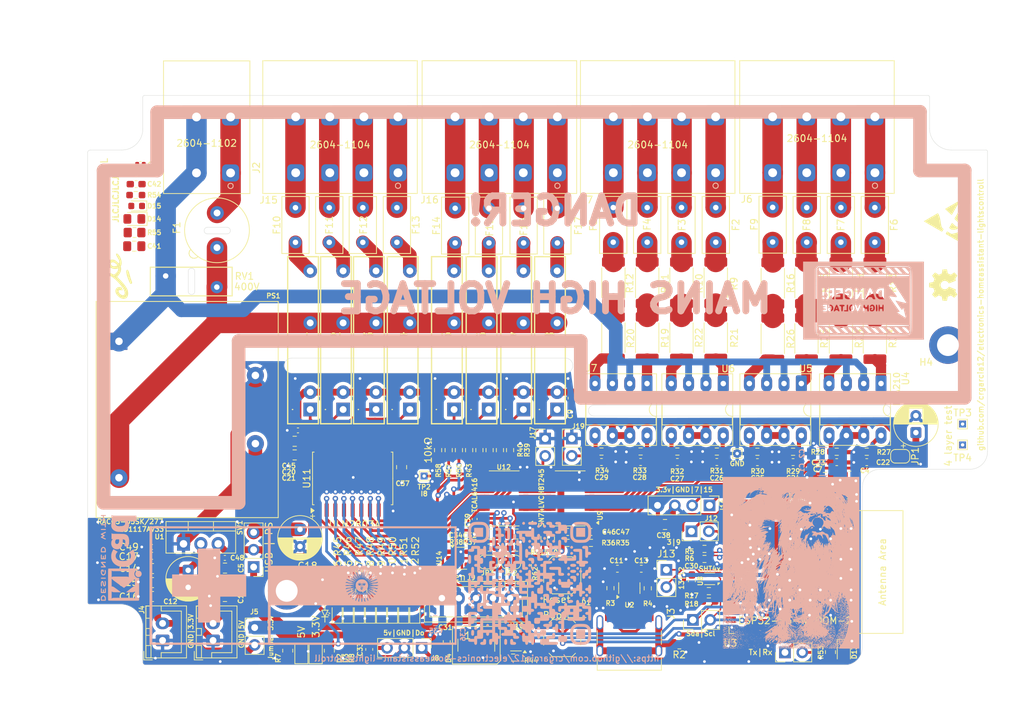
<source format=kicad_pcb>
(kicad_pcb (version 20241229) (generator "pcbnew") (generator_version "9.0")
  (title_block (title "Home Assistant module for lights control") (date "2025-08-19") (rev "20250819.26.3") (comment 1 "https://docs.rs-online.com/e49b/0900766b816e00ad.pdf") (comment 2 "https://media.distrelec.com/Web/Downloads/_t/ds/1862291_eng_tds.pdf") (comment 3 "case size: 62.8 (H) x 88.8 (W) x 138.8 (L)") (comment 4 "Board prepared for RS PRO Modular Enclosure for DIN rail 1862291"))
  (layers (0 "F.Cu" signal) (4 "In1.Cu" signal) (6 "In2.Cu" signal) (2 "B.Cu" signal) (13 "F.Paste" user) (15 "B.Paste" user) (5 "F.SilkS" user "F.Silkscreen") (7 "B.SilkS" user "B.Silkscreen") (1 "F.Mask" user) (3 "B.Mask" user) (25 "Edge.Cuts" user))
  (net 0 "")
  (net 1 "220VAC(L)")
  (net 2 "5V+")
  (net 3 "3.3V+")
  (net 4 "Net-(F1-Pad1)")
  (net 5 "Net-(F2-Pad1)")
  (net 6 "Net-(F3-Pad1)")
  (net 7 "Net-(F4-Pad1)")
  (net 8 "Net-(F5-Pad1)")
  (net 9 "Net-(J4-Pin_2)")
  (net 10 "220VAC(N)")
  (net 11 "EN")
  (net 12 "IO0")
  (net 13 "RXD0")
  (net 14 "TXD0")
  (net 15 "VBUS")
  (net 16 "GND")
  (net 17 "Net-(F2-Pad2)")
  (net 18 "Net-(F3-Pad2)")
  (net 19 "Net-(F4-Pad2)")
  (net 20 "Net-(F7-Pad1)")
  (net 21 "SDA")
  (net 22 "SCL")
  (net 23 "Net-(F8-Pad1)")
  (net 24 "Net-(F9-Pad1)")
  (net 25 "220VAC(N)-LowV")
  (net 26 "GPIO3")
  (net 27 "5V+_PS")
  (net 28 "Net-(F5-Pad2)")
  (net 29 "Net-(F6-Pad1)")
  (net 30 "Net-(D1-A)")
  (net 31 "Net-(D2-A)")
  (net 32 "Net-(D3-A)")
  (net 33 "Net-(D5-A)")
  (net 34 "Net-(D6-A)")
  (net 35 "Net-(D7-A)")
  (net 36 "GPIO9")
  (net 37 "Net-(D8-A)")
  (net 38 "Net-(D9-A)")
  (net 39 "Net-(D10-A)")
  (net 40 "Net-(D11-A)")
  (net 41 "Net-(D4-DIN)")
  (net 42 "Net-(D4-DOUT)")
  (net 43 "/ESP-D+")
  (net 44 "/ESP-D-")
  (net 45 "GPIO12")
  (net 46 "LED-GPIO")
  (net 47 "Net-(D13-A)")
  (net 48 "Net-(J3-D+-PadA6)")
  (net 49 "Net-(R15-Pad2)")
  (net 51 "Net-(R16-Pad2)")
  (net 52 "Net-(J3-CC1)")
  (net 53 "Net-(J3-SHIELD)")
  (net 54 "Net-(J3-CC2)")
  (net 56 "Net-(J3-D--PadA7)")
  (net 57 "Net-(U11-O1)")
  (net 58 "Net-(U11-O2)")
  (net 59 "Net-(U11-O3)")
  (net 60 "Net-(U11-O4)")
  (net 61 "GPIO13")
  (net 62 "Net-(U11-O5)")
  (net 63 "Net-(U11-O6)")
  (net 64 "Net-(U11-O7)")
  (net 65 "Net-(U11-O8)")
  (net 66 "Net-(R21-Pad1)")
  (net 67 "Net-(R10-Pad2)")
  (net 68 "Net-(R11-Pad2)")
  (net 69 "Net-(F10-Pad1)")
  (net 70 "Net-(F10-Pad2)")
  (net 71 "Net-(F11-Pad1)")
  (net 72 "Net-(F11-Pad2)")
  (net 73 "Net-(F12-Pad1)")
  (net 74 "Net-(F12-Pad2)")
  (net 75 "Net-(F13-Pad1)")
  (net 76 "Net-(F13-Pad2)")
  (net 77 "Net-(F14-Pad1)")
  (net 78 "Net-(F14-Pad2)")
  (net 79 "Net-(F15-Pad1)")
  (net 80 "Net-(F15-Pad2)")
  (net 81 "Net-(F16-Pad1)")
  (net 82 "Net-(F16-Pad2)")
  (net 83 "Net-(F17-Pad1)")
  (net 84 "Net-(F17-Pad2)")
  (net 85 "Net-(R12-Pad2)")
  (net 86 "Net-(R13-Pad2)")
  (net 87 "Net-(R14-Pad2)")
  (net 88 "Net-(R19-Pad2)")
  (net 89 "Net-(R20-Pad2)")
  (net 90 "Net-(R21-Pad2)")
  (net 91 "Net-(R22-Pad2)")
  (net 92 "Net-(R23-Pad2)")
  (net 93 "Net-(R24-Pad2)")
  (net 94 "Net-(R25-Pad2)")
  (net 95 "Net-(R26-Pad2)")
  (net 98 "RGBLED")
  (net 104 "GPIO7")
  (net 107 "Net-(F6-Pad2)")
  (net 108 "Net-(F7-Pad2)")
  (net 109 "Net-(F8-Pad2)")
  (net 110 "Net-(F9-Pad2)")
  (net 111 "Net-(D12-A)")
  (net 114 "GPIO15")
  (net 116 "Net-(JP1-B)")
  (net 126 "Net-(JP2-B)")
  (net 141 "Net-(U12-P04)")
  (net 142 "Net-(U12-P00)")
  (net 143 "Net-(U12-P05)")
  (net 144 "Net-(U12-P01)")
  (net 145 "Net-(U12-P06)")
  (net 146 "Net-(U12-P03)")
  (net 147 "Net-(U12-P02)")
  (net 148 "Net-(C11-Pad1)")
  (net 149 "Net-(C13-Pad1)")
  (net 150 "Net-(U9-A1)")
  (net 151 "Net-(U9-A2)")
  (net 152 "Net-(U9-A3)")
  (net 153 "Net-(U9-A4)")
  (net 154 "Net-(U9-A5)")
  (net 155 "Net-(U9-A6)")
  (net 156 "Net-(U9-A7)")
  (net 157 "VccA")
  (net 158 "Net-(J19-Pin_2)")
  (net 159 "Net-(J17-Pin_2)")
  (net 161 "TCAL_INT")
  (net 162 "Net-(U11-I1)")
  (net 163 "Net-(U11-I2)")
  (net 164 "Net-(U11-I3)")
  (net 165 "Net-(U11-I4)")
  (net 166 "Net-(U11-I5)")
  (net 167 "Net-(U11-I8)")
  (net 168 "Net-(U11-I7)")
  (net 169 "Net-(U11-I6)")
  (net 170 "Net-(JP2-A)")
  (net 171 "OUT_ENABLE")
  (net 172 "Net-(JP3-A)")
  (net 173 "Net-(U9-~{OE})")
  (net 176 "Net-(TP3-Pad1)")
  (footprint "Connector_PinHeader_2.54mm:PinHeader_1x02_P2.54mm_Vertical" (layer "F.Cu") (at 47.55 110.02)
    (property "Reference" "J5" (at -0.05 -2.32 0) (layer "F.SilkS") (effects (font (size 0.7 0.7))))
    (property "Value" "Jumper 3.3v" (at 2.35 1.48 90) (layer "F.SilkS") (effects (font (size 0.7 0.7))))
    (pad "1" thru_hole rect (at 0 0) (size 1.7 1.7) (drill 1) (layers "*.Cu" "*.Mask") (net 3 "3.3V+"))
    (pad "2" thru_hole circle (at 0 2.54) (size 1.7 1.7) (drill 1) (layers "*.Cu" "*.Mask") (net 9 "Net-(J4-Pin_2)"))
  )
  (footprint "Resistor_SMD:R_2512_6332Metric_Pad1.40x3.35mm_HandSolder" (layer "F.Cu") (at 100.151 59.4615 -90)
    (property "Reference" "R12" (at 0.0788 -2.3982 90) (layer "F.SilkS"))
    (property "Value" "150kΩ1w" (hide yes))
    (pad "1" smd roundrect (at -3.05 0 270) (size 1.4 3.35) (layers "F.Cu" "F.Mask" "F.Paste") (roundrect_rratio 0.178571) (net 8 "Net-(F5-Pad1)"))
    (pad "2" smd roundrect (at 3.05 0 270) (size 1.4 3.35) (layers "F.Cu" "F.Mask" "F.Paste") (roundrect_rratio 0.178571) (net 85 "Net-(R12-Pad2)"))
  )
  (footprint "Resistor_SMD:R_2512_6332Metric_Pad1.40x3.35mm_HandSolder" (layer "F.Cu") (at 105.104 59.4615 -90)
    (property "Reference" "R11" (at 0.1015 -2.6174 90) (layer "F.SilkS"))
    (property "Value" "150kΩ1w" (hide yes))
    (pad "1" smd roundrect (at -3.05 0 270) (size 1.4 3.35) (layers "F.Cu" "F.Mask" "F.Paste") (roundrect_rratio 0.178571) (net 7 "Net-(F4-Pad1)"))
    (pad "2" smd roundrect (at 3.05 0 270) (size 1.4 3.35) (layers "F.Cu" "F.Mask" "F.Paste") (roundrect_rratio 0.178571) (net 68 "Net-(R11-Pad2)"))
  )
  (footprint "Varistor:RV_Disc_D12mm_W4.2mm_P7.5mm" (layer "F.Cu") (at 34.5024 58.46307)
    (property "Reference" "RV1" (hide yes))
    (property "Value" "400V" (at 11.8976 1.58693 0) (layer "F.SilkS"))
    (fp_text user "${REFERENCE}" (at 11.5476 0.03693 0) (layer "F.SilkS"))
    (pad "1" thru_hole circle (at 0 0) (size 1.8 1.8) (drill 0.8) (layers "*.Cu" "*.Mask") (net 10 "220VAC(N)"))
    (pad "2" thru_hole circle (at 7.5 1.63333) (size 1.8 1.8) (drill 0.8) (layers "*.Cu" "*.Mask") (net 1 "220VAC(L)"))
  )
  (footprint "Resistor_SMD:R_2512_6332Metric_Pad1.40x3.35mm_HandSolder" (layer "F.Cu") (at 105.104 67.5133 -90)
    (property "Reference" "R19" (at 0.0507 -2.6174 90) (layer "F.SilkS"))
    (property "Value" "150kΩ1w" (hide yes))
    (pad "1" smd roundrect (at -3.05 0 270) (size 1.4 3.35) (layers "F.Cu" "F.Mask" "F.Paste") (roundrect_rratio 0.178571) (net 68 "Net-(R11-Pad2)"))
    (pad "2" smd roundrect (at 3.05 0 270) (size 1.4 3.35) (layers "F.Cu" "F.Mask" "F.Paste") (roundrect_rratio 0.178571) (net 88 "Net-(R19-Pad2)"))
  )
  (footprint "Resistor_SMD:R_2512_6332Metric_Pad1.40x3.35mm_HandSolder" (layer "F.Cu") (at 100.151 67.5133 -90)
    (property "Reference" "R20" (at 0.0808 -2.5182 270) (layer "F.SilkS"))
    (property "Value" "150kΩ1w" (hide yes))
    (pad "1" smd roundrect (at -3.05 0 270) (size 1.4 3.35) (layers "F.Cu" "F.Mask" "F.Paste") (roundrect_rratio 0.178571) (net 85 "Net-(R12-Pad2)"))
    (pad "2" smd roundrect (at 3.05 0 270) (size 1.4 3.35) (layers "F.Cu" "F.Mask" "F.Paste") (roundrect_rratio 0.178571) (net 89 "Net-(R20-Pad2)"))
  )
  (footprint "LED_SMD:LED_0805_2012Metric_Pad1.15x1.40mm_HandSolder" (layer "F.Cu") (at 54.4 113.45 90)
    (property "Reference" "D2" (at -1.06 5.6 270) (layer "F.SilkS") (effects (font (size 0.7 0.7))))
    (property "Value" "5V" (at 2.775 0 90) (layer "F.SilkS"))
    (pad "1" smd roundrect (at -1.025 0 90) (size 1.15 1.4) (layers "F.Cu" "F.Mask" "F.Paste") (roundrect_rratio 0.217391) (net 16 "GND"))
    (pad "2" smd roundrect (at 1.025 0 90) (size 1.15 1.4) (layers "F.Cu" "F.Mask" "F.Paste") (roundrect_rratio 0.217391) (net 31 "Net-(D2-A)"))
  )
  (footprint "Resistor_SMD:R_0805_2012Metric_Pad1.20x1.40mm_HandSolder" (layer "F.Cu") (at 52.4 113.4 90)
    (property "Reference" "R7" (at -1.1 -1.4 270) (layer "F.SilkS") (effects (font (size 0.7 0.7))))
    (property "Value" "100Ω" (hide yes))
    (pad "1" smd roundrect (at -1 0 90) (size 1.2 1.4) (layers "F.Cu" "F.Mask" "F.Paste") (roundrect_rratio 0.208333) (net 31 "Net-(D2-A)"))
    (pad "2" smd roundrect (at 1 0 90) (size 1.2 1.4) (layers "F.Cu" "F.Mask" "F.Paste") (roundrect_rratio 0.208333) (net 2 "5V+"))
  )
  (footprint "Connector_JST:JST_XH_B2B-XH-A_1x02_P2.50mm_Vertical" (layer "F.Cu") (at 41.45 111.8997 90)
    (property "Reference" "J1" (at 5.6997 -0.8393 180) (layer "F.SilkS") (effects (font (size 0.7 0.7))))
    (property "Value" "GND|5V" (at 0.8997 4.1607 90) (layer "F.SilkS") (effects (font (size 0.7 0.7))))
    (pad "1" thru_hole roundrect (at 0 0 90) (size 1.7 2) (drill 1) (layers "*.Cu" "*.Mask") (roundrect_rratio 0.147059) (net 16 "GND"))
    (pad "2" thru_hole oval (at 2.5 0 90) (size 1.7 2) (drill 1) (layers "*.Cu" "*.Mask") (net 2 "5V+"))
  )
  (footprint "Hamodule_Icons_Footprints:che" (layer "F.Cu") (at 27.25 58.5 90)
    (property "Reference" "G10" (hide yes))
    (property "Value" "Che" (hide yes))
  )
  (footprint "Capacitor_SMD:C_0805_2012Metric_Pad1.18x1.45mm_HandSolder" (layer "F.Cu") (at 32.4827 101.3698 180)
    (property "Reference" "C14" (at 3.3827 0.0254 180) (layer "F.SilkS"))
    (property "Value" "100nF")
    (pad "1" smd roundrect (at -1.0375 0 180) (size 1.175 1.45) (layers "F.Cu" "F.Mask" "F.Paste") (roundrect_rratio 0.212766) (net 9 "Net-(J4-Pin_2)"))
    (pad "2" smd roundrect (at 1.0375 0 180) (size 1.175 1.45) (layers "F.Cu" "F.Mask" "F.Paste") (roundrect_rratio 0.212766) (net 16 "GND"))
  )
  (footprint "Capacitor_SMD:C_0805_2012Metric_Pad1.18x1.45mm_HandSolder" (layer "F.Cu") (at 43.2 103.4 180)
    (property "Reference" "C8" (at -2.3375 -0.0381 90) (layer "F.SilkS") (effects (font (size 0.7 0.7))))
    (property "Value" "22uF")
    (pad "1" smd roundrect (at -1.0375 0 180) (size 1.175 1.45) (layers "F.Cu" "F.Mask" "F.Paste") (roundrect_rratio 0.212766) (net 2 "5V+"))
    (pad "2" smd roundrect (at 1.0375 0 180) (size 1.175 1.45) (layers "F.Cu" "F.Mask" "F.Paste") (roundrect_rratio 0.212766) (net 16 "GND"))
  )
  (footprint "Hamodule_Footprints:RAC05-05SK_277" (layer "F.Cu") (at 37.656 78.0466)
    (property "Reference" "PS1" (at 12.644 -16.66686 0) (layer "F.SilkS") (effects (font (size 0.7 0.7))))
    (property "Value" "RAC05-05SK/277" (at -8.356 16.4326 0) (layer "F.SilkS") (effects (font (size 0.7 0.7))))
    (pad "1" thru_hole rect (at -10 -10) (size 2.5 2.5) (drill 1.1) (layers "*.Cu" "*.Mask") (net 10 "220VAC(N)"))
    (pad "5" thru_hole circle (at -10 10) (size 2.5 2.5) (drill 1.1) (layers "*.Cu" "*.Mask") (net 1 "220VAC(L)"))
    (pad "7" thru_hole circle (at 10 5) (size 2.5 2.5) (drill 1.1) (layers "*.Cu" "*.Mask") (net 27 "5V+_PS"))
    (pad "9" thru_hole circle (at 10 -5) (size 2.5 2.5) (drill 1.1) (layers "*.Cu" "*.Mask") (net 16 "GND"))
  )
  (footprint "Package_TO_SOT_THT:TO-220-3_Vertical" (layer "F.Cu") (at 37.1187 97.7392)
    (property "Reference" "U1" (at -3.5187 -1.0392 0) (layer "F.SilkS") (effects (font (size 0.7 0.7))))
    (property "Value" "LD1117AV33" (at -6.1187 -2.1392 180) (layer "F.SilkS") (effects (font (size 0.7 0.7))))
    (pad "1" thru_hole rect (at 0 0) (size 1.905 2) (drill 1.1) (layers "*.Cu" "*.Mask") (net 16 "GND"))
    (pad "2" thru_hole oval (at 2.54 0) (size 1.905 2) (drill 1.1) (layers "*.Cu" "*.Mask") (net 9 "Net-(J4-Pin_2)"))
    (pad "3" thru_hole oval (at 5.08 0) (size 1.905 2) (drill 1.1) (layers "*.Cu" "*.Mask") (net 2 "5V+"))
  )
  (footprint "Hamodule_Footprints:WAGO_2604-1104" (layer "F.Cu") (at 68.5678 43.3324 180)
    (property "Reference" "J15" (at 18.9678 -4 180) (layer "F.SilkS"))
    (property "Value" "2604-1104" (at 8.499998 4.099999 180) (layer "F.SilkS"))
    (fp_text user "*" (at 0 0 180) (layer "F.SilkS"))
    (pad "1" thru_hole roundrect (at 0 0 180) (size 2.5 2.5) (drill 1.2954) (layers "*.Cu" "*.Mask") (net 76 "Net-(F13-Pad2)"))
    (pad "2" thru_hole roundrect (at 0 8.199999 180) (size 2.5 2.5) (drill 1.2954) (layers "*.Cu" "*.Mask") (net 76 "Net-(F13-Pad2)"))
    (pad "3" thru_hole roundrect (at 5 0 180) (size 2.5 2.5) (drill 1.2954) (layers "*.Cu" "*.Mask") (net 74 "Net-(F12-Pad2)"))
    (pad "4" thru_hole roundrect (at 5 8.199999 180) (size 2.5 2.5) (drill 1.2954) (layers "*.Cu" "*.Mask") (net 74 "Net-(F12-Pad2)"))
    (pad "5" thru_hole roundrect (at 10 0 180) (size 2.5 2.5) (drill 1.2954) (layers "*.Cu" "*.Mask") (net 72 "Net-(F11-Pad2)"))
    (pad "6" thru_hole roundrect (at 10 8.199999 180) (size 2.5 2.5) (drill 1.2954) (layers "*.Cu" "*.Mask") (net 72 "Net-(F11-Pad2)"))
    (pad "7" thru_hole roundrect (at 15 0 180) (size 2.5 2.5) (drill 1.2954) (layers "*.Cu" "*.Mask") (net 70 "Net-(F10-Pad2)"))
    (pad "8" thru_hole roundrect (at 15 8.199999 180) (size 2.5 2.5) (drill 1.2954) (layers "*.Cu" "*.Mask") (net 70 "Net-(F10-Pad2)"))
  )
  (footprint "Hamodule_Footprints:WAGO-2604-1102" (layer "F.Cu") (at 44.02 43.355999 180)
    (property "Reference" "J2" (at -3.78 0.755999 270) (layer "F.SilkS"))
    (property "Value" "2604-1102" (at 3.499998 4.355999 180) (layer "F.SilkS"))
    (fp_text user "*" (at 0 0 180) (layer "F.SilkS"))
    (pad "1" thru_hole roundrect (at 0 0 180) (size 2.5 2.5) (drill 1.2954) (layers "*.Cu" "*.Mask") (net 4 "Net-(F1-Pad1)"))
    (pad "2" thru_hole roundrect (at 0 8.199999 180) (size 2.5 2.5) (drill 1.2954) (layers "*.Cu" "*.Mask") (net 4 "Net-(F1-Pad1)"))
    (pad "3" thru_hole roundrect (at 5 0 180) (size 2.5 2.5) (drill 1.2954) (layers "*.Cu" "*.Mask") (net 10 "220VAC(N)"))
    (pad "4" thru_hole roundrect (at 5 8.199999 180) (size 2.5 2.5) (drill 1.2954) (layers "*.Cu" "*.Mask") (net 10 "220VAC(N)"))
  )
  (footprint "Hamodule_Footprints:WAGO_2604-1104" (layer "F.Cu") (at 115.14 43.328199 180)
    (property "Reference" "J7" (at 18.84 -3.971801 180) (layer "F.SilkS"))
    (property "Value" "2604-1104" (at 8.499998 4.099999 180) (layer "F.SilkS"))
    (fp_text user "*" (at 0 0 180) (layer "F.SilkS"))
    (pad "1" thru_hole roundrect (at 0 0 180) (size 2.5 2.5) (drill 1.2954) (layers "*.Cu" "*.Mask") (net 17 "Net-(F2-Pad2)"))
    (pad "2" thru_hole roundrect (at 0 8.199999 180) (size 2.5 2.5) (drill 1.2954) (layers "*.Cu" "*.Mask") (net 17 "Net-(F2-Pad2)"))
    (pad "3" thru_hole roundrect (at 5 0 180) (size 2.5 2.5) (drill 1.2954) (layers "*.Cu" "*.Mask") (net 18 "Net-(F3-Pad2)"))
    (pad "4" thru_hole roundrect (at 5 8.199999 180) (size 2.5 2.5) (drill 1.2954) (layers "*.Cu" "*.Mask") (net 18 "Net-(F3-Pad2)"))
    (pad "5" thru_hole roundrect (at 10 0 180) (size 2.5 2.5) (drill 1.2954) (layers "*.Cu" "*.Mask") (net 19 "Net-(F4-Pad2)"))
    (pad "6" thru_hole roundrect (at 10 8.199999 180) (size 2.5 2.5) (drill 1.2954) (layers "*.Cu" "*.Mask") (net 19 "Net-(F4-Pad2)"))
    (pad "7" thru_hole roundrect (at 15 0 180) (size 2.5 2.5) (drill 1.2954) (layers "*.Cu" "*.Mask") (net 28 "Net-(F5-Pad2)"))
    (pad "8" thru_hole roundrect (at 15 8.199999 180) (size 2.5 2.5) (drill 1.2954) (layers "*.Cu" "*.Mask") (net 28 "Net-(F5-Pad2)"))
  )
  (footprint "Fuse:Fuseholder_TR5_Littelfuse_No560_No460" (layer "F.Cu") (at 42.037 49.2252 -90)
    (property "Reference" "F1" (at 2.17 5.9 270) (layer "F.SilkS"))
    (property "Value" "250V500mA")
    (pad "1" thru_hole circle (at 0 0 270) (size 2 2) (drill 1) (layers "*.Cu" "*.Mask") (net 4 "Net-(F1-Pad1)"))
    (pad "2" thru_hole circle (at 5.08 0.01 270) (size 2 2) (drill 1) (layers "*.Cu" "*.Mask") (net 1 "220VAC(L)"))
  )
  (footprint "Package_DIP:DIP-8_W7.62mm_Socket_LongPads" (layer "F.Cu") (at 139.389178 74.236118 -90)
    (property "Reference" "U4" (at -0.736118 -3.610822 90) (layer "F.SilkS"))
    (property "Value" "LDA210")
    (pad "1" thru_hole roundrect (at 0 0 270) (size 2.4 1.6) (drill 0.8) (layers "*.Cu" "*.Mask") (roundrect_rratio 0.15625) (net 92 "Net-(R23-Pad2)"))
    (pad "2" thru_hole oval (at 0 2.54 270) (size 2.4 1.6) (drill 0.8) (layers "*.Cu" "*.Mask") (net 25 "220VAC(N)-LowV"))
    (pad "3" thru_hole oval (at 0 5.08 270) (size 2.4 1.6) (drill 0.8) (layers "*.Cu" "*.Mask") (net 25 "220VAC(N)-LowV"))
    (pad "4" thru_hole oval (at 0 7.62 270) (size 2.4 1.6) (drill 0.8) (layers "*.Cu" "*.Mask") (net 93 "Net-(R24-Pad2)"))
    (pad "5" thru_hole oval (at 7.62 7.62 270) (size 2.4 1.6) (drill 0.8) (layers "*.Cu" "*.Mask") (net 151 "Net-(U9-A2)"))
    (pad "6" thru_hole oval (at 7.62 5.08 270) (size 2.4 1.6) (drill 0.8) (layers "*.Cu" "*.Mask") (net 3 "3.3V+"))
    (pad "7" thru_hole oval (at 7.62 2.54 270) (size 2.4 1.6) (drill 0.8) (layers "*.Cu" "*.Mask") (net 3 "3.3V+"))
    (pad "8" thru_hole oval (at 7.62 0 270) (size 2.4 1.6) (drill 0.8) (layers "*.Cu" "*.Mask") (net 150 "Net-(U9-A1)"))
  )
  (footprint "Resistor_SMD:R_2512_6332Metric_Pad1.40x3.35mm_HandSolder" (layer "F.Cu") (at 115.1624 67.5133 -90)
    (property "Reference" "R21" (at 0.0234 -2.7178 90) (layer "F.SilkS"))
    (property "Value" "150kΩ1w" (hide yes))
    (pad "1" smd roundrect (at -3.05 0 270) (size 1.4 3.35) (layers "F.Cu" "F.Mask" "F.Paste") (roundrect_rratio 0.178571) (net 66 "Net-(R21-Pad1)"))
    (pad "2" smd roundrect (at 3.05 0 270) (size 1.4 3.35) (layers "F.Cu" "F.Mask" "F.Paste") (roundrect_rratio 0.178571) (net 90 "Net-(R21-Pad2)"))
  )
  (footprint "Resistor_SMD:R_2512_6332Metric_Pad1.40x3.35mm_HandSolder" (layer "F.Cu") (at 110.1332 59.4615 -90)
    (property "Reference" "R10" (at 0.1015 -2.592 90) (layer "F.SilkS"))
    (property "Value" "150kΩ1w" (hide yes))
    (pad "1" smd roundrect (at -3.05 0 270) (size 1.4 3.35) (layers "F.Cu" "F.Mask" "F.Paste") (roundrect_rratio 0.178571) (net 6 "Net-(F3-Pad1)"))
    (pad "2" smd roundrect (at 3.05 0 270) (size 1.4 3.35) (layers "F.Cu" "F.Mask" "F.Paste") (roundrect_rratio 0.178571) (net 67 "Net-(R10-Pad2)"))
  )
  (footprint "Resistor_SMD:R_2512_6332Metric_Pad1.40x3.35mm_HandSolder" (layer "F.Cu") (at 115.1624 59.4615 -90)
    (property "Reference" "R9" (at 0.132 -2.6676 90) (layer "F.SilkS"))
    (property "Value" "150kΩ1w" (hide yes))
    (pad "1" smd roundrect (at -3.05 0 270) (size 1.4 3.35) (layers "F.Cu" "F.Mask" "F.Paste") (roundrect_rratio 0.178571) (net 5 "Net-(F2-Pad1)"))
    (pad "2" smd roundrect (at 3.05 0 270) (size 1.4 3.35) (layers "F.Cu" "F.Mask" "F.Paste") (roundrect_rratio 0.178571) (net 66 "Net-(R21-Pad1)"))
  )
  (footprint "Package_DIP:DIP-8_W7.62mm_Socket_LongPads" (layer "F.Cu") (at 105.0813 74.2396 -90)
    (property "Reference" "U7" (at -2.256 8.2941 0) (layer "F.SilkS"))
    (property "Value" "LDA210" (at 0.8104 -36.6187 90) (layer "F.SilkS") (effects (font (size 0.9 0.9))))
    (pad "1" thru_hole roundrect (at 0 0 270) (size 2.4 1.6) (drill 0.8) (layers "*.Cu" "*.Mask") (roundrect_rratio 0.15625) (net 88 "Net-(R19-Pad2)"))
    (pad "2" thru_hole oval (at 0 2.54 270) (size 2.4 1.6) (drill 0.8) (layers "*.Cu" "*.Mask") (net 25 "220VAC(N)-LowV"))
    (pad "3" thru_hole oval (at 0 5.08 270) (size 2.4 1.6) (drill 0.8) (layers "*.Cu" "*.Mask") (net 25 "220VAC(N)-LowV"))
    (pad "4" thru_hole oval (at 0 7.62 270) (size 2.4 1.6) (drill 0.8) (layers "*.Cu" "*.Mask") (net 89 "Net-(R20-Pad2)"))
    (pad "5" thru_hole oval (at 7.62 7.62 270) (size 2.4 1.6) (drill 0.8) (layers "*.Cu" "*.Mask") (net 158 "Net-(J19-Pin_2)"))
    (pad "6" thru_hole oval (at 7.62 5.08 270) (size 2.4 1.6) (drill 0.8) (layers "*.Cu" "*.Mask") (net 3 "3.3V+"))
    (pad "7" thru_hole oval (at 7.62 2.54 270) (size 2.4 1.6) (drill 0.8) (layers "*.Cu" "*.Mask") (net 3 "3.3V+"))
    (pad "8" thru_hole oval (at 7.62 0 270) (size 2.4 1.6) (drill 0.8) (layers "*.Cu" "*.Mask") (net 156 "Net-(U9-A7)"))
  )
  (footprint "Package_DIP:DIP-8_W7.62mm_Socket_LongPads" (layer "F.Cu") (at 116.2573 74.2396 -90)
    (property "Reference" "U6" (at -2.1798 -0.7229 0) (layer "F.SilkS"))
    (property "Value" "LDA210" (hide yes))
    (pad "1" thru_hole roundrect (at 0 0 270) (size 2.4 1.6) (drill 0.8) (layers "*.Cu" "*.Mask") (roundrect_rratio 0.15625) (net 90 "Net-(R21-Pad2)"))
    (pad "2" thru_hole oval (at 0 2.54 270) (size 2.4 1.6) (drill 0.8) (layers "*.Cu" "*.Mask") (net 25 "220VAC(N)-LowV"))
    (pad "3" thru_hole oval (at 0 5.08 270) (size 2.4 1.6) (drill 0.8) (layers "*.Cu" "*.Mask") (net 25 "220VAC(N)-LowV"))
    (pad "4" thru_hole oval (at 0 7.62 270) (size 2.4 1.6) (drill 0.8) (layers "*.Cu" "*.Mask") (net 91 "Net-(R22-Pad2)"))
    (pad "5" thru_hole oval (at 7.62 7.62 270) (size 2.4 1.6) (drill 0.8) (layers "*.Cu" "*.Mask") (net 155 "Net-(U9-A6)"))
    (pad "6" thru_hole oval (at 7.62 5.08 270) (size 2.4 1.6) (drill 0.8) (layers "*.Cu" "*.Mask") (net 3 "3.3V+"))
    (pad "7" thru_hole oval (at 7.62 2.54 270) (size 2.4 1.6) (drill 0.8) (layers "*.Cu" "*.Mask") (net 3 "3.3V+"))
    (pad "8" thru_hole oval (at 7.62 0 270) (size 2.4 1.6) (drill 0.8) (layers "*.Cu" "*.Mask") (net 154 "Net-(U9-A5)"))
  )
  (footprint "Resistor_SMD:R_2512_6332Metric_Pad1.40x3.35mm_HandSolder" (layer "F.Cu") (at 110.1332 67.5133 -90)
    (property "Reference" "R22" (at -0.0001 -2.5666 90) (layer "F.SilkS"))
    (property "Value" "150kΩ1w" (hide yes))
    (pad "1" smd roundrect (at -3.05 0 270) (size 1.4 3.35) (layers "F.Cu" "F.Mask" "F.Paste") (roundrect_rratio 0.178571) (net 67 "Net-(R10-Pad2)"))
    (pad "2" smd roundrect (at 3.05 0 270) (size 1.4 3.35) (layers "F.Cu" "F.Mask" "F.Paste") (roundrect_rratio 0.178571) (net 91 "Net-(R22-Pad2)"))
  )
  (footprint "Resistor_SMD:R_0603_1608Metric_Pad0.98x0.95mm_HandSolder" (layer "F.Cu") (at 131.376902 89.787199)
    (property "Reference" "R1" (at -4.876902 0.612801 180) (layer "F.SilkS") (effects (font (size 0.7 0.7))))
    (property "Value" "10kΩ" (hide yes))
    (pad "1" smd roundrect (at -0.9125 0) (size 0.975 0.95) (layers "F.Cu" "F.Mask" "F.Paste") (net 11 "EN"))
    (pad "2" smd roundrect (at 0.9125 0) (size 0.975 0.95) (layers "F.Cu" "F.Mask" "F.Paste") (net 3 "3.3V+"))
  )
  (footprint "Capacitor_SMD:C_0603_1608Metric_Pad1.08x0.95mm_HandSolder" (layer "F.Cu") (at 131.364402 91.311199 180)
    (property "Reference" "C3" (at 4.864402 -0.088801 180) (layer "F.SilkS") (effects (font (size 0.7 0.7) (thickness 0.15) (bold yes))))
    (property "Value" "100nF" (hide yes))
    (pad "1" smd roundrect (at -0.8625 0 180) (size 1.075 0.95) (layers "F.Cu" "F.Mask" "F.Paste") (net 11 "EN"))
    (pad "2" smd roundrect (at 0.8625 0 180) (size 1.075 0.95) (layers "F.Cu" "F.Mask" "F.Paste") (net 16 "GND"))
  )
  (footprint "Connector_JST:JST_XH_B2B-XH-A_1x02_P2.50mm_Vertical" (layer "F.Cu") (at 34.05 111.8997 90)
    (property "Reference" "J4" (at 4.4997 -3.05 270) (layer "F.SilkS") (effects (font (size 0.7 0.7))))
    (property "Value" "GND|3.3V" (at 1.3497 4.15 270) (layer "F.SilkS") (effects (font (size 0.7 0.7))))
    (pad "1" thru_hole roundrect (at 0 0 90) (size 1.7 2) (drill 1) (layers "*.Cu" "*.Mask") (roundrect_rratio 0.147059) (net 16 "GND"))
    (pad "2" thru_hole oval (at 2.5 0 90) (size 1.7 2) (drill 1) (layers "*.Cu" "*.Mask") (net 9 "Net-(J4-Pin_2)"))
  )
  (footprint "Button_Switch_SMD:SW_SPST_SKQG_WithStem" (layer "F.Cu") (at 92.647 102.35)
    (property "Reference" "SW2" (hide yes))
    (property "Value" "Reset" (at -0.847 3.55 180) (layer "F.SilkS"))
    (pad "1" smd rect (at -3.1 -1.85) (size 1.8 1.1) (layers "F.Cu" "F.Mask" "F.Paste") (net 11 "EN"))
    (pad "1" smd rect (at 3.1 -1.85) (size 1.8 1.1) (layers "F.Cu" "F.Mask" "F.Paste") (net 11 "EN"))
    (pad "2" smd rect (at -3.1 1.85) (size 1.8 1.1) (layers "F.Cu" "F.Mask" "F.Paste") (net 16 "GND"))
    (pad "2" smd rect (at 3.1 1.85) (size 1.8 1.1) (layers "F.Cu" "F.Mask" "F.Paste") (net 16 "GND"))
    (zone (net 0) (net_name "") (layer "F.Cu") (connect_pads (clearance 0)) (min_thickness 0.254)
      (keepout (tracks not_allowed) (vias not_allowed) (pads not_allowed) (copperpour not_allowed) (footprints not_allowed))
      (fill (thermal_gap 0.508) (thermal_bridge_width 0.508))
      (polygon (pts (xy 88.647 101.05) (xy 91.647 101.05) (xy 91.647 103.65) (xy 88.647 103.65)))
    )
    (zone (net 0) (net_name "") (layer "F.Cu") (connect_pads (clearance 0)) (min_thickness 0.254)
      (keepout (tracks not_allowed) (vias not_allowed) (pads not_allowed) (copperpour not_allowed) (footprints not_allowed))
      (fill (thermal_gap 0.508) (thermal_bridge_width 0.508))
      (polygon (pts (xy 93.647 101.05) (xy 96.647 101.05) (xy 96.647 103.65) (xy 93.647 103.65)))
    )
  )
  (footprint "Button_Switch_SMD:SW_SPST_SKQG_WithStem" (layer "F.Cu") (at 92.6458 111.5526)
    (property "Reference" "SW3" (hide yes))
    (property "Value" "Boot" (at -1.1458 -3.3526 0) (layer "F.SilkS"))
    (pad "1" smd rect (at -3.1 -1.85) (size 1.8 1.1) (layers "F.Cu" "F.Mask" "F.Paste") (net 12 "IO0"))
    (pad "1" smd rect (at 3.1 -1.85) (size 1.8 1.1) (layers "F.Cu" "F.Mask" "F.Paste") (net 12 "IO0"))
    (pad "2" smd rect (at -3.1 1.85) (size 1.8 1.1) (layers "F.Cu" "F.Mask" "F.Paste") (net 16 "GND"))
    (pad "2" smd rect (at 3.1 1.85) (size 1.8 1.1) (layers "F.Cu" "F.Mask" "F.Paste") (net 16 "GND"))
    (zone (net 0) (net_name "") (layer "F.Cu") (connect_pads (clearance 0)) (min_thickness 0.254)
      (keepout (tracks not_allowed) (vias not_allowed) (pads not_allowed) (copperpour not_allowed) (footprints not_allowed))
      (fill (thermal_gap 0.508) (thermal_bridge_width 0.508))
      (polygon (pts (xy 88.6458 110.2526) (xy 91.6458 110.2526) (xy 91.6458 112.8526) (xy 88.6458 112.8526)))
    )
    (zone (net 0) (net_name "") (layer "F.Cu") (connect_pads (clearance 0)) (min_thickness 0.254)
      (keepout (tracks not_allowed) (vias not_allowed) (pads not_allowed) (copperpour not_allowed) (footprints not_allowed))
      (fill (thermal_gap 0.508) (thermal_bridge_width 0.508))
      (polygon (pts (xy 93.6458 110.2526) (xy 96.6458 110.2526) (xy 96.6458 112.8526) (xy 93.6458 112.8526)))
    )
  )
  (footprint "Connector_PinHeader_2.54mm:PinHeader_1x02_P2.54mm_Vertical" (layer "F.Cu") (at 125.305402 113.659699 90)
    (property "Reference" "J10" (hide yes))
    (property "Value" "Tx|Rx" (at 0.020099 -3.588602 180) (layer "F.SilkS") (effects (font (size 0.8 0.8))))
    (pad "1" thru_hole rect (at 0 0 90) (size 1.7 1.7) (drill 1) (layers "*.Cu" "*.Mask") (net 13 "RXD0"))
    (pad "2" thru_hole circle (at 0 2.54 90) (size 1.7 1.7) (drill 1) (layers "*.Cu" "*.Mask") (net 14 "TXD0"))
  )
  (footprint "Capacitor_SMD:C_0603_1608Metric_Pad1.08x0.95mm_HandSolder" (layer "F.Cu") (at 134.8375 89.2)
    (property "Reference" "C6" (at -5.8375 0.3 180) (layer "F.SilkS") (effects (font (size 0.7 0.7))))
    (property "Value" "100nF" (hide yes))
    (pad "1" smd roundrect (at -0.8625 0) (size 1.075 0.95) (layers "F.Cu" "F.Mask" "F.Paste") (net 3 "3.3V+"))
    (pad "2" smd roundrect (at 0.8625 0) (size 1.075 0.95) (layers "F.Cu" "F.Mask" "F.Paste") (net 16 "GND"))
  )
  (footprint "Capacitor_SMD:C_0603_1608Metric_Pad1.08x0.95mm_HandSolder" (layer "F.Cu") (at 111.655402 103.169699 -90)
    (property "Reference" "C30" (at -2.18 0.06 0) (layer "F.SilkS") (effects (font (size 0.7 0.7))))
    (property "Value" "100nF" (hide yes))
    (pad "1" smd roundrect (at -0.8625 0 270) (size 1.075 0.95) (layers "F.Cu" "F.Mask" "F.Paste") (net 3 "3.3V+"))
    (pad "2" smd roundrect (at 0.8625 0 270) (size 1.075 0.95) (layers "F.Cu" "F.Mask" "F.Paste") (net 16 "GND"))
  )
  (footprint "Connector_PinHeader_2.54mm:PinHeader_1x02_P2.54mm_Vertical" (layer "F.Cu") (at 94.05 82.3)
    (property "Reference" "J19" (at 0.95 -1.8 180) (layer "F.SilkS") (effects (font (size 0.7 0.7))))
    (property "Value" "TestPoint" (hide yes))
    (pad "1" thru_hole rect (at 0 0) (size 1.7 1.7) (drill 1) (layers "*.Cu" "*.Mask") (net 16 "GND"))
    (pad "2" thru_hole circle (at 0 2.54) (size 1.7 1.7) (drill 1) (layers "*.Cu" "*.Mask") (net 158 "Net-(J19-Pin_2)"))
  )
  (footprint "Resistor_SMD:R_0603_1608Metric_Pad0.98x0.95mm_HandSolder" (layer "F.Cu") (at 90.9875 96.9375 -90)
    (property "Reference" "R60" (at 2.0625 -0.0125 180) (layer "F.SilkS") (effects (font (size 0.7 0.7))))
    (property "Value" "10kΩ")
    (pad "1" smd roundrect (at -0.9125 0 270) (size 0.975 0.95) (layers "F.Cu" "F.Mask" "F.Paste") (net 16 "GND"))
    (pad "2" smd roundrect (at 0.9125 0 270) (size 0.975 0.95) (layers "F.Cu" "F.Mask" "F.Paste") (net 173 "Net-(U9-~{OE})"))
  )
  (footprint "Capacitor_SMD:C_0603_1608Metric_Pad1.08x0.95mm_HandSolder" (layer "F.Cu") (at 100.7375 101.389699 180)
    (property "Reference" "C11" (at 0.135402 1.189699 180) (layer "F.SilkS") (effects (font (size 0.7 0.7))))
    (property "Value" "20p")
    (pad "1" smd roundrect (at -0.8625 0 180) (size 1.075 0.95) (layers "F.Cu" "F.Mask" "F.Paste") (net 148 "Net-(C11-Pad1)"))
    (pad "2" smd roundrect (at 0.8625 0 180) (size 1.075 0.95) (layers "F.Cu" "F.Mask" "F.Paste") (net 16 "GND"))
  )
  (footprint "LED_SMD:LED_0805_2012Metric_Pad1.15x1.40mm_HandSolder" (layer "F.Cu") (at 56.5 113.45 90)
    (property "Reference" "D3" (at -1.05 4.39 270) (layer "F.SilkS") (effects (font (size 0.7 0.7))))
    (property "Value" "3.3V" (at 3.57 0.048209 90) (layer "F.SilkS"))
    (pad "1" smd roundrect (at -1.025 0 90) (size 1.15 1.4) (layers "F.Cu" "F.Mask" "F.Paste") (roundrect_rratio 0.217391) (net 16 "GND"))
    (pad "2" smd roundrect (at 1.025 0 90) (size 1.15 1.4) (layers "F.Cu" "F.Mask" "F.Paste") (roundrect_rratio 0.217391) (net 32 "Net-(D3-A)"))
  )
  (footprint "Package_SO:SOIC-18W_7.5x11.6mm_P1.27mm" (layer "F.Cu") (at 61.92 88.15 90)
    (property "Reference" "U11" (at 0 -6.73 90) (layer "F.SilkS"))
    (property "Value" "ULN2803A" (at -6.75 0.28 180) (layer "F.SilkS"))
    (pad "1" smd roundrect (at -4.65 -5.08 90) (size 2.05 0.6) (layers "F.Cu" "F.Mask" "F.Paste") (net 162 "Net-(U11-I1)"))
    (pad "2" smd roundrect (at -4.65 -3.81 90) (size 2.05 0.6) (layers "F.Cu" "F.Mask" "F.Paste") (net 163 "Net-(U11-I2)"))
    (pad "3" smd roundrect (at -4.65 -2.54 90) (size 2.05 0.6) (layers "F.Cu" "F.Mask" "F.Paste") (net 164 "Net-(U11-I3)"))
    (pad "4" smd roundrect (at -4.65 -1.27 90) (size 2.05 0.6) (layers "F.Cu" "F.Mask" "F.Paste") (net 165 "Net-(U11-I4)"))
    (pad "5" smd roundrect (at -4.65 0 90) (size 2.05 0.6) (layers "F.Cu" "F.Mask" "F.Paste") (net 166 "Net-(U11-I5)"))
    (pad "6" smd roundrect (at -4.65 1.27 90) (size 2.05 0.6) (layers "F.Cu" "F.Mask" "F.Paste") (net 169 "Net-(U11-I6)"))
    (pad "7" smd roundrect (at -4.65 2.54 90) (size 2.05 0.6) (layers "F.Cu" "F.Mask" "F.Paste") (net 168 "Net-(U11-I7)"))
    (pad "8" smd roundrect (at -4.65 3.81 90) (size 2.05 0.6) (layers "F.Cu" "F.Mask" "F.Paste") (net 167 "Net-(U11-I8)"))
    (pad "9" smd roundrect (at -4.65 5.08 90) (size 2.05 0.6) (layers "F.Cu" "F.Mask" "F.Paste") (net 16 "GND"))
    (pad "10" smd roundrect (at 4.65 5.08 90) (size 2.05 0.6) (layers "F.Cu" "F.Mask" "F.Paste") (net 2 "5V+"))
    (pad "11" smd roundrect (at 4.65 3.81 90) (size 2.05 0.6) (layers "F.Cu" "F.Mask" "F.Paste") (net 65 "Net-(U11-O8)"))
    (pad "12" smd roundrect (at 4.65 2.54 90) (size 2.05 0.6) (layers "F.Cu" "F.Mask" "F.Paste") (net 64 "Net-(U11-O7)"))
    (pad "13" smd roundrect (at 4.65 1.27 90) (size 2.05 0.6) (layers "F.Cu" "F.Mask" "F.Paste") (net 63 "Net-(U11-O6)"))
    (pad "14" smd roundrect (at 4.65 0 90) (size 2.05 0.6) (layers "F.Cu" "F.Mask" "F.Paste") (net 62 "Net-(U11-O5)"))
    (pad "15" smd roundrect (at 4.65 -1.27 90) (size 2.05 0.6) (layers "F.Cu" "F.Mask" "F.Paste") (net 60 "Net-(U11-O4)"))
    (pad "16" smd roundrect (at 4.65 -2.54 90) (size 2.05 0.6) (layers "F.Cu" "F.Mask" "F.Paste") (net 59 "Net-(U11-O3)"))
    (pad "17" smd roundrect (at 4.65 -3.81 90) (size 2.05 0.6) (layers "F.Cu" "F.Mask" "F.Paste") (net 58 "Net-(U11-O2)"))
    (pad "18" smd roundrect (at 4.65 -5.08 90) (size 2.05 0.6) (layers "F.Cu" "F.Mask" "F.Paste") (net 57 "Net-(U11-O1)"))
  )
  (footprint "Capacitor_THT:CP_Radial_D6.3mm_P2.50mm" (layer "F.Cu") (at 144.5 81.43 90)
    (property "Reference" "C19" (at 5.2 1.85 180) (layer "F.SilkS") (effects (font (size 0.7 0.7))))
    (property "Value" "10uF")
    (pad "1" thru_hole roundrect (at 0 0 90) (size 1.6 1.6) (drill 0.8) (layers "*.Cu" "*.Mask") (roundrect_rratio 0.15625) (net 116 "Net-(JP1-B)"))
    (pad "2" thru_hole circle (at 2.5 0 90) (size 1.6 1.6) (drill 0.8) (layers "*.Cu" "*.Mask") (net 16 "GND"))
  )
  (footprint "Connector_PinHeader_2.54mm:PinHeader_1x04_P2.54mm_Vertical" (layer "F.Cu") (at 114.24 92.1 -90)
    (property "Reference" "J14" (at 0 -1.96 90) (layer "F.SilkS") (effects (font (size 0.7 0.7))))
    (property "Value" "3.3v|GND|7|15" (at -2.3 3.7084 0) (layer "F.SilkS") (effects (font (size 0.7 0.7))))
    (pad "1" thru_hole rect (at 0 0 270) (size 1.7 1.7) (drill 1) (layers "*.Cu" "*.Mask") (net 114 "GPIO15"))
    (pad "2" thru_hole circle (at 0 2.54 270) (size 1.7 1.7) (drill 1) (layers "*.Cu" "*.Mask") (net 104 "GPIO7"))
    (pad "3" thru_hole circle (at 0 5.08 270) (size 1.7 1.7) (drill 1) (layers "*.Cu" "*.Mask") (net 16 "GND"))
    (pad "4" thru_hole circle (at 0 7.62 270) (size 1.7 1.7) (drill 1) (layers "*.Cu" "*.Mask") (net 3 "3.3V+"))
  )
  (footprint "Resistor_SMD:R_0603_1608Metric_Pad0.98x0.95mm_HandSolder" (layer "F.Cu") (at 61.272 104.590404 90)
    (property "Reference" "R46" (at 6.490404 -0.047496 90) (layer "F.SilkS"))
    (property "Value" "660Ω")
    (pad "1" smd roundrect (at -0.9125 0 90) (size 0.975 0.95) (layers "F.Cu" "F.Mask" "F.Paste") (net 34 "Net-(D6-A)"))
    (pad "2" smd roundrect (at 0.9125 0 90) (size 0.975 0.95) (layers "F.Cu" "F.Mask" "F.Paste") (net 163 "Net-(U11-I2)"))
  )
  (footprint "Hamodule_Footprints:WAGO_2604-1104" (layer "F.Cu") (at 138.497702 43.328199 180)
    (property "Reference" "J6" (at 18.797702 -3.88339 180) (layer "F.SilkS"))
    (property "Value" "2604-1104" (at 8.499998 5.028199 180) (layer "F.SilkS"))
    (fp_text user "*" (at 0 0 180) (layer "F.SilkS"))
    (pad "1" thru_hole roundrect (at 0 0 180) (size 2.5 2.5) (drill 1.2954) (layers "*.Cu" "*.Mask") (net 107 "Net-(F6-Pad2)"))
    (pad "2" thru_hole roundrect (at 0 8.199999 180) (size 2.5 2.5) (drill 1.2954) (layers "*.Cu" "*.Mask") (net 107 "Net-(F6-Pad2)"))
    (pad "3" thru_hole roundrect (at 5 0 180) (size 2.5 2.5) (drill 1.2954) (layers "*.Cu" "*.Mask") (net 108 "Net-(F7-Pad2)"))
    (pad "4" thru_hole roundrect (at 5 8.199999 180) (size 2.5 2.5) (drill 1.2954) (layers "*.Cu" "*.Mask") (net 108 "Net-(F7-Pad2)"))
    (pad "5" thru_hole roundrect (at 10 0 180) (size 2.5 2.5) (drill 1.2954) (layers "*.Cu" "*.Mask") (net 109 "Net-(F8-Pad2)"))
    (pad "6" thru_hole roundrect (at 10 8.199999 180) (size 2.5 2.5) (drill 1.2954) (layers "*.Cu" "*.Mask") (net 109 "Net-(F8-Pad2)"))
    (pad "7" thru_hole roundrect (at 15 0 180) (size 2.5 2.5) (drill 1.2954) (layers "*.Cu" "*.Mask") (net 110 "Net-(F9-Pad2)"))
    (pad "8" thru_hole roundrect (at 15 8.199999 180) (size 2.5 2.5) (drill 1.2954) (layers "*.Cu" "*.Mask") (net 110 "Net-(F9-Pad2)"))
  )
  (footprint "Hamodule_Footprints:WAGO_2604-1104" (layer "F.Cu") (at 91.9358 43.3324 180)
    (property "Reference" "J16" (at 18.7358 -3.9676 180) (layer "F.SilkS"))
    (property "Value" "2604-1104" (at 8.499998 4.099999 180) (layer "F.SilkS"))
    (fp_text user "*" (at 0 0 180) (layer "F.SilkS"))
    (pad "1" thru_hole roundrect (at 0 0 180) (size 2.5 2.5) (drill 1.2954) (layers "*.Cu" "*.Mask") (net 84 "Net-(F17-Pad2)"))
    (pad "2" thru_hole roundrect (at 0 8.199999 180) (size 2.5 2.5) (drill 1.2954) (layers "*.Cu" "*.Mask") (net 84 "Net-(F17-Pad2)"))
    (pad "3" thru_hole roundrect (at 5 0 180) (size 2.5 2.5) (drill 1.2954) (layers "*.Cu" "*.Mask") (net 82 "Net-(F16-Pad2)"))
    (pad "4" thru_hole roundrect (at 5 8.199999 180) (size 2.5 2.5) (drill 1.2954) (layers "*.Cu" "*.Mask") (net 82 "Net-(F16-Pad2)"))
    (pad "5" thru_hole roundrect (at 10 0 180) (size 2.5 2.5) (drill 1.2954) (layers "*.Cu" "*.Mask") (net 80 "Net-(F15-Pad2)"))
    (pad "6" thru_hole roundrect (at 10 8.199999 180) (size 2.5 2.5) (drill 1.2954) (layers "*.Cu" "*.Mask") (net 80 "Net-(F15-Pad2)"))
    (pad "7" thru_hole roundrect (at 15 0 180) (size 2.5 2.5) (drill 1.2954) (layers "*.Cu" "*.Mask") (net 78 "Net-(F14-Pad2)"))
    (pad "8" thru_hole roundrect (at 15 8.199999 180) (size 2.5 2.5) (drill 1.2954) (layers "*.Cu" "*.Mask") (net 78 "Net-(F14-Pad2)"))
  )
  (footprint "Resistor_SMD:R_0603_1608Metric_Pad0.98x0.95mm_HandSolder" (layer "F.Cu") (at 59.6464 104.588504 90)
    (property "Reference" "R45" (at 6.488504 0.078104 90) (layer "F.SilkS"))
    (property "Value" "660Ω")
    (pad "1" smd roundrect (at -0.9125 0 90) (size 0.975 0.95) (layers "F.Cu" "F.Mask" "F.Paste") (net 33 "Net-(D5-A)"))
    (pad "2" smd roundrect (at 0.9125 0 90) (size 0.975 0.95) (layers "F.Cu" "F.Mask" "F.Paste") (net 162 "Net-(U11-I1)"))
  )
  (footprint "Resistor_SMD:R_2512_6332Metric_Pad1.40x3.35mm_HandSolder" (layer "F.Cu") (at 128.4592 67.6178 -90)
    (property "Reference" "R25" (at 0 -2.62 90) (layer "F.SilkS"))
    (property "Value" "150kΩ1w")
    (pad "1" smd roundrect (at -3.05 0 270) (size 1.4 3.35) (layers "F.Cu" "F.Mask" "F.Paste") (roundrect_rratio 0.178571) (net 49 "Net-(R15-Pad2)"))
    (pad "2" smd roundrect (at 3.05 0 270) (size 1.4 3.35) (layers "F.Cu" "F.Mask" "F.Paste") (roundrect_rratio 0.178571) (net 94 "Net-(R25-Pad2)"))
  )
  (footprint "Capacitor_SMD:C_0603_1608Metric_Pad1.08x0.95mm_HandSolder" (layer "F.Cu") (at 121.262502 85.761299)
    (property "Reference" "C25" (at 0.037498 2.338701 0) (layer "F.SilkS") (effects (font (size 0.7 0.7))))
    (property "Value" "22uF")
    (pad "1" smd roundrect (at -0.8625 0) (size 1.075 0.95) (layers "F.Cu" "F.Mask" "F.Paste") (net 153 "Net-(U9-A4)"))
    (pad "2" smd roundrect (at 0.8625 0) (size 1.075 0.95) (layers "F.Cu" "F.Mask" "F.Paste") (net 16 "GND"))
  )
  (footprint "Symbol:ESD-Logo_6.6x6mm_SilkScreen" (layer "F.Cu") (at 148.6 50.6 90)
    (property "Reference" "G8" (hide yes))
    (property "Value" "Esd" (hide yes))
  )
  (footprint "Capacitor_SMD:C_0402_1005Metric" (layer "F.Cu") (at 79.8 94.1 90)
    (property "Reference" "C39" (at -0.2 -1 90) (layer "F.SilkS") (effects (font (size 0.7 0.7))))
    (property "Value" "10uF" (hide yes))
    (pad "1" smd roundrect (at -0.48 0 90) (size 0.56 0.62) (layers "F.Cu" "F.Mask" "F.Paste") (net 3 "3.3V+"))
    (pad "2" smd roundrect (at 0.48 0 90) (size 0.56 0.62) (layers "F.Cu" "F.Mask" "F.Paste") (net 16 "GND"))
  )
  (footprint "Capacitor_SMD:C_0603_1608Metric_Pad1.08x0.95mm_HandSolder" (layer "F.Cu") (at 30.175 43.4 180)
    (property "Reference" "C40" (at -2.6625 0 0) (layer "F.SilkS") (effects (font (size 0.7 0.7))))
    (property "Value" "22uF")
    (pad "1" smd roundrect (at -0.8625 0 180) (size 1.075 0.95) (layers "F.Cu" "F.Mask" "F.Paste"))
    (pad "2" smd roundrect (at 0.8625 0 180) (size 1.075 0.95) (layers "F.Cu" "F.Mask" "F.Paste"))
  )
  (footprint "Resistor_SMD:R_2512_6332Metric_Pad1.40x3.35mm_HandSolder" (layer "F.Cu") (at 128.4592 59.4858 -90)
    (property "Reference" "R15" (at 0 -2.62 90) (layer "F.SilkS"))
    (property "Value" "150kΩ1w")
    (pad "1" smd roundrect (at -3.05 0 270) (size 1.4 3.35) (layers "F.Cu" "F.Mask" "F.Paste") (roundrect_rratio 0.178571) (net 23 "Net-(F8-Pad1)"))
    (pad "2" smd roundrect (at 3.05 0 270) (size 1.4 3.35) (layers "F.Cu" "F.Mask" "F.Paste") (roundrect_rratio 0.178571) (net 49 "Net-(R15-Pad2)"))
  )
  (footprint "LED_SMD:LED_0603_1608Metric" (layer "F.Cu") (at 59.6464 107.890604 90)
    (property "Reference" "D5" (at 6.8327 0.0902 270) (layer "F.SilkS"))
    (property "Value" "LED")
    (pad "1" smd roundrect (at -0.7875 0 90) (size 0.875 0.95) (layers "F.Cu" "F.Mask" "F.Paste") (net 16 "GND"))
    (pad "2" smd roundrect (at 0.7875 0 90) (size 0.875 0.95) (layers "F.Cu" "F.Mask" "F.Paste") (net 33 "Net-(D5-A)"))
  )
  (footprint "Capacitor_SMD:C_0603_1608Metric_Pad1.08x0.95mm_HandSolder" (layer "F.Cu") (at 132.894602 85.761299)
    (property "Reference" "C23" (at -2.694602 0.065301 0) (layer "F.SilkS") (effects (font (size 0.7 0.7))))
    (property "Value" "22uF")
    (pad "1" smd roundrect (at -0.8625 0) (size 1.075 0.95) (layers "F.Cu" "F.Mask" "F.Paste") (net 151 "Net-(U9-A2)"))
    (pad "2" smd roundrect (at 0.8625 0) (size 1.075 0.95) (layers "F.Cu" "F.Mask" "F.Paste") (net 16 "GND"))
  )
  (footprint "Hamodule_Footprints:FUSE_RST-1-BULK" (layer "F.Cu") (at 81.9028 51.0794 90)
    (property "Reference" "F15" (at -0.2206 0.0972 90) (layer "F.SilkS"))
    (property "Value" "Fuse")
    (pad "1" thru_hole circle (at -2.54 0 90) (size 1.8 1.8) (drill 0.8) (layers "*.Cu" "*.Mask") (net 79 "Net-(F15-Pad1)"))
    (pad "2" thru_hole circle (at 2.54 0 90) (size 1.8 1.8) (drill 0.8) (layers "*.Cu" "*.Mask") (net 80 "Net-(F15-Pad2)"))
  )
  (footprint "Resistor_SMD:R_0805_2012Metric_Pad1.20x1.40mm_HandSolder" (layer "F.Cu") (at 58.5 113.4 90)
    (property "Reference" "R8" (at -1.1 3.28 90) (layer "F.SilkS") (effects (font (size 0.7 0.7))))
    (property "Value" "100Ω")
    (pad "1" smd roundrect (at -1 0 90) (size 1.2 1.4) (layers "F.Cu" "F.Mask" "F.Paste") (roundrect_rratio 0.208333) (net 32 "Net-(D3-A)"))
    (pad "2" smd roundrect (at 1 0 90) (size 1.2 1.4) (layers "F.Cu" "F.Mask" "F.Paste") (roundrect_rratio 0.208333) (net 3 "3.3V+"))
  )
  (footprint "Resistor_SMD:R_0603_1608Metric_Pad0.98x0.95mm_HandSolder" (layer "F.Cu") (at 83.51 84 -90)
    (property "Reference" "R40" (at 0 -2.99 90) (layer "F.SilkS") (effects (font (size 0.7 0.7))))
    (property "Value" "10kΩ")
    (pad "1" smd roundrect (at -0.9125 0 270) (size 0.975 0.95) (layers "F.Cu" "F.Mask" "F.Paste") (net 16 "GND"))
    (pad "2" smd roundrect (at 0.9125 0 270) (size 0.975 0.95) (layers "F.Cu" "F.Mask" "F.Paste") (net 163 "Net-(U11-I2)"))
  )
  (footprint "Resistor_SMD:R_0603_1608Metric_Pad0.98x0.95mm_HandSolder" (layer "F.Cu") (at 109.527126 84.21248)
    (property "Reference" "R32" (at -0.027126 2.91272 0) (layer "F.SilkS") (effects (font (size 0.7 0.7))))
    (property "Value" "10kΩ" (hide yes))
    (pad "1" smd roundrect (at -0.9125 0) (size 0.975 0.95) (layers "F.Cu" "F.Mask" "F.Paste") (net 155 "Net-(U9-A6)"))
    (pad "2" smd roundrect (at 0.9125 0) (size 0.975 0.95) (layers "F.Cu" "F.Mask" "F.Paste") (net 16 "GND"))
  )
  (footprint "Hamodule_Footprints:AQG12205" (layer "F.Cu") (at 76.787 78.0439 90)
    (property "Reference" "K5" (at 10.16 -1.05 90) (layer "F.SilkS") (effects (font (size 1.27 1.27) (thickness 0.254))))
    (property "Value" "AQG22205" (hide yes))
    (pad "1" thru_hole rect (at 0 0 90) (size 2 2) (drill 1) (layers "*.Cu" "*.Mask") (net 62 "Net-(U11-O5)"))
    (pad "2" thru_hole circle (at 2.54 0 90) (size 2 2) (drill 1) (layers "*.Cu" "*.Mask") (net 2 "5V+"))
    (pad "3" thru_hole circle (at 12.7 0 90) (size 2 2) (drill 1) (layers "*.Cu" "*.Mask") (net 1 "220VAC(L)"))
    (pad "4" thru_hole circle (at 20.32 0 90) (size 2 2) (drill 1) (layers "*.Cu" "*.Mask") (net 77 "Net-(F14-Pad1)"))
  )
  (footprint "Connector_PinHeader_2.54mm:PinHeader_1x02_P2.54mm_Vertical" (layer "F.Cu") (at 111.6 95.9 90)
    (property "Reference" "J12" (at 1.9 2.9 0) (layer "F.SilkS") (effects (font (size 0.7 0.7))))
    (property "Value" "3|9" (at -1.6 -2.6 0) (layer "F.SilkS") (effects (font (size 0.7 0.7))))
    (pad "1" thru_hole rect (at 0 0 90) (size 1.7 1.7) (drill 1) (layers "*.Cu" "*.Mask") (net 26 "GPIO3"))
    (pad "2" thru_hole circle (at 0 2.54 90) (size 1.7 1.7) (drill 1) (layers "*.Cu" "*.Mask") (net 36 "GPIO9"))
  )
  (footprint "Hamodule_Footprints:FUSE_RST-1-BULK" (layer "F.Cu") (at 105.104 50.9759 90)
    (property "Reference" "F4" (at 0.0759 -0.004 90) (layer "F.SilkS"))
    (property "Value" "Fuse")
    (pad "1" thru_hole circle (at -2.54 0 90) (size 1.8 1.8) (drill 0.8) (layers "*.Cu" "*.Mask") (net 7 "Net-(F4-Pad1)"))
    (pad "2" thru_hole circle (at 2.54 0 90) (size 1.8 1.8) (drill 0.8) (layers "*.Cu" "*.Mask") (net 19 "Net-(F4-Pad2)"))
  )
  (footprint "Resistor_SMD:R_0603_1608Metric_Pad0.98x0.95mm_HandSolder" (layer "F.Cu") (at 67.7744 104.588504 90)
    (property "Reference" "R50" (at 6.488504 0.0018 90) (layer "F.SilkS"))
    (property "Value" "660Ω" (hide yes))
    (pad "1" smd roundrect (at -0.9125 0 90) (size 0.975 0.95) (layers "F.Cu" "F.Mask" "F.Paste") (net 39 "Net-(D10-A)"))
    (pad "2" smd roundrect (at 0.9125 0 90) (size 0.975 0.95) (layers "F.Cu" "F.Mask" "F.Paste") (net 169 "Net-(U11-I6)"))
  )
  (footprint "Resistor_SMD:R_0603_1608Metric_Pad0.98x0.95mm_HandSolder" (layer "F.Cu") (at 66.1488 104.590404 90)
    (property "Reference" "R49" (at 6.453216 0.000174 90) (layer "F.SilkS"))
    (property "Value" "660Ω")
    (pad "1" smd roundrect (at -0.9125 0 90) (size 0.975 0.95) (layers "F.Cu" "F.Mask" "F.Paste") (net 38 "Net-(D9-A)"))
    (pad "2" smd roundrect (at 0.9125 0 90) (size 0.975 0.95) (layers "F.Cu" "F.Mask" "F.Paste") (net 166 "Net-(U11-I5)"))
  )
  (footprint "Resistor_SMD:R_2512_6332Metric_Pad1.40x3.35mm_HandSolder" (layer "F.Cu") (at 123.5202 67.6656 -90)
    (property "Reference" "R26" (at 0 -2.62 90) (layer "F.SilkS"))
    (property "Value" "150kΩ1w")
    (pad "1" smd roundrect (at -3.05 0 270) (size 1.4 3.35) (layers "F.Cu" "F.Mask" "F.Paste") (roundrect_rratio 0.178571) (net 51 "Net-(R16-Pad2)"))
    (pad "2" smd roundrect (at 3.05 0 270) (size 1.4 3.35) (layers "F.Cu" "F.Mask" "F.Paste") (roundrect_rratio 0.178571) (net 95 "Net-(R26-Pad2)"))
  )
  (footprint "Resistor_SMD:R_0603_1608Metric_Pad0.98x0.95mm_HandSolder" (layer "F.Cu") (at 98.400026 84.21248)
    (property "Reference" "R34" (at 0.099974 2.78752 180) (layer "F.SilkS") (effects (font (size 0.7 0.7))))
    (property "Value" "10kΩ" (hide yes))
    (pad "1" smd roundrect (at -0.9125 0) (size 0.975 0.95) (layers "F.Cu" "F.Mask" "F.Paste") (net 158 "Net-(J19-Pin_2)"))
    (pad "2" smd roundrect (at 0.9125 0) (size 0.975 0.95) (layers "F.Cu" "F.Mask" "F.Paste") (net 16 "GND"))
  )
  (footprint "Package_TO_SOT_SMD:SOT-23-5" (layer "F.Cu") (at 85.8625 111.8768 180)
    (property "Reference" "U10" (at -0.1375 2.1 0) (layer "F.SilkS") (effects (font (size 0.7 0.7))))
    (property "Value" "SN74LV1T34DBV")
    (pad "1" smd roundrect (at -1.1375 -0.95 180) (size 1.325 0.6) (layers "F.Cu" "F.Mask" "F.Paste"))
    (pad "2" smd roundrect (at -1.1375 0 180) (size 1.325 0.6) (layers "F.Cu" "F.Mask" "F.Paste") (net 98 "RGBLED"))
    (pad "3" smd roundrect (at -1.1375 0.95 180) (size 1.325 0.6) (layers "F.Cu" "F.Mask" "F.Paste") (net 16 "GND"))
    (pad "4" smd roundrect (at 1.1375 0.95 180) (size 1.325 0.6) (layers "F.Cu" "F.Mask" "F.Paste") (net 41 "Net-(D4-DIN)"))
    (pad "5" smd roundrect (at 1.1375 -0.95 180) (size 1.325 0.6) (layers "F.Cu" "F.Mask" "F.Paste") (net 2 "5V+"))
  )
  (footprint "Resistor_SMD:R_0603_1608Metric" (layer "F.Cu") (at 113.505402 98.479699 180)
    (property "Reference" "R5" (at 2.2 -0.39 0) (layer "F.SilkS") (effects (font (size 0.7 0.7))))
    (property "Value" "22Ω" (hide yes))
    (pad "1" smd roundrect (at -0.825 0 180) (size 0.8 0.95) (layers "F.Cu" "F.Mask" "F.Paste") (net 44 "/ESP-D-"))
    (pad "2" smd roundrect (at 0.825 0 180) (size 0.8 0.95) (layers "F.Cu" "F.Mask" "F.Paste") (net 148 "Net-(C11-Pad1)"))
  )
  (footprint "Capacitor_THT:CP_Radial_D6.3mm_P2.50mm" (layer "F.Cu") (at 54.2 95.617621 -90)
    (property "Reference" "C18" (at 5.3484 -1.1 0) (layer "F.SilkS"))
    (property "Value" "10uF")
    (pad "1" thru_hole roundrect (at 0 0 270) (size 1.6 1.6) (drill 0.8) (layers "*.Cu" "*.Mask") (roundrect_rratio 0.15625) (net 27 "5V+_PS"))
    (pad "2" thru_hole circle (at 2.5 0 270) (size 1.6 1.6) (drill 0.8) (layers "*.Cu" "*.Mask") (net 16 "GND"))
  )
  (footprint "Resistor_SMD:R_0603_1608Metric_Pad0.98x0.95mm_HandSolder" (layer "F.Cu") (at 137.3 84.237299)
    (property "Reference" "R27" (at 2.5 0.062701 0) (layer "F.SilkS") (effects (font (size 0.7 0.7))))
    (property "Value" "10kΩ")
    (pad "1" smd roundrect (at -0.9125 0) (size 0.975 0.95) (layers "F.Cu" "F.Mask" "F.Paste") (net 16 "GND"))
    (pad "2" smd roundrect (at 0.9125 0) (size 0.975 0.95) (layers "F.Cu" "F.Mask" "F.Paste") (net 150 "Net-(U9-A1)"))
  )
  (footprint "TestPoint:TestPoint_THTPad_1.0x1.0mm_Drill0.5mm" (layer "F.Cu") (at 72.4 87.8)
    (property "Reference" "TP2" (at 0 1.6 0) (layer "F.SilkS") (effects (font (size 0.7 0.7))))
    (property "Value" "I8" (at 0 2.6 0) (layer "F.SilkS") (effects (font (size 0.7 0.7))))
    (pad "1" thru_hole rect (at 0 0) (size 1 1) (drill 0.5) (layers "*.Cu" "*.Mask") (net 167 "Net-(U11-I8)"))
  )
  (footprint "Capacitor_SMD:C_0402_1005Metric" (layer "F.Cu") (at 30.8075 42.05)
    (property "Reference" "C50" (at 2.08 0.1 0) (layer "F.SilkS") (effects (font (size 0.7 0.7))))
    (property "Value" "10uF")
    (pad "1" smd roundrect (at -0.48 0) (size 0.56 0.62) (layers "F.Cu" "F.Mask" "F.Paste"))
    (pad "2" smd roundrect (at 0.48 0) (size 0.56 0.62) (layers "F.Cu" "F.Mask" "F.Paste"))
  )
  (footprint "Resistor_SMD:R_2512_6332Metric_Pad1.40x3.35mm_HandSolder" (layer "F.Cu") (at 123.5202 59.5356 -90)
    (property "Reference" "R16" (at 0 -2.62 90) (layer "F.SilkS"))
    (property "Value" "150kΩ1w")
    (pad "1" smd roundrect (at -3.05 0 270) (size 1.4 3.35) (layers "F.Cu" "F.Mask" "F.Paste") (roundrect_rratio 0.178571) (net 24 "Net-(F9-Pad1)"))
    (pad "2" smd roundrect (at 3.05 0 270) (size 1.4 3.35) (layers "F.Cu" "F.Mask" "F.Paste") (roundrect_rratio 0.178571) (net 51 "Net-(R16-Pad2)"))
  )
  (footprint "Resistor_SMD:R_0603_1608Metric" (layer "F.Cu") (at 113.505402 99.954699 180)
    (property "Reference" "R6" (at 2.2 0.085 0) (layer "F.SilkS") (effects (font (size 0.7 0.7))))
    (property "Value" "22Ω" (hide yes))
    (pad "1" smd roundrect (at -0.825 0 180) (size 0.8 0.95) (layers "F.Cu" "F.Mask" "F.Paste") (net 43 "/ESP-D+"))
    (pad "2" smd roundrect (at 0.825 0 180) (size 0.8 0.95) (layers "F.Cu" "F.Mask" "F.Paste") (net 149 "Net-(C13-Pad1)"))
  )
  (footprint "Hamodule_Footprints:ESP32-S3-WROOM-2" (layer "F.Cu") (at 126.855402 101.869699 -90)
    (property "Reference" "U3" (at 10.430301 9.555402 0) (layer "F.SilkS"))
    (property "Value" "ESP32-S3-WROOM-2" (at 7.130301 0.055402 0) (layer "F.SilkS"))
    (fp_text user "Antenna Area" (at 0 -12.75 270) (layer "F.SilkS"))
    (pad "1" smd rect (at -8.75 -8.26 270) (size 1.5 0.9) (layers "F.Cu" "F.Mask" "F.Paste") (net 16 "GND"))
    (pad "2" smd rect (at -8.75 -6.99 270) (size 1.5 0.9) (layers "F.Cu" "F.Mask" "F.Paste") (net 3 "3.3V+"))
    (pad "3" smd rect (at -8.75 -5.72 270) (size 1.5 0.9) (layers "F.Cu" "F.Mask" "F.Paste") (net 11 "EN"))
    (pad "4" smd rect (at -8.75 -4.45 270) (size 1.5 0.9) (layers "F.Cu" "F.Mask" "F.Paste"))
    (pad "5" smd rect (at -8.75 -3.18 270) (size 1.5 0.9) (layers "F.Cu" "F.Mask" "F.Paste"))
    (pad "6" smd rect (at -8.75 -1.91 270) (size 1.5 0.9) (layers "F.Cu" "F.Mask" "F.Paste"))
    (pad "7" smd rect (at -8.75 -0.64 270) (size 1.5 0.9) (layers "F.Cu" "F.Mask" "F.Paste") (net 104 "GPIO7"))
    (pad "8" smd rect (at -8.75 0.63 270) (size 1.5 0.9) (layers "F.Cu" "F.Mask" "F.Paste") (net 114 "GPIO15"))
    (pad "9" smd rect (at -8.75 1.9 270) (size 1.5 0.9) (layers "F.Cu" "F.Mask" "F.Paste") (net 171 "OUT_ENABLE"))
    (pad "10" smd rect (at -8.75 3.17 270) (size 1.5 0.9) (layers "F.Cu" "F.Mask" "F.Paste") (net 161 "TCAL_INT"))
    (pad "11" smd rect (at -8.75 4.44 270) (size 1.5 0.9) (layers "F.Cu" "F.Mask" "F.Paste"))
    (pad "12" smd rect (at -8.75 5.71 270) (size 1.5 0.9) (layers "F.Cu" "F.Mask" "F.Paste"))
    (pad "13" smd rect (at -8.75 6.98 270) (size 1.5 0.9) (layers "F.Cu" "F.Mask" "F.Paste") (net 44 "/ESP-D-"))
    (pad "14" smd rect (at -8.75 8.25 270) (size 1.5 0.9) (layers "F.Cu" "F.Mask" "F.Paste") (net 43 "/ESP-D+"))
    (pad "15" smd rect (at -6.985 9.5) (size 1.5 0.9) (layers "F.Cu" "F.Mask" "F.Paste") (net 26 "GPIO3"))
    (pad "16" smd rect (at -5.715 9.5) (size 1.5 0.9) (layers "F.Cu" "F.Mask" "F.Paste"))
    (pad "17" smd rect (at -4.445 9.5) (size 1.5 0.9) (layers "F.Cu" "F.Mask" "F.Paste") (net 36 "GPIO9"))
    (pad "18" smd rect (at -3.175 9.5) (size 1.5 0.9) (layers "F.Cu" "F.Mask" "F.Paste"))
    (pad "19" smd rect (at -1.905 9.5) (size 1.5 0.9) (layers "F.Cu" "F.Mask" "F.Paste"))
    (pad "20" smd rect (at -0.635 9.5) (size 1.5 0.9) (layers "F.Cu" "F.Mask" "F.Paste") (net 45 "GPIO12"))
    (pad "21" smd rect (at 0.635 9.5) (size 1.5 0.9) (layers "F.Cu" "F.Mask" "F.Paste") (net 61 "GPIO13"))
    (pad "22" smd rect (at 1.905 9.5) (size 1.5 0.9) (layers "F.Cu" "F.Mask" "F.Paste"))
    (pad "23" smd rect (at 3.175 9.5) (size 1.5 0.9) (layers "F.Cu" "F.Mask" "F.Paste"))
    (pad "24" smd rect (at 4.445 9.5) (size 1.5 0.9) (layers "F.Cu" "F.Mask" "F.Paste"))
    (pad "25" smd rect (at 5.715 9.5) (size 1.5 0.9) (layers "F.Cu" "F.Mask" "F.Paste"))
    (pad "26" smd rect (at 6.985 9.5) (size 1.5 0.9) (layers "F.Cu" "F.Mask" "F.Paste"))
    (pad "27" smd rect (at 8.75 8.25 90) (size 1.5 0.9) (layers "F.Cu" "F.Mask" "F.Paste") (net 12 "IO0"))
    (pad "28" smd rect (at 8.75 6.98 90) (size 1.5 0.9) (layers "F.Cu" "F.Mask" "F.Paste"))
    (pad "29" smd rect (at 8.75 5.71 90) (size 1.5 0.9) (layers "F.Cu" "F.Mask" "F.Paste"))
    (pad "30" smd rect (at 8.75 4.44 90) (size 1.5 0.9) (layers "F.Cu" "F.Mask" "F.Paste"))
    (pad "31" smd rect (at 8.75 3.17 90) (size 1.5 0.9) (layers "F.Cu" "F.Mask" "F.Paste") (net 98 "RGBLED"))
    (pad "32" smd rect (at 8.75 1.9 90) (size 1.5 0.9) (layers "F.Cu" "F.Mask" "F.Paste"))
    (pad "33" smd rect (at 8.75 0.63 90) (size 1.5 0.9) (layers "F.Cu" "F.Mask" "F.Paste"))
    (pad "34" smd rect (at 8.75 -0.64 90) (size 1.5 0.9) (layers "F.Cu" "F.Mask" "F.Paste") (net 22 "SCL"))
    (pad "35" smd rect (at 8.75 -1.91 90) (size 1.5 0.9) (layers "F.Cu" "F.Mask" "F.Paste") (net 21 "SDA"))
    (pad "36" smd rect (at 8.75 -3.18 90) (size 1.5 0.9) (layers "F.Cu" "F.Mask" "F.Paste") (net 13 "RXD0"))
    (pad "37" smd rect (at 8.75 -4.45 90) (size 1.5 0.9) (layers "F.Cu" "F.Mask" "F.Paste") (net 14 "TXD0"))
    (pad "38" smd rect (at 8.75 -5.72 90) (size 1.5 0.9) (layers "F.Cu" "F.Mask" "F.Paste"))
    (pad "39" smd rect (at 8.75 -6.99 90) (size 1.5 0.9) (layers "F.Cu" "F.Mask" "F.Paste") (net 46 "LED-GPIO"))
    (pad "40" smd rect (at 8.75 -8.26 90) (size 1.5 0.9) (layers "F.Cu" "F.Mask" "F.Paste") (net 16 "GND"))
    (pad "41" smd rect (at -2.86 -4.41 90) (size 1 1) (layers "F.Cu" "F.Mask" "F.Paste") (net 16 "GND"))
    (pad "41" smd rect (at -2.86 -2.91 90) (size 1 1) (layers "F.Cu" "F.Mask" "F.Paste") (net 16 "GND"))
    (pad "41" smd rect (at -2.86 -1.41 90) (size 1 1) (layers "F.Cu" "F.Mask" "F.Paste") (net 16 "GND"))
    (pad "41" smd rect (at -1.36 -4.41 90) (size 1 1) (layers "F.Cu" "F.Mask" "F.Paste") (net 16 "GND"))
    (pad "41" smd rect (at -1.36 -2.91 90) (size 1 1) (layers "F.Cu" "F.Mask" "F.Paste") (net 16 "GND"))
    (pad "41" smd rect (at -1.36 -1.41 90) (size 1 1) (layers "F.Cu" "F.Mask" "F.Paste") (net 16 "GND"))
    (pad "41" smd rect (at 0.14 -4.41 90) (size 1 1) (layers "F.Cu" "F.Mask" "F.Paste") (net 16 "GND"))
    (pad "41" smd rect (at 0.14 -2.91 90) (size 1 1) (layers "F.Cu" "F.Mask" "F.Paste") (net 16 "GND"))
    (pad "41" smd rect (at 0.14 -1.41 90) (size 1 1) (layers "F.Cu" "F.Mask" "F.Paste") (net 16 "GND"))
  )
  (footprint "Resistor_SMD:R_0603_1608Metric_Pad0.98x0.95mm_HandSolder" (layer "F.Cu") (at 85 84 -90)
    (property "Reference" "R39" (at 0 -2.5 90) (layer "F.SilkS") (effects (font (size 0.7 0.7))))
    (property "Value" "10kΩ")
    (pad "1" smd roundrect (at -0.9125 0 270) (size 0.975 0.95) (layers "F.Cu" "F.Mask" "F.Paste") (net 16 "GND"))
    (pad "2" smd roundrect (at 0.9125 0 270) (size 0.975 0.95) (layers "F.Cu" "F.Mask" "F.Paste") (net 162 "Net-(U11-I1)"))
  )
  (footprint "Resistor_SMD:R_2512_6332Metric_Pad1.40x3.35mm_HandSolder" (layer "F.Cu") (at 138.4922 59.4858 -90)
    (property "Reference" "R13" (at 0 -2.62 90) (layer "F.SilkS"))
    (property "Value" "150kΩ1w")
    (pad "1" smd roundrect (at -3.05 0 270) (size 1.4 3.35) (layers "F.Cu" "F.Mask" "F.Paste") (roundrect_rratio 0.178571) (net 29 "Net-(F6-Pad1)"))
    (pad "2" smd roundrect (at 3.05 0 270) (size 1.4 3.35) (layers "F.Cu" "F.Mask" "F.Paste") (roundrect_rratio 0.178571) (net 86 "Net-(R13-Pad2)"))
  )
  (footprint "LED_SMD:LED_0603_1608Metric" (layer "F.Cu") (at 67.7744 107.890504 90)
    (property "Reference" "D10" (at 6.6802 -0.0368 90) (layer "F.SilkS"))
    (property "Value" "LED" (hide yes))
    (pad "1" smd roundrect (at -0.7875 0 90) (size 0.875 0.95) (layers "F.Cu" "F.Mask" "F.Paste") (net 16 "GND"))
    (pad "2" smd roundrect (at 0.7875 0 90) (size 0.875 0.95) (layers "F.Cu" "F.Mask" "F.Paste") (net 39 "Net-(D10-A)"))
  )
  (footprint "Package_SO:TSSOP-24_4.4x7.8mm_P0.65mm" (layer "F.Cu") (at 84.1375 91.075 180)
    (property "Reference" "U12" (at 0.0625 4.575 0) (layer "F.SilkS") (effects (font (size 0.7 0.7))))
    (property "Value" "TCAL6416" (at 4.3375 0.475 90) (layer "F.SilkS") (effects (font (size 0.7 0.7))))
    (pad "1" smd roundrect (at -2.8625 -3.575 180) (size 1.475 0.4) (layers "F.Cu" "F.Mask" "F.Paste") (net 161 "TCAL_INT"))
    (pad "2" smd roundrect (at -2.8625 -2.925 180) (size 1.475 0.4) (layers "F.Cu" "F.Mask" "F.Paste") (net 3 "3.3V+"))
    (pad "3" smd roundrect (at -2.8625 -2.275 180) (size 1.475 0.4) (layers "F.Cu" "F.Mask" "F.Paste") (net 172 "Net-(JP3-A)"))
    (pad "4" smd roundrect (at -2.8625 -1.625 180) (size 1.475 0.4) (layers "F.Cu" "F.Mask" "F.Paste") (net 142 "Net-(U12-P00)"))
    (pad "5" smd roundrect (at -2.8625 -0.975 180) (size 1.475 0.4) (layers "F.Cu" "F.Mask" "F.Paste") (net 144 "Net-(U12-P01)"))
    (pad "6" smd roundrect (at -2.8625 -0.325 180) (size 1.475 0.4) (layers "F.Cu" "F.Mask" "F.Paste") (net 147 "Net-(U12-P02)"))
    (pad "7" smd roundrect (at -2.8625 0.325 180) (size 1.475 0.4) (layers "F.Cu" "F.Mask" "F.Paste") (net 146 "Net-(U12-P03)"))
    (pad "8" smd roundrect (at -2.8625 0.975 180) (size 1.475 0.4) (layers "F.Cu" "F.Mask" "F.Paste") (net 141 "Net-(U12-P04)"))
    (pad "9" smd roundrect (at -2.8625 1.625 180) (size 1.475 0.4) (layers "F.Cu" "F.Mask" "F.Paste") (net 143 "Net-(U12-P05)"))
    (pad "10" smd roundrect (at -2.8625 2.275 180) (size 1.475 0.4) (layers "F.Cu" "F.Mask" "F.Paste") (net 145 "Net-(U12-P06)"))
    (pad "11" smd roundrect (at -2.8625 2.925 180) (size 1.475 0.4) (layers "F.Cu" "F.Mask" "F.Paste") (net 159 "Net-(J17-Pin_2)"))
    (pad "12" smd roundrect (at -2.8625 3.575 180) (size 1.475 0.4) (layers "F.Cu" "F.Mask" "F.Paste") (net 16 "GND"))
    (pad "13" smd roundrect (at 2.8625 3.575 180) (size 1.475 0.4) (layers "F.Cu" "F.Mask" "F.Paste") (net 167 "Net-(U11-I8)"))
    (pad "14" smd roundrect (at 2.8625 2.925 180) (size 1.475 0.4) (layers "F.Cu" "F.Mask" "F.Paste") (net 168 "Net-(U11-I7)"))
    (pad "15" smd roundrect (at 2.8625 2.275 180) (size 1.475 0.4) (layers "F.Cu" "F.Mask" "F.Paste") (net 169 "Net-(U11-I6)"))
    (pad "16" smd roundrect (at 2.8625 1.625 180) (size 1.475 0.4) (layers "F.Cu" "F.Mask" "F.Paste") (net 166 "Net-(U11-I5)"))
    (pad "17" smd roundrect (at 2.8625 0.975 180) (size 1.475 0.4) (layers "F.Cu" "F.Mask" "F.Paste") (net 165 "Net-(U11-I4)"))
    (pad "18" smd roundrect (at 2.8625 0.325 180) (size 1.475 0.4) (layers "F.Cu" "F.Mask" "F.Paste") (net 164 "Net-(U11-I3)"))
    (pad "19" smd roundrect (at 2.8625 -0.325 180) (size 1.475 0.4) (layers "F.Cu" "F.Mask" "F.Paste") (net 163 "Net-(U11-I2)"))
    (pad "20" smd roundrect (at 2.8625 -0.975 180) (size 1.475 0.4) (layers "F.Cu" "F.Mask" "F.Paste") (net 162 "Net-(U11-I1)"))
    (pad "21" smd roundrect (at 2.8625 -1.625 180) (size 1.475 0.4) (layers "F.Cu" "F.Mask" "F.Paste") (net 16 "GND"))
    (pad "22" smd roundrect (at 2.8625 -2.275 180) (size 1.475 0.4) (layers "F.Cu" "F.Mask" "F.Paste") (net 22 "SCL"))
    (pad "23" smd roundrect (at 2.8625 -2.925 180) (size 1.475 0.4) (layers "F.Cu" "F.Mask" "F.Paste") (net 21 "SDA"))
    (pad "24" smd roundrect (at 2.8625 -3.575 180) (size 1.475 0.4) (layers "F.Cu" "F.Mask" "F.Paste") (net 3 "3.3V+"))
  )
  (footprint "Resistor_SMD:R_0603_1608Metric_Pad0.98x0.95mm_HandSolder" (layer "F.Cu") (at 87.6 100.9875 90)
    (property "Reference" "R62" (at -1.114817 1.075188 270) (layer "F.SilkS") (effects (font (size 0.7 0.7))))
    (property "Value" "1kΩ")
    (pad "1" smd roundrect (at -0.9125 0 90) (size 0.975 0.95) (layers "F.Cu" "F.Mask" "F.Paste") (net 170 "Net-(JP2-A)"))
    (pad "2" smd roundrect (at 0.9125 0 90) (size 0.975 0.95) (layers "F.Cu" "F.Mask" "F.Paste") (net 173 "Net-(U9-~{OE})"))
  )
  (footprint "Hamodule_Footprints:AQG12205" (layer "F.Cu") (at 81.867 78.0439 90)
    (property "Reference" "K6" (at 10.16 -1.05 90) (layer "F.SilkS") (effects (font (size 1.27 1.27) (thickness 0.254))))
    (property "Value" "AQG22205" (hide yes))
    (pad "1" thru_hole rect (at 0 0 90) (size 2 2) (drill 1) (layers "*.Cu" "*.Mask") (net 63 "Net-(U11-O6)"))
    (pad "2" thru_hole circle (at 2.54 0 90) (size 2 2) (drill 1) (layers "*.Cu" "*.Mask") (net 2 "5V+"))
    (pad "3" thru_hole circle (at 12.7 0 90) (size 2 2) (drill 1) (layers "*.Cu" "*.Mask") (net 1 "220VAC(L)"))
    (pad "4" thru_hole circle (at 20.32 0 90) (size 2 2) (drill 1) (layers "*.Cu" "*.Mask") (net 79 "Net-(F15-Pad1)"))
  )
  (footprint "Resistor_SMD:R_0603_1608Metric_Pad0.98x0.95mm_HandSolder" (layer "F.Cu") (at 85.4479 114.4168)
    (property "Reference" "R44" (at 2.6443 0.442 180) (layer "F.SilkS") (effects (font (size 0.7 0.7) (thickness 0.125))))
    (property "Value" "10kΩ")
    (pad "1" smd roundrect (at -0.9125 0) (size 0.975 0.95) (layers "F.Cu" "F.Mask" "F.Paste") (net 16 "GND"))
    (pad "2" smd roundrect (at 0.9125 0) (size 0.975 0.95) (layers "F.Cu" "F.Mask" "F.Paste") (net 98 "RGBLED"))
  )
  (footprint "Hamodule_Footprints:FUSE_RST-1-BULK" (layer "F.Cu") (at 115.1624 50.9759 90)
    (property "Reference" "F2" (at 0 2.9376 90) (layer "F.SilkS"))
    (property "Value" "Fuse")
    (pad "1" thru_hole circle (at -2.54 0 90) (size 1.8 1.8) (drill 0.8) (layers "*.Cu" "*.Mask") (net 5 "Net-(F2-Pad1)"))
    (pad "2" thru_hole circle (at 2.54 0 90) (size 1.8 1.8) (drill 0.8) (layers "*.Cu" "*.Mask") (net 17 "Net-(F2-Pad2)"))
  )
  (footprint "Connector_PinHeader_2.54mm:PinHeader_1x02_P2.54mm_Vertical" (layer "F.Cu") (at 90.15 82.31)
    (property "Reference" "J17" (at -1.85 -0.81 90) (layer "F.SilkS") (effects (font (size 0.7 0.7))))
    (property "Value" "TestPoint" (hide yes))
    (pad "1" thru_hole rect (at 0 0) (size 1.7 1.7) (drill 1) (layers "*.Cu" "*.Mask") (net 16 "GND"))
    (pad "2" thru_hole circle (at 0 2.54) (size 1.7 1.7) (drill 1) (layers "*.Cu" "*.Mask") (net 159 "Net-(J17-Pin_2)"))
  )
  (footprint "Connector_PinHeader_2.54mm:PinHeader_1x02_P2.54mm_Vertical" (layer "F.Cu") (at 107.915402 101.544699)
    (property "Reference" "J13" (at 0 -2.33 0) (layer "F.SilkS"))
    (property "Value" "13|12" (at 2.218998 1.225 90) (layer "F.SilkS") (effects (font (size 0.7 0.7))))
    (pad "1" thru_hole rect (at 0 0) (size 1.7 1.7) (drill 1) (layers "*.Cu" "*.Mask") (net 45 "GPIO12"))
    (pad "2" thru_hole circle (at 0 2.54) (size 1.7 1.7) (drill 1) (layers "*.Cu" "*.Mask") (net 61 "GPIO13"))
  )
  (footprint "Hamodule_Footprints:FUSE_RST-1-BULK" (layer "F.Cu") (at 133.5024 50.9778 90)
    (property "Reference" "F7" (at -0.0222 -0.0024 90) (layer "F.SilkS"))
    (property "Value" "Fuse")
    (pad "1" thru_hole circle (at -2.54 0 90) (size 1.8 1.8) (drill 0.8) (layers "*.Cu" "*.Mask") (net 20 "Net-(F7-Pad1)"))
    (pad "2" thru_hole circle (at 2.54 0 90) (size 1.8 1.8) (drill 0.8) (layers "*.Cu" "*.Mask") (net 108 "Net-(F7-Pad2)"))
  )
  (footprint "Capacitor_SMD:C_0603_1608Metric_Pad1.08x0.95mm_HandSolder" (layer "F.Cu") (at 75.7152 112.0652 90)
    (property "Reference" "C31" (at 2.0652 -0.2152 180) (layer "F.SilkS") (effects (font (size 0.7 0.7))))
    (property "Value" "100nF")
    (pad "1" smd roundrect (at -0.8625 0 90) (size 1.075 0.95) (layers "F.Cu" "F.Mask" "F.Paste") (net 2 "5V+"))
    (pad "2" smd roundrect (at 0.8625 0 90) (size 1.075 0.95) (layers "F.Cu" "F.Mask" "F.Paste") (net 16 "GND"))
  )
  (footprint "Connector_PinHeader_2.54mm:PinHeader_1x02_P2.54mm_Vertical" (layer "F.Cu") (at 111.8058 108.8898 90)
    (property "Reference" "J11" (hide yes))
    (property "Value" "Sda|Scl" (at -2.0102 1.1442 180) (layer "F.SilkS") (effects (font (size 0.7 0.7))))
    (pad "1" thru_hole rect (at 0 0 90) (size 1.7 1.7) (drill 1) (layers "*.Cu" "*.Mask") (net 21 "SDA"))
    (pad "2" thru_hole circle (at 0 2.54 90) (size 1.7 1.7) (drill 1) (layers "*.Cu" "*.Mask") (net 22 "SCL"))
  )
  (footprint "Resistor_SMD:R_0603_1608Metric_Pad0.98x0.95mm_HandSolder" (layer "F.Cu") (at 126.494902 84.237299)
    (property "Reference" "R29" (at 0.005098 2.862701 0) (layer "F.SilkS") (effects (font (size 0.7 0.7))))
    (property "Value" "10kΩ")
    (pad "1" smd roundrect (at -0.9125 0) (size 0.975 0.95) (layers "F.Cu" "F.Mask" "F.Paste") (net 16 "GND"))
    (pad "2" smd roundrect (at 0.9125 0) (size 0.975 0.95) (layers "F.Cu" "F.Mask" "F.Paste") (net 152 "Net-(U9-A3)"))
  )
  (footprint "TestPoint:TestPoint_THTPad_1.0x1.0mm_Drill0.5mm" (layer "F.Cu") (at 118.3 84.5)
    (property "Reference" "TP1" (hide yes))
    (property "Value" "GND" (at 0 1.4732 0) (layer "F.SilkS") (effects (font (size 0.7 0.7))))
    (pad "1" thru_hole rect (at 0 0) (size 1 1) (drill 0.5) (layers "*.Cu" "*.Mask") (net 16 "GND"))
  )
  (footprint "LED_SMD:LED_0805_2012Metric_Pad1.15x1.40mm_HandSolder" (layer "F.Cu") (at 133.9342 113.6142 -90)
    (property "Reference" "D13" (at 0.011501 -1.537398 270) (layer "F.SilkS") (effects (font (size 0.7 0.7) (thickness 0.15) (bold yes))))
    (property "Value" "LED")
    (pad "1" smd roundrect (at -1.025 0 270) (size 1.15 1.4) (layers "F.Cu" "F.Mask" "F.Paste") (roundrect_rratio 0.217391) (net 16 "GND"))
    (pad "2" smd roundrect (at 1.025 0 270) (size 1.15 1.4) (layers "F.Cu" "F.Mask" "F.Paste") (roundrect_rratio 0.217391) (net 47 "Net-(D13-A)"))
  )
  (footprint "Symbol:OSHW-Logo2_7.3x6mm_SilkScreen" (layer "F.Cu") (at 149.2 59.8 90)
    (property "Reference" "G7" (hide yes))
    (property "Value" "OSHW" (hide yes))
  )
  (footprint "TestPoint:TestPoint_THTPad_1.0x1.0mm_Drill0.5mm" (layer "F.Cu") (at 151.35 80.18)
    (property "Reference" "TP3" (at 0 -1.65 0) (layer "F.SilkS"))
    (property "Value" "4 layer test")
    (pad "1" thru_hole rect (at 0 0) (size 1 1) (drill 0.5) (layers "*.Cu" "*.Mask") (net 176 "Net-(TP3-Pad1)"))
  )
  (footprint "Capacitor_SMD:C_0805_2012Metric_Pad1.18x1.45mm_HandSolder" (layer "F.Cu") (at 82.0375 96.3 180)
    (property "Reference" "C34" (at 5 -0.2 180) (layer "F.SilkS") (effects (font (size 0.7 0.7))))
    (property "Value" "22uF")
    (pad "1" smd roundrect (at -1.0375 0 180) (size 1.175 1.45) (layers "F.Cu" "F.Mask" "F.Paste") (roundrect_rratio 0.212766) (net 3 "3.3V+"))
    (pad "2" smd roundrect (at 1.0375 0 180) (size 1.175 1.45) (layers "F.Cu" "F.Mask" "F.Paste") (roundrect_rratio 0.212766) (net 16 "GND"))
  )
  (footprint "Diode_SMD:D_SOD-323" (layer "F.Cu") (at 95.1 107.7)
    (property "Reference" "D1" (at 1.05 -1.35 180) (layer "F.SilkS") (effects (font (size 0.7 0.7))))
    (property "Value" "BAT60A" (hide yes))
    (pad "1" smd roundrect (at -1.05 0) (size 0.6 0.45) (layers "F.Cu" "F.Mask" "F.Paste") (net 15 "VBUS"))
    (pad "2" smd roundrect (at 1.05 0) (size 0.6 0.45) (layers "F.Cu" "F.Mask" "F.Paste") (net 30 "Net-(D1-A)"))
  )
  (footprint "Hamodule_Footprints:FUSE_RST-1-BULK" (layer "F.Cu") (at 128.4978 50.9778 90)
    (property "Reference" "F8" (at 0 0.0022 90) (layer "F.SilkS"))
    (property "Value" "Fuse")
    (pad "1" thru_hole circle (at -2.54 0 90) (size 1.8 1.8) (drill 0.8) (layers "*.Cu" "*.Mask") (net 23 "Net-(F8-Pad1)"))
    (pad "2" thru_hole circle (at 2.54 0 90) (size 1.8 1.8) (drill 0.8) (layers "*.Cu" "*.Mask") (net 109 "Net-(F8-Pad2)"))
  )
  (footprint "Hamodule_Footprints:FUSE_RST-1-BULK" (layer "F.Cu") (at 68.4083 50.9929 90)
    (property "Reference" "F13" (at 0 2.7917 90) (layer "F.SilkS"))
    (property "Value" "Fuse")
    (pad "1" thru_hole circle (at -2.54 0 90) (size 1.8 1.8) (drill 0.8) (layers "*.Cu" "*.Mask") (net 75 "Net-(F13-Pad1)"))
    (pad "2" thru_hole circle (at 2.54 0 90) (size 1.8 1.8) (drill 0.8) (layers "*.Cu" "*.Mask") (net 76 "Net-(F13-Pad2)"))
  )
  (footprint "Package_DIP:DIP-8_W7.62mm_Socket_LongPads" (layer "F.Cu") (at 127.705178 74.236118 -90)
    (property "Reference" "U5" (at -2.201718 -0.654222 0) (layer "F.SilkS"))
    (property "Value" "LDA210")
    (pad "1" thru_hole roundrect (at 0 0 270) (size 2.4 1.6) (drill 0.8) (layers "*.Cu" "*.Mask") (roundrect_rratio 0.15625) (net 94 "Net-(R25-Pad2)"))
    (pad "2" thru_hole oval (at 0 2.54 270) (size 2.4 1.6) (drill 0.8) (layers "*.Cu" "*.Mask") (net 25 "220VAC(N)-LowV"))
    (pad "3" thru_hole oval (at 0 5.08 270) (size 2.4 1.6) (drill 0.8) (layers "*.Cu" "*.Mask") (net 25 "220VAC(N)-LowV"))
    (pad "4" thru_hole oval (at 0 7.62 270) (size 2.4 1.6) (drill 0.8) (layers "*.Cu" "*.Mask") (net 95 "Net-(R26-Pad2)"))
    (pad "5" thru_hole oval (at 7.62 7.62 270) (size 2.4 1.6) (drill 0.8) (layers "*.Cu" "*.Mask") (net 153 "Net-(U9-A4)"))
    (pad "6" thru_hole oval (at 7.62 5.08 270) (size 2.4 1.6) (drill 0.8) (layers "*.Cu" "*.Mask") (net 3 "3.3V+"))
    (pad "7" thru_hole oval (at 7.62 2.54 270) (size 2.4 1.6) (drill 0.8) (layers "*.Cu" "*.Mask") (net 3 "3.3V+"))
    (pad "8" thru_hole oval (at 7.62 0 270) (size 2.4 1.6) (drill 0.8) (layers "*.Cu" "*.Mask") (net 152 "Net-(U9-A3)"))
  )
  (footprint "Resistor_SMD:R_2512_6332Metric_Pad1.40x3.35mm_HandSolder" (layer "F.Cu") (at 133.5138 59.4858 -90)
    (property "Reference" "R14" (at 0 -2.62 90) (layer "F.SilkS"))
    (property "Value" "150kΩ1w")
    (pad "1" smd roundrect (at -3.05 0 270) (size 1.4 3.35) (layers "F.Cu" "F.Mask" "F.Paste") (roundrect_rratio 0.178571) (net 20 "Net-(F7-Pad1)"))
    (pad "2" smd roundrect (at 3.05 0 270) (size 1.4 3.35) (layers "F.Cu" "F.Mask" "F.Paste") (roundrect_rratio 0.178571) (net 87 "Net-(R14-Pad2)"))
  )
  (footprint "Capacitor_SMD:C_0603_1608Metric_Pad1.08x0.95mm_HandSolder" (layer "F.Cu") (at 137.3 85.761299 180)
    (property "Reference" "C22" (at -2.4 -0.037301 0) (layer "F.SilkS") (effects (font (size 0.7 0.7))))
    (property "Value" "22uF")
    (pad "1" smd roundrect (at -0.8625 0 180) (size 1.075 0.95) (layers "F.Cu" "F.Mask" "F.Paste") (net 150 "Net-(U9-A1)"))
    (pad "2" smd roundrect (at 0.8625 0 180) (size 1.075 0.95) (layers "F.Cu" "F.Mask" "F.Paste") (net 16 "GND"))
  )
  (footprint "Capacitor_SMD:C_0805_2012Metric_Pad1.18x1.45mm_HandSolder" (layer "F.Cu") (at 32.4827 103.4272 180)
    (property "Reference" "C15" (at 3.4827 0.0272 0) (layer "F.SilkS"))
    (property "Value" "100nF")
    (pad "1" smd roundrect (at -1.0375 0 180) (size 1.175 1.45) (layers "F.Cu" "F.Mask" "F.Paste") (roundrect_rratio 0.212766) (net 9 "Net-(J4-Pin_2)"))
    (pad "2" smd roundrect (at 1.0375 0 180) (size 1.175 1.45) (layers "F.Cu" "F.Mask" "F.Paste") (roundrect_rratio 0.212766) (net 16 "GND"))
  )
  (footprint "Connector_PinHeader_2.54mm:PinHeader_1x03_P2.54mm_Vertical" (layer "F.Cu") (at 72.04 113 -90)
    (property "Reference" "J8" (at 1.5 -1.96 180) (layer "F.SilkS") (effects (font (size 0.7 0.7))))
    (property "Value" "5v|GND|Do" (at -2.2 2.6094 180) (layer "F.SilkS") (effects (font (size 0.7 0.7))))
    (pad "1" thru_hole rect (at 0 0 270) (size 1.7 1.7) (drill 1) (layers "*.Cu" "*.Mask") (net 42 "Net-(D4-DOUT)"))
    (pad "2" thru_hole circle (at 0 2.54 270) (size 1.7 1.7) (drill 1) (layers "*.Cu" "*.Mask") (net 16 "GND"))
    (pad "3" thru_hole circle (at 0 5.08 270) (size 1.7 1.7) (drill 1) (layers "*.Cu" "*.Mask") (net 2 "5V+"))
  )
  (footprint "Capacitor_SMD:C_0603_1608Metric_Pad1.08x0.95mm_HandSolder" (layer "F.Cu") (at 30.175 45)
    (property "Reference" "C42" (at 2.6625 0 0) (layer "F.SilkS") (effects (font (size 0.7 0.7))))
    (property "Value" "20p")
    (pad "1" smd roundrect (at -0.8625 0) (size 1.075 0.95) (layers "F.Cu" "F.Mask" "F.Paste"))
    (pad "2" smd roundrect (at 0.8625 0) (size 1.075 0.95) (layers "F.Cu" "F.Mask" "F.Paste"))
  )
  (footprint "Resistor_SMD:R_0805_2012Metric_Pad1.20x1.40mm_HandSolder" (layer "F.Cu") (at 29.9375 52.1 180)
    (property "Reference" "R55" (at -2.9 0 0) (layer "F.SilkS") (effects (font (size 0.7 0.7))))
    (property "Value" "100Ω")
    (pad "1" smd roundrect (at -1 0 180) (size 1.2 1.4) (layers "F.Cu" "F.Mask" "F.Paste") (roundrect_rratio 0.208333))
    (pad "2" smd roundrect (at 1 0 180) (size 1.2 1.4) (layers "F.Cu" "F.Mask" "F.Paste") (roundrect_rratio 0.208333))
  )
  (footprint "Capacitor_SMD:C_0402_1005Metric" (layer "F.Cu") (at 134.5 90.5)
    (property "Reference" "C44" (at -5.9 -0.1 0) (layer "F.SilkS") (effects (font (size 0.7 0.7))))
    (property "Value" "10uF")
    (pad "1" smd roundrect (at -0.48 0) (size 0.56 0.62) (layers "F.Cu" "F.Mask" "F.Paste") (net 3 "3.3V+"))
    (pad "2" smd roundrect (at 0.48 0) (size 0.56 0.62) (layers "F.Cu" "F.Mask" "F.Paste") (net 16 "GND"))
  )
  (footprint "Hamodule_Footprints:FUSE_RST-1-BULK" (layer "F.Cu") (at 76.9498 51.0794 90)
    (property "Reference" "F14" (at -0.0206 -2.7498 90) (layer "F.SilkS"))
    (property "Value" "Fuse")
    (pad "1" thru_hole circle (at -2.54 0 90) (size 1.8 1.8) (drill 0.8) (layers "*.Cu" "*.Mask") (net 77 "Net-(F14-Pad1)"))
    (pad "2" thru_hole circle (at 2.54 0 90) (size 1.8 1.8) (drill 0.8) (layers "*.Cu" "*.Mask") (net 78 "Net-(F14-Pad2)"))
  )
  (footprint "Connector_USB:USB_C_Receptacle_HRO_TYPE-C-31-M-12" (layer "F.Cu") (at 102.481402 112.375599)
    (property "Reference" "J3" (at 6.118598 -4.375599 90) (layer "F.SilkS"))
    (property "Value" "USB_C_Receptacle_USB2.0")
    (pad "" np_thru_hole circle (at -2.89 -2.6) (size 0.65 0.65) (drill 0.65) (layers "*.Cu" "*.Mask"))
    (pad "" np_thru_hole circle (at 2.89 -2.6) (size 0.65 0.65) (drill 0.65) (layers "*.Cu" "*.Mask"))
    (pad "A1" smd rect (at -3.25 -4.045) (size 0.6 1.45) (layers "F.Cu" "F.Mask" "F.Paste") (net 16 "GND"))
    (pad "A4" smd rect (at -2.45 -4.045) (size 0.6 1.45) (layers "F.Cu" "F.Mask" "F.Paste") (net 30 "Net-(D1-A)"))
    (pad "A5" smd rect (at -1.25 -4.045) (size 0.3 1.45) (layers "F.Cu" "F.Mask" "F.Paste") (net 52 "Net-(J3-CC1)"))
    (pad "A6" smd rect (at -0.25 -4.045) (size 0.3 1.45) (layers "F.Cu" "F.Mask" "F.Paste") (net 48 "Net-(J3-D+-PadA6)"))
    (pad "A7" smd rect (at 0.25 -4.045) (size 0.3 1.45) (layers "F.Cu" "F.Mask" "F.Paste") (net 56 "Net-(J3-D--PadA7)"))
    (pad "A8" smd rect (at 1.25 -4.045) (size 0.3 1.45) (layers "F.Cu" "F.Mask" "F.Paste"))
    (pad "A9" smd rect (at 2.45 -4.045) (size 0.6 1.45) (layers "F.Cu" "F.Mask" "F.Paste") (net 30 "Net-(D1-A)"))
    (pad "A12" smd rect (at 3.25 -4.045) (size 0.6 1.45) (layers "F.Cu" "F.Mask" "F.Paste") (net 16 "GND"))
    (pad "B1" smd rect (at 3.25 -4.045) (size 0.6 1.45) (layers "F.Cu" "F.Mask" "F.Paste") (net 16 "GND"))
    (pad "B4" smd rect (at 2.45 -4.045) (size 0.6 1.45) (layers "F.Cu" "F.Mask" "F.Paste") (net 30 "Net-(D1-A)"))
    (pad "B5" smd rect (at 1.75 -4.045) (size 0.3 1.45) (layers "F.Cu" "F.Mask" "F.Paste") (net 54 "Net-(J3-CC2)"))
    (pad "B6" smd rect (at 0.75 -4.045) (size 0.3 1.45) (layers "F.Cu" "F.Mask" "F.Paste") (net 48 "Net-(J3-D+-PadA6)"))
    (pad "B7" smd rect (at -0.75 -4.045) (size 0.3 1.45) (layers "F.Cu" "F.Mask" "F.Paste") (net 56 "Net-(J3-D--PadA7)"))
    (pad "B8" smd rect (at -1.75 -4.045) (size 0.3 1.45) (layers "F.Cu" "F.Mask" "F.Paste"))
    (pad "B9" smd rect (at -2.45 -4.045) (size 0.6 1.45) (layers "F.Cu" "F.Mask" "F.Paste") (net 30 "Net-(D1-A)"))
    (pad "B12" smd rect (at -3.25 -4.045) (size 0.6 1.45) (layers "F.Cu" "F.Mask" "F.Paste") (net 16 "GND"))
    (pad "S1" thru_hole oval (at -4.32 -3.13) (size 1 2.1) (drill oval 0.6 1.7) (property pad_prop_heatsink) (layers "*.Cu" "*.Mask") (net 53 "Net-(J3-SHIELD)"))
    (pad "S1" thru_hole oval (at -4.32 1.05) (size 1 1.6) (drill oval 0.6 1.2) (property pad_prop_heatsink) (layers "*.Cu" "*.Mask") (net 53 "Net-(J3-SHIELD)"))
    (pad "S1" thru_hole oval (at 4.32 -3.13) (size 1 2.1) (drill oval 0.6 1.7) (property pad_prop_heatsink) (layers "*.Cu" "*.Mask") (net 53 "Net-(J3-SHIELD)"))
    (pad "S1" thru_hole oval (at 4.32 1.05) (size 1 1.6) (drill oval 0.6 1.2) (property pad_prop_heatsink) (layers "*.Cu" "*.Mask") (net 53 "Net-(J3-SHIELD)"))
  )
  (footprint "Resistor_SMD:R_0603_1608Metric_Pad0.98x0.95mm_HandSolder" (layer "F.Cu") (at 115.318326 84.21248)
    (property "Reference" "R31" (at 0.005474 2.82824 0) (layer "F.SilkS") (effects (font (size 0.7 0.7))))
    (property "Value" "10kΩ" (hide yes))
    (pad "1" smd roundrect (at -0.9125 0) (size 0.975 0.95) (layers "F.Cu" "F.Mask" "F.Paste") (net 16 "GND"))
    (pad "2" smd roundrect (at 0.9125 0) (size 0.975 0.95) (layers "F.Cu" "F.Mask" "F.Paste") (net 154 "Net-(U9-A5)"))
  )
  (footprint "Capacitor_SMD:C_0603_1608Metric_Pad1.08x0.95mm_HandSolder" (layer "F.Cu") (at 96.8625 96)
    (property "Reference" "C47" (at 4.6375 0 0) (layer "F.SilkS") (effects (font (size 0.7 0.7))))
    (property "Value" "100nF")
    (pad "1" smd roundrect (at -0.8625 0) (size 1.075 0.95) (layers "F.Cu" "F.Mask" "F.Paste") (net 157 "VccA"))
    (pad "2" smd roundrect (at 0.8625 0) (size 1.075 0.95) (layers "F.Cu" "F.Mask" "F.Paste") (net 16 "GND"))
  )
  (footprint "Package_TO_SOT_SMD:SOT-23-5_HandSoldering" (layer "F.Cu") (at 77.75 99.85)
    (property "Reference" "U14" (at -3.15 -0.05 90) (layer "F.SilkS") (effects (font (size 0.7 0.7))))
    (property "Value" "74AHC1G04")
    (pad "1" smd roundrect (at -1.35 -0.95) (size 1.56 0.65) (layers "F.Cu" "F.Mask" "F.Paste"))
    (pad "2" smd roundrect (at -1.35 0) (size 1.56 0.65) (layers "F.Cu" "F.Mask" "F.Paste") (net 171 "OUT_ENABLE"))
    (pad "3" smd roundrect (at -1.35 0.95) (size 1.56 0.65) (layers "F.Cu" "F.Mask" "F.Paste") (net 16 "GND"))
    (pad "4" smd roundrect (at 1.35 0.95) (size 1.56 0.65) (layers "F.Cu" "F.Mask" "F.Paste") (net 126 "Net-(JP2-B)"))
    (pad "5" smd roundrect (at 1.35 -0.95) (size 1.56 0.65) (layers "F.Cu" "F.Mask" "F.Paste") (net 3 "3.3V+"))
  )
  (footprint "Connector_JST:JST_XH_B5B-XH-A_1x05_P2.50mm_Vertical" (layer "F.Cu") (at 75 105.7)
    (property "Reference" "J9" (at 4.3 -3 0) (layer "F.SilkS") (effects (font (size 0.7 0.7))))
    (property "Value" "Screen" (at 1 -3.1 180) (layer "F.SilkS"))
    (pad "1" thru_hole roundrect (at 0 0) (size 1.7 1.95) (drill 0.95) (layers "*.Cu" "*.Mask") (roundrect_rratio 0.147059) (net 2 "5V+"))
    (pad "2" thru_hole oval (at 2.5 0) (size 1.7 1.95) (drill 0.95) (layers "*.Cu" "*.Mask") (net 3 "3.3V+"))
    (pad "3" thru_hole oval (at 5 0) (size 1.7 1.95) (drill 0.95) (layers "*.Cu" "*.Mask") (net 16 "GND"))
    (pad "4" thru_hole oval (at 7.5 0) (size 1.7 1.95) (drill 0.95) (layers "*.Cu" "*.Mask") (net 22 "SCL"))
    (pad "5" thru_hole oval (at 10 0) (size 1.7 1.95) (drill 0.95) (layers "*.Cu" "*.Mask") (net 21 "SDA"))
  )
  (footprint "Resistor_SMD:R_0603_1608Metric_Pad0.98x0.95mm_HandSolder" (layer "F.Cu") (at 93.4125 97.6)
    (property "Reference" "R36" (at 6.025 0 0) (layer "F.SilkS") (effects (font (size 0.7 0.7))))
    (property "Value" "1kΩ")
    (pad "1" smd roundrect (at -0.9125 0) (size 0.975 0.95) (layers "F.Cu" "F.Mask" "F.Paste") (net 3 "3.3V+"))
    (pad "2" smd roundrect (at 0.9125 0) (size 0.975 0.95) (layers "F.Cu" "F.Mask" "F.Paste") (net 157 "VccA"))
  )
  (footprint "Resistor_SMD:R_0603_1608Metric_Pad0.98x0.95mm_HandSolder" (layer "F.Cu") (at 62.8976 104.590404 90)
    (property "Reference" "R47" (at 6.490404 -0.0114 90) (layer "F.SilkS"))
    (property "Value" "660Ω")
    (pad "1" smd roundrect (at -0.9125 0 90) (size 0.975 0.95) (layers "F.Cu" "F.Mask" "F.Paste") (net 35 "Net-(D7-A)"))
    (pad "2" smd roundrect (at 0.9125 0 90) (size 0.975 0.95) (layers "F.Cu" "F.Mask" "F.Paste") (net 164 "Net-(U11-I3)"))
  )
  (footprint "Resistor_SMD:R_0603_1608Metric_Pad0.98x0.95mm_HandSolder" (layer "F.Cu") (at 82 84 -90)
    (property "Reference" "R41" (hide yes))
    (property "Value" "10kΩ")
    (pad "1" smd roundrect (at -0.9125 0 270) (size 0.975 0.95) (layers "F.Cu" "F.Mask" "F.Paste") (net 16 "GND"))
    (pad "2" smd roundrect (at 0.9125 0 270) (size 0.975 0.95) (layers "F.Cu" "F.Mask" "F.Paste") (net 164 "Net-(U11-I3)"))
  )
  (footprint "Connector_PinHeader_2.54mm:PinHeader_1x03_P2.54mm_Vertical" (layer "F.Cu") (at 47.4 101.14 180)
    (property "Reference" "SW1" (at 2.01 5.77 90) (layer "F.SilkS") (effects (font (size 0.7 0.7))))
    (property "Value" "USB | PS" (at -2.25 2.91 90) (layer "F.SilkS"))
    (pad "1" thru_hole rect (at 0 0 180) (size 1.7 1.7) (drill 1) (layers "*.Cu" "*.Mask") (net 15 "VBUS"))
    (pad "2" thru_hole circle (at 0 2.54 180) (size 1.7 1.7) (drill 1) (layers "*.Cu" "*.Mask") (net 2 "5V+"))
    (pad "3" thru_hole circle (at 0 5.08 180) (size 1.7 1.7) (drill 1) (layers "*.Cu" "*.Mask") (net 27 "5V+_PS"))
  )
  (footprint "Capacitor_SMD:C_0603_1608Metric_Pad1.08x0.95mm_HandSolder" (layer "F.Cu") (at 109.524126 85.73648)
    (property "Reference" "C27" (at -0.024126 2.46352 0) (layer "F.SilkS") (effects (font (size 0.7 0.7))))
    (property "Value" "22uF")
    (pad "1" smd roundrect (at -0.8625 0) (size 1.075 0.95) (layers "F.Cu" "F.Mask" "F.Paste") (net 155 "Net-(U9-A6)"))
    (pad "2" smd roundrect (at 0.8625 0) (size 1.075 0.95) (layers "F.Cu" "F.Mask" "F.Paste") (net 16 "GND"))
  )
  (footprint "LED_SMD:LED_0603_1608Metric" (layer "F.Cu") (at 71.0256 107.890504 90)
    (property "Reference" "D12" (at 6.6548 0.0394 90) (layer "F.SilkS"))
    (property "Value" "LED" (hide yes))
    (pad "1" smd roundrect (at -0.7875 0 90) (size 0.875 0.95) (layers "F.Cu" "F.Mask" "F.Paste") (net 16 "GND"))
    (pad "2" smd roundrect (at 0.7875 0 90) (size 0.875 0.95) (layers "F.Cu" "F.Mask" "F.Paste") (net 111 "Net-(D12-A)"))
  )
  (footprint "Capacitor_SMD:C_0402_1005Metric" (layer "F.Cu") (at 53.9 81.1 180)
    (property "Reference" "C45" (at 1.3425 -5.2 0) (layer "F.SilkS") (effects (font (size 0.7 0.7))))
    (property "Value" "10uF")
    (pad "1" smd roundrect (at -0.48 0 180) (size 0.56 0.62) (layers "F.Cu" "F.Mask" "F.Paste") (net 2 "5V+"))
    (pad "2" smd roundrect (at 0.48 0 180) (size 0.56 0.62) (layers "F.Cu" "F.Mask" "F.Paste") (net 16 "GND"))
  )
  (footprint "Package_SO:TSSOP-24_4.4x7.8mm_P0.65mm" (layer "F.Cu") (at 93.8125 91.075 180)
    (property "Reference" "U9" (at -4.3875 -2.525 270) (layer "F.SilkS") (effects (font (size 0.7 0.7))))
    (property "Value" "SN74LVCH8T245" (at 4.2125 0.075 270) (layer "F.SilkS") (effects (font (size 0.7 0.7))))
    (pad "1" smd roundrect (at -2.8625 -3.575 180) (size 1.475 0.4) (layers "F.Cu" "F.Mask" "F.Paste") (net 157 "VccA"))
    (pad "2" smd roundrect (at -2.8625 -2.925 180) (size 1.475 0.4) (layers "F.Cu" "F.Mask" "F.Paste") (net 157 "VccA"))
    (pad "3" smd roundrect (at -2.8625 -2.275 180) (size 1.475 0.4) (layers "F.Cu" "F.Mask" "F.Paste") (net 150 "Net-(U9-A1)"))
    (pad "4" smd roundrect (at -2.8625 -1.625 180) (size 1.475 0.4) (layers "F.Cu" "F.Mask" "F.Paste") (net 151 "Net-(U9-A2)"))
    (pad "5" smd roundrect (at -2.8625 -0.975 180) (size 1.475 0.4) (layers "F.Cu" "F.Mask" "F.Paste") (net 152 "Net-(U9-A3)"))
    (pad "6" smd roundrect (at -2.8625 -0.325 180) (size 1.475 0.4) (layers "F.Cu" "F.Mask" "F.Paste") (net 153 "Net-(U9-A4)"))
    (pad "7" smd roundrect (at -2.8625 0.325 180) (size 1.475 0.4) (layers "F.Cu" "F.Mask" "F.Paste") (net 154 "Net-(U9-A5)"))
    (pad "8" smd roundrect (at -2.8625 0.975 180) (size 1.475 0.4) (layers "F.Cu" "F.Mask" "F.Paste") (net 155 "Net-(U9-A6)"))
    (pad "9" smd roundrect (at -2.8625 1.625 180) (size 1.475 0.4) (layers "F.Cu" "F.Mask" "F.Paste") (net 156 "Net-(U9-A7)"))
    (pad "10" smd roundrect (at -2.8625 2.275 180) (size 1.475 0.4) (layers "F.Cu" "F.Mask" "F.Paste") (net 158 "Net-(J19-Pin_2)"))
    (pad "11" smd roundrect (at -2.8625 2.925 180) (size 1.475 0.4) (layers "F.Cu" "F.Mask" "F.Paste") (net 16 "GND"))
    (pad "12" smd roundrect (at -2.8625 3.575 180) (size 1.475 0.4) (layers "F.Cu" "F.Mask" "F.Paste") (net 16 "GND"))
    (pad "13" smd roundrect (at 2.8625 3.575 180) (size 1.475 0.4) (layers "F.Cu" "F.Mask" "F.Paste") (net 16 "GND"))
    (pad "14" smd roundrect (at 2.8625 2.925 180) (size 1.475 0.4) (layers "F.Cu" "F.Mask" "F.Paste") (net 159 "Net-(J17-Pin_2)"))
    (pad "15" smd roundrect (at 2.8625 2.275 180) (size 1.475 0.4) (layers "F.Cu" "F.Mask" "F.Paste") (net 145 "Net-(U12-P06)"))
    (pad "16" smd roundrect (at 2.8625 1.625 180) (size 1.475 0.4) (layers "F.Cu" "F.Mask" "F.Paste") (net 143 "Net-(U12-P05)"))
    (pad "17" smd roundrect (at 2.8625 0.975 180) (size 1.475 0.4) (layers "F.Cu" "F.Mask" "F.Paste") (net 141 "Net-(U12-P04)"))
    (pad "18" smd roundrect (at 2.8625 0.325 180) (size 1.475 0.4) (layers "F.Cu" "F.Mask" "F.Paste") (net 146 "Net-(U12-P03)"))
    (pad "19" smd roundrect (at 2.8625 -0.325 180) (size 1.475 0.4) (layers "F.Cu" "F.Mask" "F.Paste") (net 147 "Net-(U12-P02)"))
    (pad "20" smd roundrect (at 2.8625 -0.975 180) (size 1.475 0.4) (layers "F.Cu" "F.Mask" "F.Paste") (net 144 "Net-(U12-P01)"))
    (pad "21" smd roundrect (at 2.8625 -1.625 180) (size 1.475 0.4) (layers "F.Cu" "F.Mask" "F.Paste") (net 142 "Net-(U12-P00)"))
    (pad "22" smd roundrect (at 2.8625 -2.275 180) (size 1.475 0.4) (layers "F.Cu" "F.Mask" "F.Paste") (net 173 "Net-(U9-~{OE})"))
    (pad "23" smd roundrect (at 2.8625 -2.925 180) (size 1.475 0.4) (layers "F.Cu" "F.Mask" "F.Paste") (net 3 "3.3V+"))
    (pad "24" smd roundrect (at 2.8625 -3.575 180) (size 1.475 0.4) (layers "F.Cu" "F.Mask" "F.Paste") (net 3 "3.3V+"))
  )
  (footprint "Resistor_SMD:R_0603_1608Metric_Pad0.98x0.95mm_HandSolder" (layer "F.Cu") (at 89 96.9125 90)
    (property "Reference" "R61" (at -2.0875 0 180) (layer "F.SilkS") (effects (font (size 0.7 0.7))))
    (property "Value" "10kΩ")
    (pad "1" smd roundrect (at -0.9125 0 90) (size 0.975 0.95) (layers "F.Cu" "F.Mask" "F.Paste") (net 3 "3.3V+"))
    (pad "2" smd roundrect (at 0.9125 0 90) (size 0.975 0.95) (layers "F.Cu" "F.Mask" "F.Paste") (net 172 "Net-(JP3-A)"))
  )
  (footprint "Capacitor_SMD:C_0603_1608Metric_Pad1.08x0.95mm_HandSolder" (layer "F.Cu") (at 104.1411 85.73648)
    (property "Reference" "C28" (at -0.1411 2.26352 180) (layer "F.SilkS") (effects (font (size 0.7 0.7))))
    (property "Value" "22uF")
    (pad "1" smd roundrect (at -0.8625 0) (size 1.075 0.95) (layers "F.Cu" "F.Mask" "F.Paste") (net 16 "GND"))
    (pad "2" smd roundrect (at 0.8625 0) (size 1.075 0.95) (layers "F.Cu" "F.Mask" "F.Paste") (net 156 "Net-(U9-A7)"))
  )
  (footprint "Capacitor_SMD:C_0805_2012Metric_Pad1.18x1.45mm_HandSolder" (layer "F.Cu") (at 43.1922 105.464 180)
    (property "Reference" "C10" (at -2.316 -0.0254 90) (layer "F.SilkS") (effects (font (size 0.7 0.7))))
    (property "Value" "100nF")
    (pad "1" smd roundrect (at -1.0375 0 180) (size 1.175 1.45) (layers "F.Cu" "F.Mask" "F.Paste") (roundrect_rratio 0.212766) (net 2 "5V+"))
    (pad "2" smd roundrect (at 1.0375 0 180) (size 1.175 1.45) (layers "F.Cu" "F.Mask" "F.Paste") (roundrect_rratio 0.212766) (net 16 "GND"))
  )
  (footprint "Hamodule_Footprints:FUSE_RST-1-BULK" (layer "F.Cu") (at 138.4808 50.9778 90)
    (property "Reference" "F6" (at 0 2.8192 90) (layer "F.SilkS"))
    (property "Value" "Fuse")
    (pad "1" thru_hole circle (at -2.54 0 90) (size 1.8 1.8) (drill 0.8) (layers "*.Cu" "*.Mask") (net 29 "Net-(F6-Pad1)"))
    (pad "2" thru_hole circle (at 2.54 0 90) (size 1.8 1.8) (drill 0.8) (layers "*.Cu" "*.Mask") (net 107 "Net-(F6-Pad2)"))
  )
  (footprint "Hamodule_Footprints:FUSE_RST-1-BULK" (layer "F.Cu") (at 110.1332 50.9759 90)
    (property "Reference" "F3" (at -0.0241 0.0668 90) (layer "F.SilkS"))
    (property "Value" "Fuse")
    (pad "1" thru_hole circle (at -2.54 0 90) (size 1.8 1.8) (drill 0.8) (layers "*.Cu" "*.Mask") (net 6 "Net-(F3-Pad1)"))
    (pad "2" thru_hole circle (at 2.54 0 90) (size 1.8 1.8) (drill 0.8) (layers "*.Cu" "*.Mask") (net 18 "Net-(F3-Pad2)"))
  )
  (footprint "Resistor_SMD:R_0603_1608Metric_Pad0.98x0.95mm_HandSolder" (layer "F.Cu") (at 121.262502 84.237299)
    (property "Reference" "R30" (at 0.037498 2.862701 0) (layer "F.SilkS") (effects (font (size 0.7 0.7))))
    (property "Value" "10kΩ")
    (pad "1" smd roundrect (at -0.9125 0) (size 0.975 0.95) (layers "F.Cu" "F.Mask" "F.Paste") (net 153 "Net-(U9-A4)"))
    (pad "2" smd roundrect (at 0.9125 0) (size 0.975 0.95) (layers "F.Cu" "F.Mask" "F.Paste") (net 16 "GND"))
  )
  (footprint "LED_SMD:LED_0805_2012Metric_Pad1.15x1.40mm_HandSolder" (layer "F.Cu") (at 29.9125 50.1 180)
    (property "Reference" "D14" (at -2.925 0 0) (layer "F.SilkS") (effects (font (size 0.7 0.7))))
    (property "Value" "C2297")
    (pad "1" smd roundrect (at -1.025 0 180) (size 1.15 1.4) (layers "F.Cu" "F.Mask" "F.Paste") (roundrect_rratio 0.217391))
    (pad "2" smd roundrect (at 1.025 0 180) (size 1.15 1.4) (layers "F.Cu" "F.Mask" "F.Paste") (roundrect_rratio 0.217391))
  )
  (footprint "LED_SMD:LED_0603_1608Metric" (layer "F.Cu") (at 61.272 107.890504 90)
    (property "Reference" "D6" (at 6.8326 0.0648 90) (layer "F.SilkS"))
    (property "Value" "LED")
    (pad "1" smd roundrect (at -0.7875 0 90) (size 0.875 0.95) (layers "F.Cu" "F.Mask" "F.Paste") (net 16 "GND"))
    (pad "2" smd roundrect (at 0.7875 0 90) (size 0.875 0.95) (layers "F.Cu" "F.Mask" "F.Paste") (net 34 "Net-(D6-A)"))
  )
  (footprint "Hamodule_Icons_Footprints:led" (layer "F.Cu") (at 58 108 -90)
    (property "Reference" "G4" (hide yes))
    (property "Value" "Led" (hide yes))
  )
  (footprint "Capacitor_SMD:C_0603_1608Metric_Pad1.08x0.95mm_HandSolder" (layer "F.Cu") (at 64.3506 113.2141 -90)
    (property "Reference" "C33" (at -0.0011 1.3506 90) (layer "F.SilkS") (effects (font (size 0.7 0.7))))
    (property "Value" "100nF")
    (pad "1" smd roundrect (at -0.8625 0 270) (size 1.075 0.95) (layers "F.Cu" "F.Mask" "F.Paste") (net 2 "5V+"))
    (pad "2" smd roundrect (at 0.8625 0 270) (size 1.075 0.95) (layers "F.Cu" "F.Mask" "F.Paste") (net 16 "GND"))
  )
  (footprint "Hamodule_Footprints:FUSE_RST-1-BULK" (layer "F.Cu") (at 86.9828 51.0794 90)
    (property "Reference" "F16" (at -0.1206 0.0172 90) (layer "F.SilkS"))
    (property "Value" "Fuse")
    (pad "1" thru_hole circle (at -2.54 0 90) (size 1.8 1.8) (drill 0.8) (layers "*.Cu" "*.Mask") (net 81 "Net-(F16-Pad1)"))
    (pad "2" thru_hole circle (at 2.54 0 90) (size 1.8 1.8) (drill 0.8) (layers "*.Cu" "*.Mask") (net 82 "Net-(F16-Pad2)"))
  )
  (footprint "Capacitor_SMD:C_0805_2012Metric_Pad1.18x1.45mm_HandSolder" (layer "F.Cu") (at 107.7125 94.9)
    (property "Reference" "C38" (at -0.2125 1.6 180) (layer "F.SilkS") (effects (font (size 0.7 0.7))))
    (property "Value" "100nF")
    (pad "1" smd roundrect (at -1.0375 0) (size 1.175 1.45) (layers "F.Cu" "F.Mask" "F.Paste") (roundrect_rratio 0.212766) (net 3 "3.3V+"))
    (pad "2" smd roundrect (at 1.0375 0) (size 1.175 1.45) (layers "F.Cu" "F.Mask" "F.Paste") (roundrect_rratio 0.212766) (net 16 "GND"))
  )
  (footprint "Resistor_SMD:R_0603_1608Metric_Pad0.98x0.95mm_HandSolder" (layer "F.Cu") (at 71.0256 104.588504 90)
    (property "Reference" "R52" (at 6.488504 0.1034 90) (layer "F.SilkS"))
    (property "Value" "660Ω" (hide yes))
    (pad "1" smd roundrect (at -0.9125 0 90) (size 0.975 0.95) (layers "F.Cu" "F.Mask" "F.Paste") (net 111 "Net-(D12-A)"))
    (pad "2" smd roundrect (at 0.9125 0 90) (size 0.975 0.95) (layers "F.Cu" "F.Mask" "F.Paste") (net 167 "Net-(U11-I8)"))
  )
  (footprint "Capacitor_SMD:C_0603_1608Metric_Pad1.08x0.95mm_HandSolder" (layer "F.Cu") (at 126.494902 85.761299)
    (property "Reference" "C24" (at 0.005098 2.338701 0) (layer "F.SilkS") (effects (font (size 0.7 0.7))))
    (property "Value" "22uF")
    (pad "1" smd roundrect (at -0.8625 0) (size 1.075 0.95) (layers "F.Cu" "F.Mask" "F.Paste") (net 16 "GND"))
    (pad "2" smd roundrect (at 0.8625 0) (size 1.075 0.95) (layers "F.Cu" "F.Mask" "F.Paste") (net 152 "Net-(U9-A3)"))
  )
  (footprint "Capacitor_SMD:C_0603_1608Metric_Pad1.08x0.95mm_HandSolder" (layer "F.Cu") (at 115.315326 85.73648 180)
    (property "Reference" "C26" (at 0.015326 -2.36352 0) (layer "F.SilkS") (effects (font (size 0.7 0.7))))
    (property "Value" "22uF")
    (pad "1" smd roundrect (at -0.8625 0 180) (size 1.075 0.95) (layers "F.Cu" "F.Mask" "F.Paste") (net 154 "Net-(U9-A5)"))
    (pad "2" smd roundrect (at 0.8625 0 180) (size 1.075 0.95) (layers "F.Cu" "F.Mask" "F.Paste") (net 16 "GND"))
  )
  (footprint "Jumper:SolderJumper-2_P1.3mm_Open_RoundedPad1.0x1.5mm" (layer "F.Cu") (at 85.15 100.4 180)
    (property "Reference" "JP2" (at 0.05 -1.6 180) (layer "F.SilkS") (effects (font (size 0.7 0.7))))
    (property "Value" "~")
    (pad "1" smd custom (at -0.65 0 180) (size 1 0.5) (layers "F.Cu" "F.Mask") (net 170 "Net-(JP2-A)") (options (clearance outline) (anchor rect)) (primitives (gr_circle (center 0 0.25) (end 0.5 0.25) (width 0) (fill yes)) (gr_circle (center 0 -0.25) (end 0.5 -0.25) (width 0) (fill yes)) (gr_poly (pts (xy 0.5 0.75) (xy 0 0.75) (xy 0 -0.75) (xy 0.5 -0.75)) (width 0) (fill yes))))
    (pad "2" smd custom (at 0.65 0 180) (size 1 0.5) (layers "F.Cu" "F.Mask") (net 126 "Net-(JP2-B)") (options (clearance outline) (anchor rect)) (primitives (gr_circle (center 0 0.25) (end 0.5 0.25) (width 0) (fill yes)) (gr_circle (center 0 -0.25) (end 0.5 -0.25) (width 0) (fill yes)) (gr_poly (pts (xy 0 0.75) (xy -0.5 0.75) (xy -0.5 -0.75) (xy 0 -0.75)) (width 0) (fill yes))))
  )
  (footprint "Capacitor_SMD:C_0805_2012Metric_Pad1.18x1.45mm_HandSolder" (layer "F.Cu") (at 69.1 86.5 -90)
    (property "Reference" "C37" (at 2.3875 -0.15 180) (layer "F.SilkS") (effects (font (size 0.7 0.7))))
    (property "Value" "100nF")
    (pad "1" smd roundrect (at -1.0375 0 270) (size 1.175 1.45) (layers "F.Cu" "F.Mask" "F.Paste") (roundrect_rratio 0.212766) (net 2 "5V+"))
    (pad "2" smd roundrect (at 1.0375 0 270) (size 1.175 1.45) (layers "F.Cu" "F.Mask" "F.Paste") (roundrect_rratio 0.212766) (net 16 "GND"))
  )
  (footprint "LED_SMD:LED_WS2812B_PLCC4_5.0x5.0mm_P3.2mm" (layer "F.Cu") (at 80.05 112.6)
    (property "Reference" "D4" (at -4.05 1.9 90) (layer "F.SilkS") (effects (font (size 0.7 0.7))))
    (property "Value" "WS2812B")
    (fp_text user "1" (at -1.25 -1.4 0) (layer "F.SilkS"))
    (pad "1" smd roundrect (at -2.45 -1.65) (size 1.5 0.9) (layers "F.Cu" "F.Mask" "F.Paste") (roundrect_rratio 0.1) (net 2 "5V+"))
    (pad "2" smd roundrect (at -2.45 1.65) (size 1.5 0.9) (layers "F.Cu" "F.Mask" "F.Paste") (roundrect_rratio 0.1) (net 42 "Net-(D4-DOUT)"))
    (pad "3" smd roundrect (at 2.45 1.65) (size 1.5 0.9) (layers "F.Cu" "F.Mask" "F.Paste") (roundrect_rratio 0.1) (net 16 "GND"))
    (pad "4" smd roundrect (at 2.45 -1.65) (size 1.5 0.9) (layers "F.Cu" "F.Mask" "F.Paste") (roundrect_rratio 0.1) (net 41 "Net-(D4-DIN)"))
  )
  (footprint "MountingHole:MountingHole_3.2mm_M3_ISO14580_Pad" (layer "F.Cu") (at 52.25 104.63)
    (property "Reference" "H5" (at 3.86 -0.21 90) (layer "F.SilkS"))
    (property "Value" "MountingHole_Pad")
    (pad "1" thru_hole circle (at 0 0) (size 5.5 5.5) (drill 3.2) (layers "*.Cu" "*.Mask"))
  )
  (footprint "Resistor_SMD:R_0603_1608Metric_Pad0.98x0.95mm_HandSolder" (layer "F.Cu") (at 74.45 84 -90)
    (property "Reference" "R58" (at 3 -0.05 90) (layer "F.SilkS") (effects (font (size 0.7 0.7))))
    (property "Value" "10kΩ" (at 0 1.45 90) (layer "F.SilkS"))
    (pad "1" smd roundrect (at -0.9125 0 270) (size 0.975 0.95) (layers "F.Cu" "F.Mask" "F.Paste") (net 16 "GND"))
    (pad "2" smd roundrect (at 0.9125 0 270) (size 0.975 0.95) (layers "F.Cu" "F.Mask" "F.Paste") (net 167 "Net-(U11-I8)"))
  )
  (footprint "Resistor_SMD:R_0603_1608Metric_Pad0.98x0.95mm_HandSolder" (layer "F.Cu") (at 96.85 97.6)
    (property "Reference" "R35" (at 4.65 0 0) (layer "F.SilkS") (effects (font (size 0.7 0.7))))
    (property "Value" "10kΩ")
    (pad "1" smd roundrect (at -0.9125 0) (size 0.975 0.95) (layers "F.Cu" "F.Mask" "F.Paste") (net 157 "VccA"))
    (pad "2" smd roundrect (at 0.9125 0) (size 0.975 0.95) (layers "F.Cu" "F.Mask" "F.Paste") (net 16 "GND"))
  )
  (footprint "Jumper:SolderJumper-2_P1.3mm_Open_RoundedPad1.0x1.5mm" (layer "F.Cu") (at 81.85 100.4 180)
    (property "Reference" "JP3" (at 0.15 -1.6 180) (layer "F.SilkS") (effects (font (size 0.7 0.7))))
    (property "Value" "Jump_Closed")
    (pad "1" smd custom (at -0.65 0 180) (size 1 0.5) (layers "F.Cu" "F.Mask") (net 172 "Net-(JP3-A)") (options (clearance outline) (anchor rect)) (primitives (gr_circle (center 0 0.25) (end 0.5 0.25) (width 0) (fill yes)) (gr_circle (center 0 -0.25) (end 0.5 -0.25) (width 0) (fill yes)) (gr_poly (pts (xy 0.5 0.75) (xy 0 0.75) (xy 0 -0.75) (xy 0.5 -0.75)) (width 0) (fill yes))))
    (pad "2" smd custom (at 0.65 0 180) (size 1 0.5) (layers "F.Cu" "F.Mask") (net 171 "OUT_ENABLE") (options (clearance outline) (anchor rect)) (primitives (gr_circle (center 0 0.25) (end 0.5 0.25) (width 0) (fill yes)) (gr_circle (center 0 -0.25) (end 0.5 -0.25) (width 0) (fill yes)) (gr_poly (pts (xy 0 0.75) (xy -0.5 0.75) (xy -0.5 -0.75) (xy 0 -0.75)) (width 0) (fill yes))))
  )
  (footprint "Resistor_SMD:R_0603_1608Metric_Pad0.98x0.95mm_HandSolder" (layer "F.Cu") (at 105.185402 104.259699 90)
    (property "Reference" "R4" (at -2.240301 0.014598 180) (layer "F.SilkS") (effects (font (size 0.7 0.7))))
    (property "Value" "5.1kΩ")
    (pad "1" smd roundrect (at -0.9125 0 90) (size 0.975 0.95) (layers "F.Cu" "F.Mask" "F.Paste") (net 54 "Net-(J3-CC2)"))
    (pad "2" smd roundrect (at 0.9125 0 90) (size 0.975 0.95) (layers "F.Cu" "F.Mask" "F.Paste") (net 16 "GND"))
  )
  (footprint "Capacitor_SMD:C_0402_1005Metric" (layer "F.Cu") (at 32.48 98.2 180)
    (property "Reference" "C49" (at 3.3827 0 0) (layer "F.SilkS"))
    (property "Value" "10uF")
    (pad "1" smd roundrect (at -0.48 0 180) (size 0.56 0.62) (layers "F.Cu" "F.Mask" "F.Paste") (net 9 "Net-(J4-Pin_2)"))
    (pad "2" smd roundrect (at 0.48 0 180) (size 0.56 0.62) (layers "F.Cu" "F.Mask" "F.Paste") (net 16 "GND"))
  )
  (footprint "Resistor_SMD:R_0603_1608Metric_Pad0.98x0.95mm_HandSolder" (layer "F.Cu") (at 69.4 104.588504 90)
    (property "Reference" "R51" (at 6.45163 -0.001518 90) (layer "F.SilkS"))
    (property "Value" "660Ω" (hide yes))
    (pad "1" smd roundrect (at -0.9125 0 90) (size 0.975 0.95) (layers "F.Cu" "F.Mask" "F.Paste") (net 40 "Net-(D11-A)"))
    (pad "2" smd roundrect (at 0.9125 0 90) (size 0.975 0.95) (layers "F.Cu" "F.Mask" "F.Paste") (net 168 "Net-(U11-I7)"))
  )
  (footprint "Capacitor_SMD:C_0603_1608Metric_Pad1.08x0.95mm_HandSolder" (layer "F.Cu") (at 93.4625 96)
    (property "Reference" "C46" (at 6.0375 0 0) (layer "F.SilkS") (effects (font (size 0.7 0.7))))
    (property "Value" "100nF" (hide yes))
    (pad "1" smd roundrect (at -0.8625 0) (size 1.075 0.95) (layers "F.Cu" "F.Mask" "F.Paste") (net 3 "3.3V+"))
    (pad "2" smd roundrect (at 0.8625 0) (size 1.075 0.95) (layers "F.Cu" "F.Mask" "F.Paste") (net 16 "GND"))
  )
  (footprint "Capacitor_SMD:C_0603_1608Metric_Pad1.08x0.95mm_HandSolder" (layer "F.Cu") (at 32.4625 99.5 180)
    (property "Reference" "C17" (at 3.3827 -0.1 0) (layer "F.SilkS"))
    (property "Value" "20p")
    (pad "1" smd roundrect (at -0.8625 0 180) (size 1.075 0.95) (layers "F.Cu" "F.Mask" "F.Paste") (net 9 "Net-(J4-Pin_2)"))
    (pad "2" smd roundrect (at 0.8625 0 180) (size 1.075 0.95) (layers "F.Cu" "F.Mask" "F.Paste") (net 16 "GND"))
  )
  (footprint "Hamodule_Footprints:AQG12205" (layer "F.Cu") (at 55.6943 78.0439 90)
    (property "Reference" "K1" (at 10.16 -1.05 90) (layer "F.SilkS") (effects (font (size 1.27 1.27) (thickness 0.254))))
    (property "Value" "AQG22205" (hide yes))
    (pad "1" thru_hole rect (at 0 0 90) (size 2 2) (drill 1) (layers "*.Cu" "*.Mask") (net 57 "Net-(U11-O1)"))
    (pad "2" thru_hole circle (at 2.54 0 90) (size 2 2) (drill 1) (layers "*.Cu" "*.Mask") (net 2 "5V+"))
    (pad "3" thru_hole circle (at 12.7 0 90) (size 2 2) (drill 1) (layers "*.Cu" "*.Mask") (net 1 "220VAC(L)"))
    (pad "4" thru_hole circle (at 20.32 0 90) (size 2 2) (drill 1) (layers "*.Cu" "*.Mask") (net 69 "Net-(F10-Pad1)"))
  )
  (footprint "Hamodule_Footprints:AQG12205" (layer "F.Cu") (at 60.5203 78.0439 90)
    (property "Reference" "K2" (at 10.16 -1.05 90) (layer "F.SilkS") (effects (font (size 1.27 1.27) (thickness 0.254))))
    (property "Value" "AQG22205" (hide yes))
    (pad "1" thru_hole rect (at 0 0 90) (size 2 2) (drill 1) (layers "*.Cu" "*.Mask") (net 58 "Net-(U11-O2)"))
    (pad "2" thru_hole circle (at 2.54 0 90) (size 2 2) (drill 1) (layers "*.Cu" "*.Mask") (net 2 "5V+"))
    (pad "3" thru_hole circle (at 12.7 0 90) (size 2 2) (drill 1) (layers "*.Cu" "*.Mask") (net 1 "220VAC(L)"))
    (pad "4" thru_hole circle (at 20.32 0 90) (size 2 2) (drill 1) (layers "*.Cu" "*.Mask") (net 71 "Net-(F11-Pad1)"))
  )
  (footprint "Hamodule_Footprints:FUSE_RST-1-BULK" (layer "F.Cu") (at 58.4883 50.9929 90)
    (property "Reference" "F11" (at 0 0.0117 90) (layer "F.SilkS"))
    (property "Value" "Fuse")
    (pad "1" thru_hole circle (at -2.54 0 90) (size 1.8 1.8) (drill 0.8) (layers "*.Cu" "*.Mask") (net 71 "Net-(F11-Pad1)"))
    (pad "2" thru_hole circle (at 2.54 0 90) (size 1.8 1.8) (drill 0.8) (layers "*.Cu" "*.Mask") (net 72 "Net-(F11-Pad2)"))
  )
  (footprint "Hamodule_Footprints:AQG12205" (layer "F.Cu") (at 70.2993 78.0439 90)
    (property "Reference" "K4" (at 10.16 -1.05 90) (layer "F.SilkS") (effects (font (size 1.27 1.27) (thickness 0.254))))
    (property "Value" "AQG22205" (hide yes))
    (pad "1" thru_hole rect (at 0 0 90) (size 2 2) (drill 1) (layers "*.Cu" "*.Mask") (net 60 "Net-(U11-O4)"))
    (pad "2" thru_hole circle (at 2.54 0 90) (size 2 2) (drill 1) (layers "*.Cu" "*.Mask") (net 2 "5V+"))
    (pad "3" thru_hole circle (at 12.7 0 90) (size 2 2) (drill 1) (layers "*.Cu" "*.Mask") (net 1 "220VAC(L)"))
    (pad "4" thru_hole circle (at 20.32 0 90) (size 2 2) (drill 1) (layers "*.Cu" "*.Mask") (net 75 "Net-(F13-Pad1)"))
  )
  (footprint "Hamodule_Footprints:AQG12205" (layer "F.Cu") (at 86.947 78.0439 90)
    (property "Reference" "K7" (at 10.16 -1.05 90) (layer "F.SilkS") (effects (font (size 1.27 1.27) (thickness 0.254))))
    (property "Value" "AQG22205" (hide yes))
    (pad "1" thru_hole rect (at 0 0 90) (size 2 2) (drill 1) (layers "*.Cu" "*.Mask") (net 64 "Net-(U11-O7)"))
    (pad "2" thru_hole circle (at 2.54 0 90) (size 2 2) (drill 1) (layers "*.Cu" "*.Mask") (net 2 "5V+"))
    (pad "3" thru_hole circle (at 12.7 0 90) (size 2 2) (drill 1) (layers "*.Cu" "*.Mask") (net 1 "220VAC(L)"))
    (pad "4" thru_hole circle (at 20.32 0 90) (size 2 2) (drill 1) (layers "*.Cu" "*.Mask") (net 81 "Net-(F16-Pad1)"))
  )
  (footprint "Hamodule_Footprints:AQG12205" (layer "F.Cu") (at 91.9 78.0439 90)
    (property "Reference" "K8" (at 10.16 -1.05 90) (layer "F.SilkS") (effects (font (size 1.27 1.27) (thickness 0.254))))
    (property "Value" "AQG22205" (hide yes))
    (pad "1" thru_hole rect (at 0 0 90) (size 2 2) (drill 1) (layers "*.Cu" "*.Mask") (net 65 "Net-(U11-O8)"))
    (pad "2" thru_hole circle (at 2.54 0 90) (size 2 2) (drill 1) (layers "*.Cu" "*.Mask") (net 2 "5V+"))
    (pad "3" thru_hole circle (at 12.7 0 90) (size 2 2) (drill 1) (layers "*.Cu" "*.Mask") (net 1 "220VAC(L)"))
    (pad "4" thru_hole circle (at 20.32 0 90) (size 2 2) (drill 1) (layers "*.Cu" "*.Mask") (net 83 "Net-(F17-Pad1)"))
  )
  (footprint "Capacitor_SMD:C_0805_2012Metric_Pad1.18x1.45mm_HandSolder" (layer "F.Cu") (at 53.42 84.7 180)
    (property "Reference" "C21" (at 0.8625 -3.4 0) (layer "F.SilkS") (effects (font (size 0.7 0.7))))
    (property "Value" "22uF")
    (pad "1" smd roundrect (at -1.0375 0 180) (size 1.175 1.45) (layers "F.Cu" "F.Mask" "F.Paste") (roundrect_rratio 0.212766) (net 2 "5V+"))
    (pad "2" smd roundrect (at 1.0375 0 180) (size 1.175 1.45) (layers "F.Cu" "F.Mask" "F.Paste") (roundrect_rratio 0.212766) (net 16 "GND"))
  )
  (footprint "Resistor_SMD:R_0603_1608Metric_Pad0.98x0.95mm_HandSolder" (layer "F.Cu") (at 79 84 -90)
    (property "Reference" "R43" (at 3 0 90) (layer "F.SilkS") (effects (font (size 0.7 0.7))))
    (property "Value" "10kΩ")
    (pad "1" smd roundrect (at -0.9125 0 270) (size 0.975 0.95) (layers "F.Cu" "F.Mask" "F.Paste") (net 16 "GND"))
    (pad "2" smd roundrect (at 0.9125 0 270) (size 0.975 0.95) (layers "F.Cu" "F.Mask" "F.Paste") (net 166 "Net-(U11-I5)"))
  )
  (footprint "Resistor_SMD:R_0805_2012Metric_Pad1.20x1.40mm_HandSolder" (layer "F.Cu") (at 109.8202 112.4)
    (property "Reference" "R2" (at -0.0202 1.6 0) (layer "F.SilkS"))
    (property "Value" "150kΩ")
    (pad "1" smd roundrect (at -1 0) (size 1.2 1.4) (layers "F.Cu" "F.Mask" "F.Paste") (roundrect_rratio 0.208333) (net 53 "Net-(J3-SHIELD)"))
    (pad "2" smd roundrect (at 1 0) (size 1.2 1.4) (layers "F.Cu" "F.Mask" "F.Paste") (roundrect_rratio 0.208333) (net 16 "GND"))
  )
  (footprint "Sensor_Humidity:Sensirion_DFN-4_1.5x1.5mm_P0.8mm_SHT4x_NoCentralPad" (layer "F.Cu") (at 114.265402 102.863299 180)
    (property "Reference" "U8" (at 1.365402 -0.336701 270) (layer "F.SilkS") (effects (font (size 0.7 0.7))))
    (property "Value" "SHT4x" (at 0 1.463299 180) (layer "F.SilkS") (effects (font (size 0.7 0.7))))
    (pad "1" smd rect (at -0.7 -0.4 180) (size 0.5 0.3) (layers "F.Cu" "F.Mask" "F.Paste") (net 21 "SDA"))
    (pad "2" smd rect (at -0.7 0.4 180) (size 0.5 0.3) (layers "F.Cu" "F.Mask" "F.Paste") (net 22 "SCL"))
    (pad "3" smd rect (at 0.7 0.4 180) (size 0.5 0.3) (layers "F.Cu" "F.Mask" "F.Paste") (net 3 "3.3V+"))
    (pad "4" smd rect (at 0.7 -0.4 180) (size 0.5 0.3) (layers "F.Cu" "F.Mask" "F.Paste") (net 16 "GND"))
    (zone (net 0) (net_name "") (layer "F.Cu") (connect_pads (clearance 0)) (min_thickness 0.254)
      (keepout (tracks not_allowed) (vias not_allowed) (pads allowed) (copperpour not_allowed) (footprints allowed))
      (fill (thermal_gap 0.508) (thermal_bridge_width 0.508))
      (polygon (pts (xy 113.515402 103.413299) (xy 113.815402 103.413299) (xy 113.815402 103.113299) (xy 113.515402 103.113299) (xy 113.515402 102.613299) (xy 113.815402 102.613299) (xy 113.815402 102.313299) (xy 113.515402 102.313299) (xy 113.515402 102.113299) (xy 115.015402 102.113299) (xy 115.015402 102.313299) (xy 114.715402 102.313299) (xy 114.715402 102.613299) (xy 115.015402 102.613299) (xy 115.015402 103.113299) (xy 114.715402 103.113299) (xy 114.715402 103.413299) (xy 115.015402 103.413299) (xy 115.015402 103.613299) (xy 113.515402 103.613299)))
    )
  )
  (footprint "Resistor_SMD:R_0603_1608Metric_Pad0.98x0.95mm_HandSolder" (layer "F.Cu") (at 76 84 -90)
    (property "Reference" "R57" (at 3 0 90) (layer "F.SilkS") (effects (font (size 0.7 0.7))))
    (property "Value" "10kΩ")
    (pad "1" smd roundrect (at -0.9125 0 270) (size 0.975 0.95) (layers "F.Cu" "F.Mask" "F.Paste") (net 16 "GND"))
    (pad "2" smd roundrect (at 0.9125 0 270) (size 0.975 0.95) (layers "F.Cu" "F.Mask" "F.Paste") (net 168 "Net-(U11-I7)"))
  )
  (footprint "LED_SMD:LED_0603_1608Metric" (layer "F.Cu") (at 64.5232 107.890504 90)
    (property "Reference" "D8" (at 6.790504 0.0018 90) (layer "F.SilkS"))
    (property "Value" "LED")
    (pad "1" smd roundrect (at -0.7875 0 90) (size 0.875 0.95) (layers "F.Cu" "F.Mask" "F.Paste") (net 16 "GND"))
    (pad "2" smd roundrect (at 0.7875 0 90) (size 0.875 0.95) (layers "F.Cu" "F.Mask" "F.Paste") (net 37 "Net-(D8-A)"))
  )
  (footprint "Package_TO_SOT_SMD:SOT-23-6" (layer "F.Cu") (at 102.485402 104.229699 90)
    (property "Reference" "U2" (at -2.470301 0.014598 180) (layer "F.SilkS") (effects (font (size 0.7 0.7))))
    (property "Value" "USBLC6-2SC6" (hide yes))
    (pad "1" smd roundrect (at -1.1375 -0.95 90) (size 1.325 0.6) (layers "F.Cu" "F.Mask" "F.Paste") (net 56 "Net-(J3-D--PadA7)"))
    (pad "2" smd roundrect (at -1.1375 0 90) (size 1.325 0.6) (layers "F.Cu" "F.Mask" "F.Paste") (net 16 "GND"))
    (pad "3" smd roundrect (at -1.1375 0.95 90) (size 1.325 0.6) (layers "F.Cu" "F.Mask" "F.Paste") (net 48 "Net-(J3-D+-PadA6)"))
    (pad "4" smd roundrect (at 1.1375 0.95 90) (size 1.325 0.6) (layers "F.Cu" "F.Mask" "F.Paste") (net 149 "Net-(C13-Pad1)"))
    (pad "5" smd roundrect (at 1.1375 0 90) (size 1.325 0.6) (layers "F.Cu" "F.Mask" "F.Paste") (net 30 "Net-(D1-A)"))
    (pad "6" smd roundrect (at 1.1375 -0.95 90) (size 1.325 0.6) (layers "F.Cu" "F.Mask" "F.Paste") (net 148 "Net-(C11-Pad1)"))
  )
  (footprint "Hamodule_Footprints:AQG12205" (layer "F.Cu") (at 65.3463 78.0439 90)
    (property "Reference" "K3" (at 10.16 -1.05 90) (layer "F.SilkS") (effects (font (size 1.27 1.27) (thickness 0.254))))
    (property "Value" "AQG22205" (hide yes))
    (pad "1" thru_hole rect (at 0 0 90) (size 2 2) (drill 1) (layers "*.Cu" "*.Mask") (net 59 "Net-(U11-O3)"))
    (pad "2" thru_hole circle (at 2.54 0 90) (size 2 2) (drill 1) (layers "*.Cu" "*.Mask") (net 2 "5V+"))
    (pad "3" thru_hole circle (at 12.7 0 90) (size 2 2) (drill 1) (layers "*.Cu" "*.Mask") (net 1 "220VAC(L)"))
    (pad "4" thru_hole circle (at 20.32 0 90) (size 2 2) (drill 1) (layers "*.Cu" "*.Mask") (net 73 "Net-(F12-Pad1)"))
  )
  (footprint "Capacitor_SMD:C_0603_1608Metric_Pad1.08x0.95mm_HandSolder" (layer "F.Cu") (at 104.2375 101.389699)
    (property "Reference" "C13" (at 0 -1.189699 0) (layer "F.SilkS") (effects (font (size 0.7 0.7))))
    (property "Value" "20p")
    (pad "1" smd roundrect (at -0.8625 0) (size 1.075 0.95) (layers "F.Cu" "F.Mask" "F.Paste") (net 149 "Net-(C13-Pad1)"))
    (pad "2" smd roundrect (at 0.8625 0) (size 1.075 0.95) (layers "F.Cu" "F.Mask" "F.Paste") (net 16 "GND"))
  )
  (footprint "MountingHole:MountingHole_3.2mm_M3_ISO14580_Pad" (layer "F.Cu") (at 149.2 68.6)
    (property "Reference" "H4" (at -3.2 2.5118 0) (layer "F.SilkS"))
    (property "Value" "MountingHole_Pad" (hide yes))
    (pad "1" thru_hole circle (at 0 0) (size 5.5 5.5) (drill 3.2) (layers "*.Cu" "*.Mask"))
  )
  (footprint "Capacitor_SMD:C_0805_2012Metric_Pad1.18x1.45mm_HandSolder" (layer "F.Cu") (at 29.9 54.1)
    (property "Reference" "C41" (at 2.9375 0 0) (layer "F.SilkS") (effects (font (size 0.7 0.7))))
    (property "Value" "100nF")
    (pad "1" smd roundrect (at -1.0375 0) (size 1.175 1.45) (layers "F.Cu" "F.Mask" "F.Paste") (roundrect_rratio 0.212766))
    (pad "2" smd roundrect (at 1.0375 0) (size 1.175 1.45) (layers "F.Cu" "F.Mask" "F.Paste") (roundrect_rratio 0.212766))
  )
  (footprint "Resistor_SMD:R_0603_1608Metric_Pad0.98x0.95mm_HandSolder" (layer "F.Cu") (at 114.147002 104.6734)
    (property "Reference" "R17" (at -2.547002 0.6604 0) (layer "F.SilkS") (effects (font (size 0.7 0.7))))
    (property "Value" "10kΩ" (hide yes))
    (pad "1" smd roundrect (at -0.9125 0) (size 0.975 0.95) (layers "F.Cu" "F.Mask" "F.Paste") (net 3 "3.3V+"))
    (pad "2" smd roundrect (at 0.9125 0) (size 0.975 0.95) (layers "F.Cu" "F.Mask" "F.Paste") (net 22 "SCL"))
  )
  (footprint "Capacitor_SMD:C_0805_2012Metric_Pad1.18x1.45mm_HandSolder" (layer "F.Cu") (at 32.4827 105.4592 180)
    (property "Reference" "C16" (at 3.3827 -0.0408 0) (layer "F.SilkS"))
    (property "Value" "22uF")
    (pad "1" smd roundrect (at -1.0375 0 180) (size 1.175 1.45) (layers "F.Cu" "F.Mask" "F.Paste") (roundrect_rratio 0.212766) (net 9 "Net-(J4-Pin_2)"))
    (pad "2" smd roundrect (at 1.0375 0 180) (size 1.175 1.45) (layers "F.Cu" "F.Mask" "F.Paste") (roundrect_rratio 0.212766) (net 16 "GND"))
  )
  (footprint "LED_SMD:LED_0603_1608Metric" (layer "F.Cu") (at 62.8976 107.890504 90)
    (property "Reference" "D7" (at 6.790504 -0.0236 90) (layer "F.SilkS"))
    (property "Value" "LED")
    (pad "1" smd roundrect (at -0.7875 0 90) (size 0.875 0.95) (layers "F.Cu" "F.Mask" "F.Paste") (net 16 "GND"))
    (pad "2" smd roundrect (at 0.7875 0 90) (size 0.875 0.95) (layers "F.Cu" "F.Mask" "F.Paste") (net 35 "Net-(D7-A)"))
  )
  (footprint "Resistor_SMD:R_0603_1608Metric_Pad0.98x0.95mm_HandSolder" (layer "F.Cu") (at 77.5 84 -90)
    (property "Reference" "R56" (at 3 -0.03 90) (layer "F.SilkS") (effects (font (size 0.7 0.7))))
    (property "Value" "10kΩ")
    (pad "1" smd roundrect (at -0.9125 0 270) (size 0.975 0.95) (layers "F.Cu" "F.Mask" "F.Paste") (net 16 "GND"))
    (pad "2" smd roundrect (at 0.9125 0 270) (size 0.975 0.95) (layers "F.Cu" "F.Mask" "F.Paste") (net 169 "Net-(U11-I6)"))
  )
  (footprint "Resistor_SMD:R_2512_6332Metric_Pad1.40x3.35mm_HandSolder" (layer "F.Cu") (at 133.5138 67.6138 -90)
    (property "Reference" "R24" (at 0 -2.62 90) (layer "F.SilkS"))
    (property "Value" "150kΩ1w")
    (pad "1" smd roundrect (at -3.05 0 270) (size 1.4 3.35) (layers "F.Cu" "F.Mask" "F.Paste") (roundrect_rratio 0.178571) (net 87 "Net-(R14-Pad2)"))
    (pad "2" smd roundrect (at 3.05 0 270) (size 1.4 3.35) (layers "F.Cu" "F.Mask" "F.Paste") (roundrect_rratio 0.178571) (net 93 "Net-(R24-Pad2)"))
  )
  (footprint "TestPoint:TestPoint_THTPad_1.0x1.0mm_Drill0.5mm" (layer "F.Cu") (at 151.35 83.23)
    (property "Reference" "TP4" (at 0 1.9 0) (layer "F.SilkS"))
    (property "Value" "4 layer test" (at -2.1 -1.3 90) (layer "F.SilkS"))
    (pad "1" thru_hole rect (at 0 0) (size 1 1) (drill 0.5) (layers "*.Cu" "*.Mask") (net 176 "Net-(TP3-Pad1)"))
  )
  (footprint "Capacitor_THT:CP_Radial_D6.3mm_P2.50mm" (layer "F.Cu") (at 37.8 101.617621 -90)
    (property "Reference" "C12" (at 4.582379 2.6 0) (layer "F.SilkS") (effects (font (size 0.7 0.7))))
    (property "Value" "10uF" (hide yes))
    (pad "1" thru_hole roundrect (at 0 0 270) (size 1.6 1.6) (drill 0.8) (layers "*.Cu" "*.Mask") (roundrect_rratio 0.15625) (net 9 "Net-(J4-Pin_2)"))
    (pad "2" thru_hole circle (at 2.5 0 270) (size 1.6 1.6) (drill 0.8) (layers "*.Cu" "*.Mask") (net 16 "GND"))
  )
  (footprint "Hamodule_Footprints:FUSE_RST-1-BULK" (layer "F.Cu") (at 123.4978 50.9484 90)
    (property "Reference" "F9" (at 0.0484 -2.6978 90) (layer "F.SilkS"))
    (property "Value" "Fuse")
    (pad "1" thru_hole circle (at -2.54 0 90) (size 1.8 1.8) (drill 0.8) (layers "*.Cu" "*.Mask") (net 24 "Net-(F9-Pad1)"))
    (pad "2" thru_hole circle (at 2.54 0 90) (size 1.8 1.8) (drill 0.8) (layers "*.Cu" "*.Mask") (net 110 "Net-(F9-Pad2)"))
  )
  (footprint "Hamodule_Footprints:FUSE_RST-1-BULK" (layer "F.Cu") (at 100.1256 50.9759 90)
    (property "Reference" "F5" (at -0.0241 -2.9256 90) (layer "F.SilkS"))
    (property "Value" "Fuse")
    (pad "1" thru_hole circle (at -2.54 0 90) (size 1.8 1.8) (drill 0.8) (layers "*.Cu" "*.Mask") (net 8 "Net-(F5-Pad1)"))
    (pad "2" thru_hole circle (at 2.54 0 90) (size 1.8 1.8) (drill 0.8) (layers "*.Cu" "*.Mask") (net 28 "Net-(F5-Pad2)"))
  )
  (footprint "Resistor_SMD:R_0603_1608Metric_Pad0.98x0.95mm_HandSolder" (layer "F.Cu") (at 30.125 46.6 180)
    (property "Reference" "R54" (at -2.7125 0 0) (layer "F.SilkS") (effects (font (size 0.7 0.7))))
    (property "Value" "660Ω")
    (pad "1" smd roundrect (at -0.9125 0 180) (size 0.975 0.95) (layers "F.Cu" "F.Mask" "F.Paste"))
    (pad "2" smd roundrect (at 0.9125 0 180) (size 0.975 0.95) (layers "F.Cu" "F.Mask" "F.Paste"))
  )
  (footprint "LED_SMD:LED_0603_1608Metric" (layer "F.Cu") (at 66.1488 107.890504 90)
    (property "Reference" "D9" (at 6.790504 0.0272 90) (layer "F.SilkS"))
    (property "Value" "LED")
    (pad "1" smd roundrect (at -0.7875 0 90) (size 0.875 0.95) (layers "F.Cu" "F.Mask" "F.Paste") (net 16 "GND"))
    (pad "2" smd roundrect (at 0.7875 0 90) (size 0.875 0.95) (layers "F.Cu" "F.Mask" "F.Paste") (net 38 "Net-(D9-A)"))
  )
  (footprint "Jumper:SolderJumper-2_P1.3mm_Bridged2Bar_RoundedPad1.0x1.5mm" (layer "F.Cu") (at 142.2 84.9)
    (property "Reference" "JP1" (at 2.2 0 90) (layer "F.SilkS"))
    (property "Value" "Jump_Open")
    (fp_poly (pts (xy -0.25 -0.6) (xy 0.25 -0.6) (xy 0.25 -0.2) (xy -0.25 -0.2)) (fill yes) (layer "F.Cu"))
    (fp_poly (pts (xy -0.25 0.2) (xy 0.25 0.2) (xy 0.25 0.6) (xy -0.25 0.6)) (fill yes) (layer "F.Cu"))
    (pad "1" smd custom (at -0.65 0) (size 1 0.5) (layers "F.Cu" "F.Mask") (net 3 "3.3V+") (options (clearance outline) (anchor rect)) (primitives (gr_circle (center 0 0.25) (end 0.5 0.25) (width 0) (fill yes)) (gr_circle (center 0 -0.25) (end 0.5 -0.25) (width 0) (fill yes)) (gr_poly (pts (xy 0.5 0.75) (xy 0 0.75) (xy 0 -0.75) (xy 0.5 -0.75)) (width 0) (fill yes))))
    (pad "2" smd custom (at 0.65 0) (size 1 0.5) (layers "F.Cu" "F.Mask") (net 116 "Net-(JP1-B)") (options (clearance outline) (anchor rect)) (primitives (gr_circle (center 0 0.25) (end 0.5 0.25) (width 0) (fill yes)) (gr_circle (center 0 -0.25) (end 0.5 -0.25) (width 0) (fill yes)) (gr_poly (pts (xy 0 0.75) (xy -0.5 0.75) (xy -0.5 -0.75) (xy 0 -0.75)) (width 0) (fill yes))))
  )
  (footprint "Resistor_SMD:R_2512_6332Metric_Pad1.40x3.35mm_HandSolder" (layer "F.Cu") (at 138.4922 67.6138 -90)
    (property "Reference" "R23" (at 0 -2.62 90) (layer "F.SilkS"))
    (property "Value" "150kΩ1w")
    (pad "1" smd roundrect (at -3.05 0 270) (size 1.4 3.35) (layers "F.Cu" "F.Mask" "F.Paste") (roundrect_rratio 0.178571) (net 86 "Net-(R13-Pad2)"))
    (pad "2" smd roundrect (at 3.05 0 270) (size 1.4 3.35) (layers "F.Cu" "F.Mask" "F.Paste") (roundrect_rratio 0.178571) (net 92 "Net-(R23-Pad2)"))
  )
  (footprint "Capacitor_SMD:C_0603_1608Metric_Pad1.08x0.95mm_HandSolder" (layer "F.Cu") (at 134.8375 87.6)
    (property "Reference" "C4" (at 2.1625 -0.6 180) (layer "F.SilkS") (effects (font (size 0.7 0.7))))
    (property "Value" "22uF" (hide yes))
    (pad "1" smd roundrect (at -0.8625 0) (size 1.075 0.95) (layers "F.Cu" "F.Mask" "F.Paste") (net 3 "3.3V+"))
    (pad "2" smd roundrect (at 0.8625 0) (size 1.075 0.95) (layers "F.Cu" "F.Mask" "F.Paste") (net 16 "GND"))
  )
  (footprint "Capacitor_SMD:C_0805_2012Metric_Pad1.18x1.45mm_HandSolder" (layer "F.Cu") (at 43.2 101.3 180)
    (property "Reference" "C5" (at -2.3375 0 90) (layer "F.SilkS") (effects (font (size 0.7 0.7))))
    (property "Value" "100nF")
    (pad "1" smd roundrect (at -1.0375 0 180) (size 1.175 1.45) (layers "F.Cu" "F.Mask" "F.Paste") (roundrect_rratio 0.212766) (net 2 "5V+"))
    (pad "2" smd roundrect (at 1.0375 0 180) (size 1.175 1.45) (layers "F.Cu" "F.Mask" "F.Paste") (roundrect_rratio 0.212766) (net 16 "GND"))
  )
  (footprint "Hamodule_Footprints:FUSE_RST-1-BULK" (layer "F.Cu") (at 91.9358 51.0794 90)
    (property "Reference" "F17" (at -0.0206 3.0642 90) (layer "F.SilkS"))
    (property "Value" "Fuse")
    (pad "1" thru_hole circle (at -2.54 0 90) (size 1.8 1.8) (drill 0.8) (layers "*.Cu" "*.Mask") (net 83 "Net-(F17-Pad1)"))
    (pad "2" thru_hole circle (at 2.54 0 90) (size 1.8 1.8) (drill 0.8) (layers "*.Cu" "*.Mask") (net 84 "Net-(F17-Pad2)"))
  )
  (footprint "Capacitor_SMD:C_0805_2012Metric_Pad1.18x1.45mm_HandSolder" (layer "F.Cu") (at 53.42 82.7 180)
    (property "Reference" "C20" (at 0.8625 -4.5 0) (layer "F.SilkS") (effects (font (size 0.7 0.7))))
    (property "Value" "100nF")
    (pad "1" smd roundrect (at -1.0375 0 180) (size 1.175 1.45) (layers "F.Cu" "F.Mask" "F.Paste") (roundrect_rratio 0.212766) (net 2 "5V+"))
    (pad "2" smd roundrect (at 1.0375 0 180) (size 1.175 1.45) (layers "F.Cu" "F.Mask" "F.Paste") (roundrect_rratio 0.212766) (net 16 "GND"))
  )
  (footprint "Resistor_SMD:R_0603_1608Metric_Pad0.98x0.95mm_HandSolder" (layer "F.Cu") (at 64.5232 104.590404 90)
    (property "Reference" "R48" (at 6.478674 -0.004797 90) (layer "F.SilkS"))
    (property "Value" "660Ω")
    (pad "1" smd roundrect (at -0.9125 0 90) (size 0.975 0.95) (layers "F.Cu" "F.Mask" "F.Paste") (net 37 "Net-(D8-A)"))
    (pad "2" smd roundrect (at 0.9125 0 90) (size 0.975 0.95) (layers "F.Cu" "F.Mask" "F.Paste") (net 165 "Net-(U11-I4)"))
  )
  (footprint "Capacitor_SMD:C_0402_1005Metric" (layer "F.Cu") (at 134.5 91.5)
    (property "Reference" "C43" (at -5.9 -0.1 0) (layer "F.SilkS") (effects (font (size 0.7 0.7))))
    (property "Value" "10uF")
    (pad "1" smd roundrect (at -0.48 0) (size 0.56 0.62) (layers "F.Cu" "F.Mask" "F.Paste") (net 3 "3.3V+"))
    (pad "2" smd roundrect (at 0.48 0) (size 0.56 0.62) (layers "F.Cu" "F.Mask" "F.Paste") (net 16 "GND"))
  )
  (footprint "Resistor_SMD:R_0603_1608Metric_Pad0.98x0.95mm_HandSolder" (layer "F.Cu") (at 104.140426 84.201)
    (property "Reference" "R33" (at -0.1146 2.78892 180) (layer "F.SilkS") (effects (font (size 0.7 0.7))))
    (property "Value" "10kΩ" (hide yes))
    (pad "1" smd roundrect (at -0.9125 0) (size 0.975 0.95) (layers "F.Cu" "F.Mask" "F.Paste") (net 16 "GND"))
    (pad "2" smd roundrect (at 0.9125 0) (size 0.975 0.95) (layers "F.Cu" "F.Mask" "F.Paste") (net 156 "Net-(U9-A7)"))
  )
  (footprint "Resistor_SMD:R_0603_1608Metric_Pad0.98x0.95mm_HandSolder" (layer "F.Cu") (at 114.147002 106.1974)
    (property "Reference" "R18" (at -2.547002 0.3556 0) (layer "F.SilkS") (effects (font (size 0.7 0.7))))
    (property "Value" "10kΩ" (hide yes))
    (pad "1" smd roundrect (at -0.9125 0) (size 0.975 0.95) (layers "F.Cu" "F.Mask" "F.Paste") (net 3 "3.3V+"))
    (pad "2" smd roundrect (at 0.9125 0) (size 0.975 0.95) (layers "F.Cu" "F.Mask" "F.Paste") (net 21 "SDA"))
  )
  (footprint "Hamodule_Footprints:FUSE_RST-1-BULK" (layer "F.Cu") (at 53.5353 50.9929 90)
    (property "Reference" "F10" (at -0.0071 -2.7353 90) (layer "F.SilkS"))
    (property "Value" "Fuse")
    (pad "1" thru_hole circle (at -2.54 0 90) (size 1.8 1.8) (drill 0.8) (layers "*.Cu" "*.Mask") (net 69 "Net-(F10-Pad1)"))
    (pad "2" thru_hole circle (at 2.54 0 90) (size 1.8 1.8) (drill 0.8) (layers "*.Cu" "*.Mask") (net 70 "Net-(F10-Pad2)"))
  )
  (footprint "Resistor_SMD:R_0603_1608Metric_Pad0.98x0.95mm_HandSolder" (layer "F.Cu") (at 85.9 98.3 180)
    (property "Reference" "R37" (at 6.8 0.8 0) (layer "F.SilkS") (effects (font (size 0.7 0.7))))
    (property "Value" "10kΩ")
    (pad "1" smd roundrect (at -0.9125 0 180) (size 0.975 0.95) (layers "F.Cu" "F.Mask" "F.Paste") (net 16 "GND"))
    (pad "2" smd roundrect (at 0.9125 0 180) (size 0.975 0.95) (layers "F.Cu" "F.Mask" "F.Paste") (net 171 "OUT_ENABLE"))
  )
  (footprint "Resistor_SMD:R_0603_1608Metric_Pad0.98x0.95mm_HandSolder" (layer "F.Cu") (at 82 98.3)
    (property "Reference" "R38" (at -4.9 -0.8 0) (layer "F.SilkS") (effects (font (size 0.7 0.7))))
    (property "Value" "10kΩ")
    (pad "1" smd roundrect (at -0.9125 0) (size 0.975 0.95) (layers "F.Cu" "F.Mask" "F.Paste") (net 3 "3.3V+"))
    (pad "2" smd roundrect (at 0.9125 0) (size 0.975 0.95) (layers "F.Cu" "F.Mask" "F.Paste") (net 161 "TCAL_INT"))
  )
  (footprint "Resistor_SMD:R_0805_2012Metric_Pad1.20x1.40mm_HandSolder" (layer "F.Cu") (at 131.9784 113.6142 90)
    (property "Reference" "R53" (at -0.036901 -1.415602 270) (layer "F.SilkS") (effects (font (size 0.7 0.7))))
    (property "Value" "100Ω")
    (pad "1" smd roundrect (at -1 0 90) (size 1.2 1.4) (layers "F.Cu" "F.Mask" "F.Paste") (roundrect_rratio 0.208333) (net 47 "Net-(D13-A)"))
    (pad "2" smd roundrect (at 1 0 90) (size 1.2 1.4) (layers "F.Cu" "F.Mask" "F.Paste") (roundrect_rratio 0.208333) (net 46 "LED-GPIO"))
  )
  (footprint "Resistor_SMD:R_0603_1608Metric_Pad0.98x0.95mm_HandSolder" (layer "F.Cu") (at 99.715402 104.239699 90)
    (property "Reference" "R3" (at -2.211701 -0.01 180) (layer "F.SilkS") (effects (font (size 0.7 0.7))))
    (property "Value" "5.1kΩ" (hide yes))
    (pad "1" smd roundrect (at -0.9125 0 90) (size 0.975 0.95) (layers "F.Cu" "F.Mask" "F.Paste") (net 52 "Net-(J3-CC1)"))
    (pad "2" smd roundrect (at 0.9125 0 90) (size 0.975 0.95) (layers "F.Cu" "F.Mask" "F.Paste") (net 16 "GND"))
  )
  (footprint "Capacitor_SMD:C_0603_1608Metric_Pad1.08x0.95mm_HandSolder" (layer "F.Cu") (at 94.03 76.3775 -90)
    (property "Reference" "C9" (at 2.3375 0.2 90) (layer "F.SilkS") (effects (font (size 0.7 0.7))))
    (property "Value" "20p")
    (pad "1" smd roundrect (at -0.8625 0 270) (size 1.075 0.95) (layers "F.Cu" "F.Mask" "F.Paste") (net 2 "5V+"))
    (pad "2" smd roundrect (at 0.8625 0 270) (size 1.075 0.95) (layers "F.Cu" "F.Mask" "F.Paste") (net 16 "GND"))
  )
  (footprint "Resistor_SMD:R_0603_1608Metric_Pad0.98x0.95mm_HandSolder" (layer "F.Cu") (at 80.5 84 -90)
    (property "Reference" "R42" (hide yes))
    (property "Value" "10kΩ")
    (pad "1" smd roundrect (at -0.9125 0 270) (size 0.975 0.95) (layers "F.Cu" "F.Mask" "F.Paste") (net 16 "GND"))
    (pad "2" smd roundrect (at 0.9125 0 270) (size 0.975 0.95) (layers "F.Cu" "F.Mask" "F.Paste") (net 165 "Net-(U11-I4)"))
  )
  (footprint "Capacitor_SMD:C_0603_1608Metric_Pad1.08x0.95mm_HandSolder" (layer "F.Cu") (at 98.398926 85.73648)
    (property "Reference" "C29" (at 0.001074 2.26352 0) (layer "F.SilkS") (effects (font (size 0.7 0.7))))
    (property "Value" "22uF" (hide yes))
    (pad "1" smd roundrect (at -0.8625 0) (size 1.075 0.95) (layers "F.Cu" "F.Mask" "F.Paste") (net 158 "Net-(J19-Pin_2)"))
    (pad "2" smd roundrect (at 0.8625 0) (size 1.075 0.95) (layers "F.Cu" "F.Mask" "F.Paste") (net 16 "GND"))
  )
  (footprint "Hamodule_Footprints:FUSE_RST-1-BULK" (layer "F.Cu") (at 63.4083 50.9929 90)
    (property "Reference" "F12" (at 0 0.0917 90) (layer "F.SilkS"))
    (property "Value" "Fuse")
    (pad "1" thru_hole circle (at -2.54 0 90) (size 1.8 1.8) (drill 0.8) (layers "*.Cu" "*.Mask") (net 73 "Net-(F12-Pad1)"))
    (pad "2" thru_hole circle (at 2.54 0 90) (size 1.8 1.8) (drill 0.8) (layers "*.Cu" "*.Mask") (net 74 "Net-(F12-Pad2)"))
  )
  (footprint "Capacitor_SMD:C_0805_2012Metric_Pad1.18x1.45mm_HandSolder" (layer "F.Cu") (at 131.1625 88 180)
    (property "Reference" "C7" (at 1.0625 1.2 0) (layer "F.SilkS") (effects (font (size 0.7 0.7))))
    (property "Value" "22uF" (hide yes))
    (pad "1" smd roundrect (at -1.0375 0 180) (size 1.175 1.45) (layers "F.Cu" "F.Mask" "F.Paste") (roundrect_rratio 0.212766) (net 3 "3.3V+"))
    (pad "2" smd roundrect (at 1.0375 0 180) (size 1.175 1.45) (layers "F.Cu" "F.Mask" "F.Paste") (roundrect_rratio 0.212766) (net 16 "GND"))
  )
  (footprint "Capacitor_SMD:C_0402_1005Metric" (layer "F.Cu") (at 43.18 99.8 180)
    (property "Reference" "C48" (at -1.82 0 0) (layer "F.SilkS") (effects (font (size 0.7 0.7))))
    (property "Value" "10uF")
    (pad "1" smd roundrect (at -0.48 0 180) (size 0.56 0.62) (layers "F.Cu" "F.Mask" "F.Paste") (net 2 "5V+"))
    (pad "2" smd roundrect (at 0.48 0 180) (size 0.56 0.62) (layers "F.Cu" "F.Mask" "F.Paste") (net 16 "GND"))
  )
  (footprint "Capacitor_SMD:C_0805_2012Metric_Pad1.18x1.45mm_HandSolder" (layer "F.Cu") (at 85.9375 96.3)
    (property "Reference" "C32" (at -6.8375 0.2 180) (layer "F.SilkS") (effects (font (size 0.7 0.7))))
    (property "Value" "100nF")
    (pad "1" smd roundrect (at -1.0375 0) (size 1.175 1.45) (layers "F.Cu" "F.Mask" "F.Paste") (roundrect_rratio 0.212766) (net 3 "3.3V+"))
    (pad "2" smd roundrect (at 1.0375 0) (size 1.175 1.45) (layers "F.Cu" "F.Mask" "F.Paste") (roundrect_rratio 0.212766) (net 16 "GND"))
  )
  (footprint "LED_SMD:LED_0603_1608Metric" (layer "F.Cu") (at 69.4 107.890504 90)
    (property "Reference" "D11" (at 6.6802 0.0394 90) (layer "F.SilkS"))
    (property "Value" "LED" (hide yes))
    (pad "1" smd roundrect (at -0.7875 0 90) (size 0.875 0.95) (layers "F.Cu" "F.Mask" "F.Paste") (net 16 "GND"))
    (pad "2" smd roundrect (at 0.7875 0 90) (size 0.875 0.95) (layers "F.Cu" "F.Mask" "F.Paste") (net 40 "Net-(D11-A)"))
  )
  (footprint "Resistor_SMD:R_0603_1608Metric_Pad0.98x0.95mm_HandSolder" (layer "F.Cu") (at 132.893802 84.237299)
    (property "Reference" "R28" (at -2.770002 0.039901 0) (layer "F.SilkS") (effects (font (size 0.7 0.7))))
    (property "Value" "10kΩ")
    (pad "1" smd roundrect (at -0.9125 0) (size 0.975 0.95) (layers "F.Cu" "F.Mask" "F.Paste") (net 151 "Net-(U9-A2)"))
    (pad "2" smd roundrect (at 0.9125 0) (size 0.975 0.95) (layers "F.Cu" "F.Mask" "F.Paste") (net 16 "GND"))
  )
  (footprint "LED_SMD:LED_0603_1608Metric" (layer "F.Cu") (at 30.25 48.2 180)
    (property "Reference" "D15" (at -2.5875 0 0) (layer "F.SilkS") (effects (font (size 0.7 0.7))))
    (property "Value" "C7496819")
    (pad "1" smd roundrect (at -0.7875 0 180) (size 0.875 0.95) (layers "F.Cu" "F.Mask" "F.Paste"))
    (pad "2" smd roundrect (at 0.7875 0 180) (size 0.875 0.95) (layers "F.Cu" "F.Mask" "F.Paste"))
  )
  (footprint "Hamodule_Icons_Footprints:danger" (layer "B.Cu") (at 136.8552 62.0776 180)
    (property "Reference" "G5" (hide yes))
    (property "Value" "Danger" (hide yes))
  )
  (footprint "Capacitor_SMD:C_1206_3216Metric_Pad1.33x1.80mm_HandSolder" (layer "B.Cu") (at 130.7625 84.5 180)
    (property "Reference" "C2" (at 2.9625 0 90) (layer "B.SilkS") (effects (font (size 0.7 0.7)) (justify mirror)))
    (property "Value" "NC")
    (pad "1" smd roundrect (at -1.5625 0 180) (size 1.325 1.8) (layers "B.Cu" "B.Mask" "B.Paste") (roundrect_rratio 0.188679) (net 3 "3.3V+"))
    (pad "2" smd roundrect (at 1.5625 0 180) (size 1.325 1.8) (layers "B.Cu" "B.Mask" "B.Paste") (roundrect_rratio 0.188679) (net 16 "GND"))
  )
  (footprint "Hamodule_Icons_Footprints:flags" (layer "B.Cu") (at 54.6522 103.8548 180)
    (property "Reference" "G2" (hide yes))
    (property "Value" "Flags" (hide yes))
  )
  (footprint "Hamodule_Icons_Footprints:depsi" (layer "B.Cu") (at 126.2 100.5 180)
    (property "Reference" "G1" (hide yes))
    (property "Value" "Depsi" (hide yes))
  )
  (footprint "Symbol:KiCad-Logo2_5mm_SilkScreen" (layer "B.Cu") (at 28 99.8 90)
    (property "Reference" "G6" (hide yes))
    (property "Value" "KiCad" (hide yes))
  )
  (footprint "Capacitor_SMD:C_0805_2012Metric_Pad1.18x1.45mm_HandSolder" (layer "B.Cu") (at 74.0375 109 180)
    (property "Reference" "C35" (at -0.0625 -1.5 0) (layer "B.SilkS") (effects (font (size 0.7 0.7)) (justify mirror)))
    (property "Value" "100nF")
    (pad "1" smd roundrect (at -1.0375 0 180) (size 1.175 1.45) (layers "B.Cu" "B.Mask" "B.Paste") (roundrect_rratio 0.212766) (net 2 "5V+"))
    (pad "2" smd roundrect (at 1.0375 0 180) (size 1.175 1.45) (layers "B.Cu" "B.Mask" "B.Paste") (roundrect_rratio 0.212766) (net 16 "GND"))
  )
  (footprint "Hamodule_Icons_Footprints:qr_code" (layer "B.Cu") (at 87.85 103.55 180)
    (property "Reference" "G3" (hide yes))
    (property "Value" "Qr Code" (hide yes))
  )
  (footprint "Capacitor_SMD:C_0805_2012Metric_Pad1.18x1.45mm_HandSolder" (layer "B.Cu") (at 78.5 109)
    (property "Reference" "C36" (at -0.4 2 90) (layer "B.SilkS") (effects (font (size 0.7 0.7)) (justify mirror)))
    (property "Value" "100nF")
    (pad "1" smd roundrect (at -1.0375 0) (size 1.175 1.45) (layers "B.Cu" "B.Mask" "B.Paste") (roundrect_rratio 0.212766) (net 3 "3.3V+"))
    (pad "2" smd roundrect (at 1.0375 0) (size 1.175 1.45) (layers "B.Cu" "B.Mask" "B.Paste") (roundrect_rratio 0.212766) (net 16 "GND"))
  )
  (footprint "NetTie:NetTie-2_SMD_Pad2.0mm" (layer "B.Cu") (at 100.5 68 -90)
    (property "Reference" "NT1" (hide yes))
    (property "Value" "NetTie_2" (hide yes))
    (fp_poly (pts (xy -2 1) (xy 2 1) (xy 2 -1) (xy -2 -1)) (fill yes) (layer "B.Cu"))
    (pad "1" smd circle (at -2 0 270) (size 2 2) (layers "B.Cu") (net 10 "220VAC(N)"))
    (pad "2" smd circle (at 2 0 270) (size 2 2) (layers "B.Cu") (net 25 "220VAC(N)-LowV"))
  )
  (footprint "Capacitor_SMD:C_1206_3216Metric_Pad1.33x1.80mm_HandSolder" (layer "B.Cu") (at 130.7625 86.8 180)
    (property "Reference" "C1" (at 2.9625 0.2 270) (layer "B.SilkS") (effects (font (size 0.7 0.7)) (justify mirror)))
    (property "Value" "NC")
    (pad "1" smd roundrect (at -1.5625 0 180) (size 1.325 1.8) (layers "B.Cu" "B.Mask" "B.Paste") (roundrect_rratio 0.188679) (net 3 "3.3V+"))
    (pad "2" smd roundrect (at 1.5625 0 180) (size 1.325 1.8) (layers "B.Cu" "B.Mask" "B.Paste") (roundrect_rratio 0.188679) (net 16 "GND"))
  )
  (gr_line (start 151.6634 76.327) (end 95.3648 76.3322) (stroke (width 2)) (layer "B.SilkS"))
  (gr_line (start 25.4 91.7194) (end 25.4 43) (stroke (width 2)) (layer "B.SilkS"))
  (gr_line (start 151.65 43) (end 151.6634 76.327) (stroke (width 2)) (layer "B.SilkS"))
  (gr_line (start 145.1 34.4) (end 145.1 43) (stroke (width 2)) (layer "B.SilkS"))
  (gr_line (start 145.1 43) (end 151.675 43) (stroke (width 2)) (layer "B.SilkS"))
  (gr_line (start 45.2 68) (end 45.2 91.7194) (stroke (width 2)) (layer "B.SilkS"))
  (gr_line (start 95.3648 76.3322) (end 95.3648 68) (stroke (width 2)) (layer "B.SilkS"))
  (gr_line (start 45.2 91.7194) (end 25.4 91.7194) (stroke (width 2)) (layer "B.SilkS"))
  (gr_line (start 95.3648 68) (end 45.2 68) (stroke (width 2)) (layer "B.SilkS"))
  (gr_line (start 33.25 34.45) (end 145.1 34.4) (stroke (width 2)) (layer "B.SilkS"))
  (gr_line (start 25.4 43) (end 33.25 43) (stroke (width 2)) (layer "B.SilkS"))
  (gr_line (start 33.25 34.45) (end 33.25 43) (stroke (width 2)) (layer "B.SilkS"))
  (gr_line (start 146.3 32) (end 31.391411 32) (stroke (width 0.05)) (layer "Edge.Cuts"))
  (gr_line (start 23.05 106.3) (end 23.05 40.4004) (stroke (width 0.05)) (layer "Edge.Cuts"))
  (gr_line (start 40.6146 52.2986) (end 43.5102 52.2986) (stroke (width 0.05)) (layer "Edge.Cuts"))
  (gr_line (start 31.1518 109.900032) (end 31.15 115.1) (stroke (width 0.05)) (layer "Edge.Cuts"))
  (gr_line (start 23.449999 40.000401) (end 28.048388 40.001617) (stroke (width 0.05)) (layer "Edge.Cuts"))
  (gr_arc (start 146.3 32) (mid 146.441421 32.058579) (end 146.5 32.2) (stroke (width 0.05)) (layer "Edge.Cuts"))
  (gr_line (start 27.85 106.600916) (end 23.35 106.6) (stroke (width 0.05)) (layer "Edge.Cuts"))
  (gr_arc (start 149.7 40) (mid 147.437258 39.062742) (end 146.5 36.8) (stroke (width 0.05)) (layer "Edge.Cuts"))
  (gr_arc (start 38.7736 60.706) (mid 38.291 61.1886) (end 37.8084 60.706) (stroke (width 0.05)) (layer "Edge.Cuts"))
  (gr_arc (start 37.8084 57.8104) (mid 38.291 57.3278) (end 38.7736 57.8104) (stroke (width 0.05)) (layer "Edge.Cuts"))
  (gr_arc (start 23.05 40.4004) (mid 23.167157 40.117558) (end 23.449999 40.000401) (stroke (width 0.05)) (layer "Edge.Cuts"))
  (gr_arc (start 31.15 36.9) (mid 30.241559 39.093171) (end 28.048388 40.001612) (stroke (width 0.05)) (layer "Edge.Cuts"))
  (gr_arc (start 53 72.7) (mid 51.9 71.6) (end 53 70.5) (stroke (width 0.05)) (layer "Edge.Cuts"))
  (gr_line (start 140 79) (end 97.3 79) (stroke (width 0.05)) (layer "Edge.Cuts"))
  (gr_line (start 31.15 36.9) (end 31.15 32.241411) (stroke (width 0.05)) (layer "Edge.Cuts"))
  (gr_arc (start 97.3 79) (mid 96.5 78.2) (end 97.3 77.4) (stroke (width 0.05)) (layer "Edge.Cuts"))
  (gr_line (start 149.7 40) (end 154.8 40) (stroke (width 0.05)) (layer "Edge.Cuts"))
  (gr_line (start 136.663204 89.3572) (end 136.626548 112.96) (stroke (width 0.05)) (layer "Edge.Cuts"))
  (gr_line (start 97.3 77.4) (end 140 77.4) (stroke (width 0.05)) (layer "Edge.Cuts"))
  (gr_line (start 146.5 36.8) (end 146.5 32.2) (stroke (width 0.05)) (layer "Edge.Cuts"))
  (gr_arc (start 23.35 106.6) (mid 23.137868 106.512132) (end 23.05 106.3) (stroke (width 0.05)) (layer "Edge.Cuts"))
  (gr_arc (start 31.55 115.5) (mid 31.267157 115.382843) (end 31.15 115.1) (stroke (width 0.05)) (layer "Edge.Cuts"))
  (gr_line (start 43.5102 51.3334) (end 40.6146 51.3334) (stroke (width 0.05)) (layer "Edge.Cuts"))
  (gr_arc (start 27.852748 106.600916) (mid 30.185543 107.567218) (end 31.1518 109.900032) (stroke (width 0.05)) (layer "Edge.Cuts"))
  (gr_arc (start 43.5102 51.3334) (mid 43.9928 51.816) (end 43.5102 52.2986) (stroke (width 0.05)) (layer "Edge.Cuts"))
  (gr_arc (start 155 84.259147) (mid 154.256052 86.0552) (end 152.46 86.799147) (stroke (width 0.05)) (layer "Edge.Cuts"))
  (gr_line (start 37.8084 57.8104) (end 37.8084 60.706) (stroke (width 0.05)) (layer "Edge.Cuts"))
  (gr_line (start 53 70.5) (end 93.1 70.5) (stroke (width 0.05)) (layer "Edge.Cuts"))
  (gr_line (start 134.0866 115.5) (end 31.55 115.5) (stroke (width 0.05)) (layer "Edge.Cuts"))
  (gr_line (start 93.1 72.7) (end 53 72.7) (stroke (width 0.05)) (layer "Edge.Cuts"))
  (gr_arc (start 140 77.4) (mid 140.8 78.2) (end 140 79) (stroke (width 0.05)) (layer "Edge.Cuts"))
  (gr_arc (start 93.1 70.5) (mid 94.2 71.6) (end 93.1 72.7) (stroke (width 0.05)) (layer "Edge.Cuts"))
  (gr_line (start 139.203204 86.8172) (end 152.46 86.7992) (stroke (width 0.05)) (layer "Edge.Cuts"))
  (gr_arc (start 136.663204 89.3572) (mid 137.407153 87.56115) (end 139.203204 86.8172) (stroke (width 0.05)) (layer "Edge.Cuts"))
  (gr_line (start 155 40.2) (end 155 84.259147) (stroke (width 0.05)) (layer "Edge.Cuts"))
  (gr_arc (start 136.6266 112.96) (mid 135.882651 114.756051) (end 134.0866 115.5) (stroke (width 0.05)) (layer "Edge.Cuts"))
  (gr_arc (start 40.6146 52.2986) (mid 40.132 51.816) (end 40.6146 51.3334) (stroke (width 0.05)) (layer "Edge.Cuts"))
  (gr_arc (start 154.8 40) (mid 154.941421 40.058579) (end 155 40.2) (stroke (width 0.05)) (layer "Edge.Cuts"))
  (gr_arc (start 31.15 32.241411) (mid 31.220708 32.070708) (end 31.391411 32) (stroke (width 0.05)) (layer "Edge.Cuts"))
  (gr_line (start 38.7736 60.706) (end 38.7736 57.8104) (stroke (width 0.05)) (layer "Edge.Cuts"))
  (gr_text "20250814.26.3.2L" (at 25.5 48 90) (layer "F.SilkS") (effects (font (size 1 1))))
  (gr_text "JLCJLCJLCJLC" (at 27.2 46.5 90) (layer "F.SilkS") (effects (font (size 0.8 0.8) (thickness 0.2))))
  (gr_text "github.com/crgarcia12/electronics-homeassistant-lightscontroll" (at 154 84.2 90) (layer "F.SilkS") (effects (font (size 0.8 0.8)) (justify left)))
  (gr_text "DANGER!\n\nMAINS HIGH VOLTAGE" (at 91.567 55.3466 0) (layer "B.SilkS") (effects (font (size 4 4) (thickness 1)) (justify mirror)))
  (gr_text "https://github.com/crgarcia12/electronics-homeassistant-lightscontroll" (at 81.5848 114.5286 0) (layer "B.SilkS") (effects (font (size 0.9 0.9)) (justify mirror)))
  (segment (start 42.027 60.0718) (end 42.0024 60.0964) (width 3) (layer "F.Cu") (net 1))
  (segment (start 42.0024 60.0964) (end 42.0024 65.3116) (width 3) (layer "F.Cu") (net 1))
  (segment (start 42.0347 65.3439) (end 91.9 65.3439) (width 3) (layer "F.Cu") (net 1))
  (segment (start 42.0024 65.3116) (end 42.0347 65.3439) (width 3) (layer "F.Cu") (net 1))
  (segment (start 27.656 79.644) (end 27.656 88.0466) (width 3) (layer "F.Cu") (net 1))
  (segment (start 42.027 54.3052) (end 42.027 60.0718) (width 3) (layer "F.Cu") (net 1))
  (segment (start 42.0347 65.3439) (end 41.9561 65.3439) (width 3) (layer "F.Cu") (net 1))
  (segment (start 41.9561 65.3439) (end 27.656 79.644) (width 3) (layer "F.Cu") (net 1))
  (segment (start 75.8161 112.8268) (end 84.725 112.8268) (width 1) (layer "F.Cu") (net 2))
  (segment (start 74.044365 111.85) (end 75.021165 112.8268) (width 1) (layer "F.Cu") (net 2))
  (segment (start 54.821735 99.618621) (end 55.901 98.539356) (width 1) (layer "F.Cu") (net 2))
  (segment (start 69.1 84.1) (end 68.5 83.5) (width 0.4) (layer "F.Cu") (net 2))
  (segment (start 91.9 75.5039) (end 94.0189 75.5039) (width 1) (layer "F.Cu") (net 2))
  (segment (start 55.6943 75.5039) (end 91.9 75.5039) (width 1) (layer "F.Cu") (net 2))
  (segment (start 55.723907 111.1) (end 52.64 111.1) (width 1) (layer "F.Cu") (net 2))
  (segment (start 55.901 98.539356) (end 55.901 94.501) (width 1) (layer "F.Cu") (net 2))
  (segment (start 77.6 112.7268) (end 77.6 110.95) (width 0.6) (layer "F.Cu") (net 2))
  (segment (start 59.9 111.1) (end 55.723907 111.1) (width 1) (layer "F.Cu") (net 2))
  (segment (start 77.5 112.8268) (end 77.6 112.7268) (width 0.6) (layer "F.Cu") (net 2))
  (segment (start 64.999 113) (end 64.3506 112.3516) (width 0.6) (layer "F.Cu") (net 2))
  (segment (start 73.294365 111.1) (end 74.044365 111.85) (width 1) (layer "F.Cu") (net 2))
  (segment (start 77.6 112.7268) (end 77.6 110.9882) (width 1) (layer "F.Cu") (net 2))
  (segment (start 44.2297 105.464) (end 44.2297 101.3078) (width 1) (layer "F.Cu") (net 2))
  (segment (start 69.1 85.4625) (end 54.5375 85.4625) (width 0.4) (layer "F.Cu") (net 2))
  (segment (start 44.2297 105.464) (end 44.2297 106.62) (width 1) (layer "F.Cu") (net 2))
  (segment (start 51.43 111.1) (end 48.815 108.485) (width 1) (layer "F.Cu") (net 2))
  (segment (start 53.9 76.4382) (end 54.8343 75.5039) (width 1) (layer "F.Cu") (net 2))
  (segment (start 45.3999 98.6) (end 47.4 98.6) (width 1) (layer "F.Cu") (net 2))
  (segment (start 77.5 112.8268) (end 75.8161 112.8268) (width 0.4) (layer "F.Cu") (net 2))
  (segment (start 69.1 85.4625) (end 69.1 84.1) (width 0.4) (layer "F.Cu") (net 2))
  (segment (start 44.2375 99.778) (end 44.2297 99.7702) (width 1) (layer "F.Cu") (net 2))
  (segment (start 52.64 111.1) (end 51.43 111.1) (width 1) (layer "F.Cu") (net 2))
  (segment (start 44.2297 101.3078) (end 44.2375 101.3) (width 1) (layer "F.Cu") (net 2))
  (segment (start 52.4 112.4) (end 52.4 111.34) (width 1) (layer "F.Cu") (net 2))
  (segment (start 44.2375 101.3) (end 44.2375 99.778) (width 1) (layer "F.Cu") (net 2))
  (segment (start 77.6 112.8268) (end 77.5 112.8268) (width 0.4) (layer "F.Cu") (net 2))
  (segment (start 84.725 112.8268) (end 77.6 112.8268) (width 0.4) (layer "F.Cu") (net 2))
  (segment (start 53.9 79.6496) (end 53.9 76.4382) (width 1) (layer "F.Cu") (net 2))
  (segment (start 75.8161 112.8268) (end 75.7152 112.9277) (width 0.6) (layer "F.Cu") (net 2))
  (segment (start 59.9 111.1) (end 62.8 111.1) (width 1) (layer "F.Cu") (net 2))
  (segment (start 55.901 94.501) (end 54.4 93) (width 1) (layer "F.Cu") (net 2))
  (segment (start 75.021165 112.8268) (end 75.8161 112.8268) (width 1) (layer "F.Cu") (net 2))
  (segment (start 44.2297 99.7702) (end 45.3999 98.6) (width 1) (layer "F.Cu") (net 2))
  (segment (start 44.2297 99.7702) (end 42.1987 97.7392) (width 1) (layer "F.Cu") (net 2))
  (segment (start 68.5 83.5) (end 67 83.5) (width 0.4) (layer "F.Cu") (net 2))
  (segment (start 54.8343 75.5039) (end 55.6943 75.5039) (width 1) (layer "F.Cu") (net 2))
  (segment (start 94.0189 75.5039) (end 94.03 75.515) (width 1) (layer "F.Cu") (net 2))
  (segment (start 47.4 98.6) (end 48.602081 98.6) (width 1) (layer "F.Cu") (net 2))
  (segment (start 64.3506 112.3516) (end 64.3506 111.2494) (width 0.6) (layer "F.Cu") (net 2))
  (segment (start 54.5375 85.4625) (end 54.4 85.6) (width 0.4) (layer "F.Cu") (net 2))
  (segment (start 77.6 110.95) (end 77.6 112.8268) (width 0.4) (layer "F.Cu") (net 2))
  (segment (start 49.620702 99.618621) (end 54.821735 99.618621) (width 1) (layer "F.Cu") (net 2))
  (segment (start 66.96 113) (end 64.999 113) (width 0.6) (layer "F.Cu") (net 2))
  (segment (start 48.815 108.485) (end 45.794 105.464) (width 1) (layer "F.Cu") (net 2))
  (segment (start 45.794 105.464) (end 44.2297 105.464) (width 1) (layer "F.Cu") (net 2))
  (segment (start 52.4 111.34) (end 52.64 111.1) (width 1) (layer "F.Cu") (net 2))
  (segment (start 54.4 80.1496) (end 53.9 79.6496) (width 1) (layer "F.Cu") (net 2))
  (segment (start 62.8 111.1) (end 73.294365 111.1) (width 1) (layer "F.Cu") (net 2))
  (segment (start 54.4 93) (end 54.4 80.1496) (width 1) (layer "F.Cu") (net 2))
  (segment (start 48.602081 98.6) (end 49.620702 99.618621) (width 1) (layer "F.Cu") (net 2))
  (segment (start 44.2297 106.62) (end 41.45 109.3997) (width 1) (layer "F.Cu") (net 2))
  (via (at 73.294365 111.1) (size 0.8) (drill 0.4) (layers "F.Cu" "B.Cu") (net 2))
  (segment (start 75.075 109.319365) (end 73.294365 111.1) (width 0.6) (layer "B.Cu") (net 2))
  (segment (start 75.075 109) (end 75.075 109.319365) (width 0.6) (layer "B.Cu") (net 2))
  (segment (start 75 105.7) (end 75 108.925) (width 0.6) (layer "B.Cu") (net 2))
  (segment (start 75 108.925) (end 75.075 109) (width 0.6) (layer "B.Cu") (net 2))
  (segment (start 133.4 89.2) (end 132.2 88) (width 0.6) (layer "F.Cu") (net 3))
  (segment (start 78.533256 98.90615) (end 78.539406 98.9) (width 0.4) (layer "F.Cu") (net 3))
  (segment (start 77.78 98.90615) (end 78.533256 98.90615) (width 0.4) (layer "F.Cu") (net 3))
  (segment (start 113.7173 81.8596) (end 113.7173 79.973418) (width 1) (layer "F.Cu") (net 3))
  (segment (start 83.075 96.3) (end 83.075 95.375) (width 0.4) (layer "F.Cu") (net 3))
  (segment (start 113.565402 102.463299) (end 111.811502 102.463299) (width 0.25) (layer "F.Cu") (net 3))
  (segment (start 82.35 94.65) (end 81.275 94.65) (width 0.4) (layer "F.Cu") (net 3))
  (segment (start 125.165178 80.03834) (end 125.2474 79.956118) (width 1) (layer "F.Cu") (net 3))
  (segment (start 138.749178 79.956118) (end 136.7 79.956118) (width 1) (layer "F.Cu") (net 3))
  (segment (start 133.4 88.4) (end 133.4 88.625) (width 0.6) (layer "F.Cu") (net 3))
  (segment (start 102.5413 81.8596) (end 102.5413 80.014818) (width 1) (layer "F.Cu") (net 3))
  (segment (start 96.4 79.9596) (end 96.403482 79.956118) (width 1) (layer "F.Cu") (net 3))
  (segment (start 92.45 94.65) (end 92.5 94.7) (width 1) (layer "F.Cu") (net 3))
  (segment (start 93.3904 79.9596) (end 96.4 79.9596) (width 1) (layer "F.Cu") (net 3))
  (segment (start 79.253534 95.742334) (end 77.442334 95.742334) (width 0.4) (layer "F.Cu") (net 3))
  (segment (start 132.289402 89) (end 132.8 89) (width 0.6) (layer "F.Cu") (net 3))
  (segment (start 85.800604 94.400604) (end 86.201208 94) (width 0.4) (layer "F.Cu") (net 3))
  (segment (start 125.2474 79.956118) (end 130 79.956118) (width 1) (layer "F.Cu") (net 3))
  (segment (start 125.165178 81.856118) (end 125.165178 80.03834) (width 1) (layer "F.Cu") (net 3))
  (segment (start 122.6312 79.956118) (end 113.7 79.956118) (width 1) (layer "F.Cu") (net 3))
  (segment (start 141.55 84.9) (end 141.55 81.49562) (width 1) (layer "F.Cu") (net 3))
  (segment (start 113.7173 79.973418) (end 113.7 79.956118) (width 1) (layer "F.Cu") (net 3))
  (segment (start 83.075 95.375) (end 82.35 94.65) (width 0.4) (layer "F.Cu") (net 3))
  (segment (start 85.5 93.298792) (end 85.9 93.698792) (width 0.4) (layer "F.Cu") (net 3))
  (segment (start 90.95 94) (end 92.2 94) (width 0.4) (layer "F.Cu") (net 3))
  (segment (start 134.309178 79.965296) (end 134.3 79.956118) (width 1) (layer "F.Cu") (net 3))
  (segment (start 100.0013 79.957418) (end 100 79.956118) (width 1) (layer "F.Cu") (net 3))
  (segment (start 122.625178 81.856118) (end 125.165178 81.856118) (width 1) (layer "F.Cu") (net 3))
  (segment (start 133.732601 89.787199) (end 133.845402 89.9) (width 1) (layer "F.Cu") (net 3))
  (segment (start 133.575 88) (end 133.975 87.6) (width 0.6) (layer "F.Cu") (net 3))
  (segment (start 102.6 79.956118) (end 100 79.956118) (width 1) (layer "F.Cu") (net 3))
  (segment (start 133.975 88.65) (end 133.725 88.4) (width 0.4) (layer "F.Cu") (net 3))
  (segment (start 85.9 93.698792) (end 85.9 94.301208) (width 0.4) (layer "F.Cu") (net 3))
  (segment (start 102.5413 80.014818) (end 102.6 79.956118) (width 1) (layer "F.Cu") (net 3))
  (segment (start 133.975 89.770402) (end 133.845402 89.9) (width 1) (layer "F.Cu") (net 3))
  (segment (start 133.975 89.2) (end 133.4 89.2) (width 0.6) (layer "F.Cu") (net 3))
  (segment (start 92.45 80.9) (end 93.3904 79.9596) (width 1) (layer "F.Cu") (net 3))
  (segment (start 133.975 87.6) (end 133.975 88.15) (width 1) (layer "F.Cu") (net 3))
  (segment (start 85.5 93.298792) (end 85.5 91.6) (width 0.4) (layer "F.Cu") (net 3))
  (segment (start 136.849178 81.856118) (end 136.849178 80.105296) (width 1) (layer "F.Cu") (net 3))
  (segment (start 111.2 79.956118) (end 105 79.956118) (width 1) (layer "F.Cu") (net 3))
  (segment (start 133.1 89.787199) (end 133.732601 89.787199) (width 1) (layer "F.Cu") (net 3))
  (segment (start 133 88) (end 133.4 88.4) (width 0.6) (layer "F.Cu") (net 3))
  (segment (start 125.2474 79.956118) (end 122.6312 79.956118) (width 1) (layer "F.Cu") (net 3))
  (segment (start 80.4875 98.9) (end 81.0875 98.3) (width 0.4) (layer "F.Cu") (net 3))
  (segment (start 133.845402 89.329598) (end 133.845402 89.9) (width 1) (layer "F.Cu") (net 3))
  (segment (start 133.4 88.4) (end 133.1 88.7) (width 0.6) (layer "F.Cu") (net 3))
  (segment (start 77.442334 95.742334) (end 77.340657 95.640657) (width 0.4) (layer "F.Cu") (net 3))
  (segment (start 96.403482 79.956118) (end 100 79.956118) (width 1) (layer "F.Cu") (net 3))
  (segment (start 111.424607 106.1974) (end 113.234502 106.1974) (width 0.6) (layer "F.Cu") (net 3))
  (segment (start 122.625178 79.96214) (end 122.6312 79.956118) (width 1) (layer "F.Cu") (net 3))
  (segment (start 141.55 81.49562) (end 140.010498 79.956118) (width 1) (layer "F.Cu") (net 3))
  (segment (start 106.675 92.155) (end 106.62 92.1) (width 0.6) (layer "F.Cu") (net 3))
  (segment (start 92.45 87.20705) (end 92.45 94.65) (width 1) (layer "F.Cu") (net 3))
  (segment (start 106.675 94.9) (end 106.675 92.155) (width 0.6) (layer "F.Cu") (net 3))
  (segment (start 81.275 94.65) (end 79.87 94.65) (width 0.4) (layer "F.Cu") (net 3))
  (segment (start 111.1773 79.978818) (end 111.2 79.956118) (width 1) (layer "F.Cu") (net 3))
  (segment (start 136.849178 80.105296) (end 136.7 79.956118) (width 1) (layer "F.Cu") (net 3))
  (segment (start 132.2 88) (end 133 88) (width 0.6) (layer "F.Cu") (net 3))
  (segment (start 100.0013 81.8596) (end 100.0013 79.957418) (width 1) (layer "F.Cu") (net 3))
  (segment (start 140.010498 79.956118) (end 138.749178 79.956118) (width 1) (layer "F.Cu") (net 3))
  (segment (start 79.8 95.195868) (end 79.8 94.58) (width 0.4) (layer "F.Cu") (net 3))
  (segment (start 134.3 79.956118) (end 130 79.956118) (width 1) (layer "F.Cu") (net 3))
  (segment (start 84.9 95.301208) (end 85.800604 94.400604) (width 0.4) (layer "F.Cu") (net 3))
  (segment (start 86.201208 94) (end 87 94) (width 0.4) (layer "F.Cu") (net 3))
  (segment (start 113.234502 104.6734) (end 113.234502 106.1974) (width 0.6) (layer "F.Cu") (net 3))
  (segment (start 92.45 87.20705) (end 92.45 80.9) (width 1) (layer "F.Cu") (net 3))
  (segment (start 111.1773 81.8596) (end 111.1773 79.978818) (width 1) (layer "F.Cu") (net 3))
  (segment (start 132.8 89) (end 133.4 88.4) (width 0.6) (layer "F.Cu") (net 3))
  (segment (start 90.95 94.65) (end 92.45 94.65) (width 0.4) (layer "F.Cu") (net 3))
  (segment (start 105 79.956118) (end 102.6 79.956118) (width 1) (layer "F.Cu") (net 3))
  (segment (start 92.5 97.6) (end 92.5 98.7625) (width 1) (layer "F.Cu") (net 3))
  (segment (start 110.5 105.272793) (end 111.424607 106.1974) (width 0.6) (layer "F.Cu") (net 3))
  (segment (start 84.9 96.3) (end 83.075 96.3) (width 0.4) (layer "F.Cu") (net 3))
  (segment (start 86.201208 94) (end 85.5 93.298792) (width 0.4) (layer "F.Cu") (net 3))
  (segment (start 92.5 94.7) (end 92.5 97.6) (width 1) (layer "F.Cu") (net 3))
  (segment (start 132.2 88) (end 133.575 88) (width 0.6) (layer "F.Cu") (net 3))
  (segment (start 79.87 94.65) (end 79.8 94.58) (width 0.4) (layer "F.Cu") (net 3))
  (segment (start 132.289402 89) (end 132.289402 89.787199) (width 0.6) (layer "F.Cu") (net 3))
  (segment (start 79.1 98.9) (end 80.4875 98.9) (width 0.4) (layer "F.Cu") (net 3))
  (segment (start 111.811502 102.463299) (end 111.655402 102.307199) (width 0.25) (layer "F.Cu") (net 3))
  (segment (start 132.2 88) (end 132.2 88.910598) (width 0.6) (layer "F.Cu") (net 3))
  (segment (start 132.289402 89.787199) (end 133.1 89.787199) (width 1) (layer "F.Cu") (net 3))
  (segment (start 133.975 88.15) (end 133.725 88.4) (width 1) (layer "F.Cu") (net 3))
  (segment (start 110.5 102.3) (end 110.5 105.272793) (width 0.6) (layer "F.Cu") (net 3))
  (segment (start 122.625178 81.856118) (end 122.625178 79.96214) (width 1) (layer "F.Cu") (net 3))
  (segment (start 85.9 94.301208) (end 85.800604 94.400604) (width 0.4) (layer "F.Cu") (net 3))
  (segment (start 58.5 112.4) (end 59.8 112.4) (width 0.4) (layer "F.Cu") (net 3))
  (segment (start 133.845402 89.9) (end 133.845402 93.119699) (width 1) (layer "F.Cu") (net 3))
  (segment (start 136.7 79.956118) (end 134.3 79.956118) (width 1) (layer "F.Cu") (net 3))
  (segment (start 89 97.825) (end 89 98.676992) (width 0.4) (layer "F.Cu") (net 3))
  (segment (start 111.655402 102.307199) (end 110.507199 102.307199) (width 0.6) (layer "F.Cu") (net 3))
  (segment (start 113.7 79.956118) (end 111.2 79.956118) (width 1) (layer "F.Cu") (net 3))
  (segment (start 132.2 88.910598) (end 132.289402 89) (width 0.6) (layer "F.Cu") (net 3))
  (segment (start 110.507199 102.307199) (end 110.5 102.3) (width 0.6) (layer "F.Cu") (net 3))
  (segment (start 84.9 96.3) (end 84.9 95.301208) (width 0.4) (layer "F.Cu") (net 3))
  (segment (start 133.975 87.6) (end 133.975 89.770402) (width 1) (layer "F.Cu") (net 3))
  (segment (start 133.4 88.625) (end 133.975 89.2) (width 0.6) (layer "F.Cu") (net 3))
  (segment (start 134.309178 81.856118) (end 134.309178 79.965296) (width 1) (layer "F.Cu") (net 3))
  (segment (start 133.1 88.7) (end 133.1 89.787199) (width 0.6) (layer "F.Cu") (net 3))
  (segment (start 133.975 89.2) (end 133.975 88.65) (width 0.4) (layer "F.Cu") (net 3))
  (segment (start 78.539406 98.9) (end 79.1 98.9) (width 0.4) (layer "F.Cu") (net 3))
  (segment (start 111.1773 81.8596) (end 113.7173 81.8596) (width 1) (layer "F.Cu") (net 3))
  (segment (start 79.8 95.195868) (end 79.253534 95.742334) (width 0.4) (layer "F.Cu") (net 3))
  (segment (start 134.309178 81.856118) (end 136.849178 81.856118) (width 1) (layer "F.Cu") (net 3))
  (segment (start 133.975 89.2) (end 133.845402 89.329598) (width 1) (layer "F.Cu") (net 3))
  (segment (start 89 98.676992) (end 88.951992 98.725) (width 0.4) (layer "F.Cu") (net 3))
  (segment (start 100.0013 81.8596) (end 102.5413 81.8596) (width 1) (layer "F.Cu") (net 3))
  (via (at 85.5 91.6) (size 0.8) (drill 0.4) (layers "F.Cu" "B.Cu") (net 3))
  (via (at 110.5 102.3) (size 0.8) (drill 0.4) (layers "F.Cu" "B.Cu") (net 3))
  (via (at 77.78 98.90615) (size 0.8) (drill 0.4) (layers "F.Cu" "B.Cu") (net 3))
  (via (at 59.8 112.4) (size 0.8) (drill 0.4) (layers "F.Cu" "B.Cu") (net 3))
  (via (at 133.4 88.4) (size 0.8) (drill 0.4) (layers "F.Cu" "B.Cu") (net 3))
  (via (at 77.340657 95.640657) (size 0.8) (drill 0.4) (layers "F.Cu" "B.Cu") (net 3))
  (via (at 132.289402 89) (size 0.8) (drill 0.4) (layers "F.Cu" "B.Cu") (net 3))
  (via (at 92.5375 98.8) (size 0.8) (drill 0.4) (layers "F.Cu" "B.Cu") (net 3))
  (via (at 88.951992 98.725) (size 0.8) (drill 0.4) (layers "F.Cu" "B.Cu") (net 3))
  (segment (start 106.62 91.739447) (end 106.62 92.1) (width 2) (layer "B.Cu") (net 3))
  (segment (start 133.4 88.725) (end 132.085553 90.039447) (width 2) (layer "B.Cu") (net 3))
  (segment (start 70.61605 106.7) (end 75.158025 102.158025) (width 2) (layer "B.Cu") (net 3))
  (segment (start 124.6 99.8) (end 124.6 95.127207) (width 0.6) (layer "B.Cu") (net 3))
  (segment (start 132.085553 90.039447) (end 108.32 90.039447) (width 2) (layer "B.Cu") (net 3))
  (segment (start 59.8 112.4) (end 59.8 110.9374) (width 0.4) (layer "B.Cu") (net 3))
  (segment (start 47.55 110.02) (end 56.28 110.02) (width 2) (layer "B.Cu") (net 3))
  (segment (start 124.6 89.8) (end 124.8 89.6) (width 0.6) (layer "B.Cu") (net 3))
  (segment (start 75.158025 102.158025) (end 77.3 100.01605) (width 2) (layer "B.Cu") (net 3))
  (segment (start 77.5 105.7) (end 77.5 104.5) (width 0.6) (layer "B.Cu") (net 3))
  (segment (start 134.309178 82.66868) (end 133.3888 83.589058) (width 2) (layer "B.Cu") (net 3))
  (segment (start 134.309178 81.856118) (end 134.309178 82.66868) (width 2) (layer "B.Cu") (net 3))
  (segment (start 77.3 100.01605) (end 77.3 94.07082) (width 2) (layer "B.Cu") (net 3))
  (segment (start 77.5 104.5) (end 75.158025 102.158025) (width 0.6) (layer "B.Cu") (net 3))
  (segment (start 110.5 102.3) (end 122.1 102.3) (width 0.6) (layer "B.Cu") (net 3))
  (segment (start 133.4 88.725) (end 132.525 89.6) (width 2) (layer "B.Cu") (net 3))
  (segment (start 133.4 88.4) (end 133.4 88.725) (width 2) (layer "B.Cu") (net 3))
  (segment (start 79.77182 91.599) (end 106.119 91.599) (width 2) (layer "B.Cu") (net 3))
  (segment (start 57.6 108.7374) (end 59.6374 106.7) (width 2) (layer "B.Cu") (net 3))
  (segment (start 108.32 90.039447) (end 106.62 91.739447) (width 2) (layer "B.Cu") (net 3))
  (segment (start 77.3 94.07082) (end 79.77182 91.599) (width 2) (layer "B.Cu") (net 3))
  (segment (start 133.3888 83.589058) (end 133.3888 88.3888) (width 2) (layer "B.Cu") (net 3))
  (segment (start 59.8 110.9374) (end 57.6 108.7374) (width 0.4) (layer "B.Cu") (net 3))
  (segment (start 106.119 91.599) (end 106.62 92.1) (width 2) (layer "B.Cu") (net 3))
  (segment (start 122.1 102.3) (end 124.6 99.8) (width 0.6) (layer "B.Cu") (net 3))
  (segment (start 77.5 105.7) (end 77.5 108.9625) (width 0.6) (layer "B.Cu") (net 3))
  (segment (start 133.3888 88.3888) (end 133.4 88.4) (width 2) (layer "B.Cu") (net 3))
  (segment (start 92.4625 98.725) (end 92.5375 98.8) (width 0.4) (layer "B.Cu") (net 3))
  (segment (start 56.28 110.02) (end 59.6 106.7) (width 2) (layer "B.Cu") (net 3))
  (segment (start 88.951992 98.725) (end 92.4625 98.725) (width 0.4) (layer "B.Cu") (net 3))
  (segment (start 59.6 106.7) (end 70.61605 106.7) (width 2) (layer "B.Cu") (net 3))
  (segment (start 77.5 108.9625) (end 77.4625 109) (width 0.6) (layer "B.Cu") (net 3))
  (segment (start 124.6 95.127207) (end 124.6 89.8) (width 0.6) (layer "B.Cu") (net 3))
  (segment (start 44.02 43.355999) (end 44.02 47.2422) (width 3) (layer "F.Cu") (net 4))
  (segment (start 44.02 47.2422) (end 42.037 49.2252) (width 3) (layer "F.Cu") (net 4))
  (segment (start 44.02 35.156) (end 44.02 43.355999) (width 3) (layer "F.Cu") (net 4))
  (segment (start 115.1624 53.5159) (end 115.1624 56.4115) (width 3) (layer "F.Cu") (net 5))
  (segment (start 110.1332 53.5159) (end 110.1332 56.4115) (width 3) (layer "F.Cu") (net 6))
  (segment (start 105.104 53.5159) (end 105.104 56.4115) (width 3) (layer "F.Cu") (net 7))
  (segment (start 100.1256 56.3861) (end 100.151 56.4115) (width 3) (layer "F.Cu") (net 8))
  (segment (start 100.1256 53.5159) (end 100.1256 56.3861) (width 3) (layer "F.Cu") (net 8))
  (segment (start 39.6587 99.7712) (end 39.646421 99.7712) (width 1) (layer "F.Cu") (net 9))
  (segment (start 35.409121 101.617621) (end 34.49575 100.70425) (width 1) (layer "F.Cu") (net 9))
  (segment (start 39.646421 99.7712) (end 37.8 101.617621) (width 1) (layer "F.Cu") (net 9))
  (segment (start 36.05 109.3997) (end 40.1003 113.45) (width 1) (layer "F.Cu") (net 9))
  (segment (start 34.05 109.3997) (end 33.325 108.6747) (width 1) (layer "F.Cu") (net 9))
  (segment (start 40.1003 113.45) (end 46.66 113.45) (width 1) (layer "F.Cu") (net 9))
  (segment (start 33.325 99.5335) (end 34.49575 100.70425) (width 1) (layer "F.Cu") (net 9))
  (segment (start 46.66 113.45) (end 47.55 112.56) (width 1) (layer "F.Cu") (net 9))
  (segment (start 39.6587 97.7392) (end 39.6587 99.7712) (width 1) (layer "F.Cu") (net 9))
  (segment (start 33.325 99.5) (end 33.325 98.565) (width 0.6) (layer "F.Cu") (net 9))
  (segment (start 33.325 98.565) (end 32.96 98.2) (width 0.6) (layer "F.Cu") (net 9))
  (segment (start 33.325 99.5) (end 33.325 99.5335) (width 1) (layer "F.Cu") (net 9))
  (segment (start 37.8 101.617621) (end 35.409121 101.617621) (width 1) (layer "F.Cu") (net 9))
  (segment (start 33.325 99.5) (end 33.325 108.6747) (width 1) (layer "F.Cu") (net 9))
  (segment (start 34.05 109.3997) (end 36.05 109.3997) (width 1) (layer "F.Cu") (net 9))
  (segment (start 34.18575 100.70425) (end 33.5202 101.3698) (width 0.6) (layer "F.Cu") (net 9))
  (segment (start 34.49575 100.70425) (end 34.18575 100.70425) (width 0.6) (layer "F.Cu") (net 9))
  (segment (start 34.5024 61.2002) (end 36.7986 63.4964) (width 2) (layer "B.Cu") (net 10))
  (segment (start 34.5024 47.873599) (end 34.5024 58.46307) (width 3) (layer "B.Cu") (net 10))
  (segment (start 47.89224 61.468) (end 95.968 61.468) (width 2) (layer "B.Cu") (net 10))
  (segment (start 39.02 43.355999) (end 34.5024 47.873599) (width 3) (layer "B.Cu") (net 10))
  (segment (start 45.86384 63.4964) (end 47.89224 61.468) (width 2) (layer "B.Cu") (net 10))
  (segment (start 34.5024 58.46307) (end 34.5024 61.2002) (width 3) (layer "B.Cu") (net 10))
  (segment (start 34.5024 61.2002) (end 27.656 68.0466) (width 3) (layer "B.Cu") (net 10))
  (segment (start 39.02 43.355999) (end 39.02 35.156) (width 3) (layer "B.Cu") (net 10))
  (segment (start 95.968 61.468) (end 100.5 66) (width 2) (layer "B.Cu") (net 10))
  (segment (start 36.7986 63.4964) (end 45.86384 63.4964) (width 2) (layer "B.Cu") (net 10))
  (segment (start 112.511935 90.375264) (end 106.575554 90.375264) (width 0.4) (layer "F.Cu") (net 11))
  (segment (start 130.464402 89.787199) (end 126.675719 89.787199) (width 0.4) (layer "F.Cu") (net 11))
  (segment (start 106.575554 90.375264) (end 96.450818 100.5) (width 0.4) (layer "F.Cu") (net 11))
  (segment (start 94.8 100.5) (end 95.747 100.5) (width 0.4) (layer "F.Cu") (net 11))
  (segment (start 126.675719 89.787199) (end 126.5 89.61148) (width 0.4) (layer "F.Cu") (net 11))
  (segment (start 132.025902 91.311199) (end 130.501902 89.787199) (width 0.4) (layer "F.Cu") (net 11))
  (segment (start 126.5 89.61148) (end 113.275719 89.61148) (width 0.4) (layer "F.Cu") (net 11))
  (segment (start 132.575402 93.119699) (end 132.575402 91.659699) (width 0.4) (layer "F.Cu") (net 11))
  (segment (start 96.450818 100.5) (end 95.747 100.5) (width 0.4) (layer "F.Cu") (net 11))
  (segment (start 113.275719 89.61148) (end 112.511935 90.375264) (width 0.4) (layer "F.Cu") (net 11))
  (segment (start 89.547 100.5) (end 94.8 100.5) (width 0.4) (layer "F.Cu") (net 11))
  (segment (start 132.575402 91.659699) (end 132.226902 91.311199) (width 0.4) (layer "F.Cu") (net 11))
  (segment (start 91.378644 109.7026) (end 89.5458 109.7026) (width 0.4) (layer "F.Cu") (net 12))
  (segment (start 91.378644 109.7026) (end 95.7458 109.7026) (width 0.4) (layer "F.Cu") (net 12))
  (segment (start 92.71 112.3202) (end 92.71 111.033956) (width 0.4) (layer "F.Cu") (net 12))
  (segment (start 92.71 111.033956) (end 92.71 110.905556) (width 0.4) (layer "F.Cu") (net 12))
  (segment (start 118.200101 111.025) (end 118.605402 110.619699) (width 0.6) (layer "F.Cu") (net 12))
  (segment (start 93.912956 109.7026) (end 95.7458 109.7026) (width 0.4) (layer "F.Cu") (net 12))
  (segment (start 109.754497 110.945503) (end 109.833994 111.025) (width 0.6) (layer "F.Cu") (net 12))
  (segment (start 109.833994 111.025) (end 118.200101 111.025) (width 0.6) (layer "F.Cu") (net 12))
  (segment (start 92.71 110.905556) (end 93.912956 109.7026) (width 0.4) (layer "F.Cu") (net 12))
  (segment (start 92.71 111.033956) (end 91.378644 109.7026) (width 0.4) (layer "F.Cu") (net 12))
  (via (at 92.71 112.3202) (size 0.8) (drill 0.4) (layers "F.Cu" "B.Cu") (net 12))
  (via (at 109.754497 110.945503) (size 0.8) (drill 0.4) (layers "F.Cu" "B.Cu") (net 12))
  (segment (start 109.354497 110.945503) (end 109.754497 110.945503) (width 0.4) (layer "B.Cu") (net 12))
  (segment (start 92.91 112.1202) (end 108.1798 112.1202) (width 0.4) (layer "B.Cu") (net 12))
  (segment (start 108.1798 112.1202) (end 109.354497 110.945503) (width 0.4) (layer "B.Cu") (net 12))
  (segment (start 92.71 112.3202) (end 92.91 112.1202) (width 0.4) (layer "B.Cu") (net 12))
  (segment (start 125.305402 113.659699) (end 126.735402 112.229699) (width 0.4) (layer "F.Cu") (net 13))
  (segment (start 130.035402 111.899699) (end 130.035402 110.619699) (width 0.4) (layer "F.Cu") (net 13))
  (segment (start 126.735402 112.229699) (end 129.705402 112.229699) (width 0.4) (layer "F.Cu") (net 13))
  (segment (start 129.705402 112.229699) (end 130.035402 111.899699) (width 0.4) (layer "F.Cu") (net 13))
  (segment (start 131.305402 110.619699) (end 131.305402 111.567959) (width 0.4) (layer "F.Cu") (net 14))
  (segment (start 129.213662 113.659699) (end 127.845402 113.659699) (width 0.4) (layer "F.Cu") (net 14))
  (segment (start 131.305402 111.567959) (end 129.213662 113.659699) (width 0.4) (layer "F.Cu") (net 14))
  (segment (start 76.1 109.9) (end 77 109) (width 1) (layer "F.Cu") (net 15))
  (segment (start 51.927056 109.9) (end 47.4 105.372944) (width 1) (layer "F.Cu") (net 15))
  (segment (start 51.927056 109.9) (end 76.1 109.9) (width 1) (layer "F.Cu") (net 15))
  (segment (start 77 109) (end 87.7 109) (width 1) (layer "F.Cu") (net 15))
  (segment (start 47.4 105.372944) (end 47.4 101.14) (width 1) (layer "F.Cu") (net 15))
  (segment (start 87.7 109) (end 89 107.7) (width 1) (layer "F.Cu") (net 15))
  (segment (start 89 107.7) (end 94.05 107.7) (width 1) (layer "F.Cu") (net 15))
  (segment (start 42.1 100.2) (end 41.7 99.8) (width 1) (layer "F.Cu") (net 16))
  (segment (start 102.0572 84.2518) (end 103.177126 84.2518) (width 0.6) (layer "F.Cu") (net 16))
  (segment (start 85 83.0875) (end 86.4125 83.0875) (width 0.6) (layer "F.Cu") (net 16))
  (segment (start 88.4458 111.5458) (end 88.4458 112.935444) (width 0.4) (layer "F.Cu") (net 16))
  (segment (start 79.68103 93.62) (end 78.921748 94.379282) (width 0.4) (layer "F.Cu") (net 16))
  (segment (start 135.4 84.3) (end 133.869003 84.3) (width 0.6) (layer "F.Cu") (net 16))
  (segment (start 79.8 93.376208) (end 79.8 93.62) (width 0.4) (layer "F.Cu") (net 16))
  (segment (start 94.03 78.45) (end 94.03 77.24) (width 1) (layer "F.Cu") (net 16))
  (segment (start 111.7 105.2) (end 111.7 103.956997) (width 0.6) (layer "F.Cu") (net 16))
  (segment (start 31 98.2) (end 32 98.2) (width 0.6) (layer "F.Cu") (net 16))
  (segment (start 95.398301 113.750099) (end 95.7458 113.4026) (width 0.4) (layer "F.Cu") (net 16))
  (segment (start 52.325 81.1) (end 53.199 81.1) (width 1) (layer "F.Cu") (net 16))
  (segment (start 72.125 101.680095) (end 71.798133 101.353228) (width 0.6) (layer "F.Cu") (net 16))
  (segment (start 133.9342 112.5892) (end 134.6342 112.5892) (width 1) (layer "F.Cu") (net 16))
  (segment (start 41.096969 106.8) (end 41.848485 106.048485) (width 1) (layer "F.Cu") (net 16))
  (segment (start 108.8 92.46) (end 109.16 92.1) (width 1) (layer "F.Cu") (net 16))
  (segment (start 52.4 86.3) (end 52.4 82.7175) (width 1) (layer "F.Cu") (net 16))
  (segment (start 90.709375 96.506486) (end 90.890508 96.506486) (width 0.35) (layer "F.Cu") (net 16))
  (segment (start 72.125 108) (end 71.525 108.6) (width 0.6) (layer "F.Cu") (net 16))
  (segment (start 129.789758 91.311199) (end 130.501902 91.311199) (width 0.6) (layer "F.Cu") (net 16))
  (segment (start 91.677499 113.750099) (end 95.398301 113.750099) (width 0.4) (layer "F.Cu") (net 16))
  (segment (start 95.35 88.15) (end 95.15 88.35) (width 0.4) (layer "F.Cu") (net 16))
  (segment (start 129.33126 91.769697) (end 129.789758 91.311199) (width 0.6) (layer "F.Cu") (net 16))
  (segment (start 135.115402 109.115402) (end 135.1 109.1) (width 1) (layer "F.Cu") (net 16))
  (segment (start 42.1 104.2) (end 42.1 102.5) (width 1) (layer "F.Cu") (net 16))
  (segment (start 87.925 95.4) (end 87.875 95.4) (width 0.4) (layer "F.Cu") (net 16))
  (segment (start 99.855 101.369699) (end 99.875 101.389699) (width 0.25) (layer "F.Cu") (net 16))
  (segment (start 97.724192 107.15) (end 97.687096 107.187096) (width 0.6) (layer "F.Cu") (net 16))
  (segment (start 86.4125 83.0875) (end 86.5 83) (width 0.6) (layer "F.Cu") (net 16))
  (segment (start 86.527071 97.467949) (end 86.809183 97.750061) (width 0.4) (layer "F.Cu") (net 16))
  (segment (start 42.1547 105.464) (end 40.964 105.464) (width 0.6) (layer "F.Cu") (net 16))
  (segment (start 66.9999 108.678004) (end 67 108.678104) (width 0.4) (layer "F.Cu") (net 16))
  (segment (start 91.33 113.4026) (end 91.3638 113.4364) (width 0.4) (layer "F.Cu") (net 16))
  (segment (start 99.688203 103.3) (end 99.715402 103.327199) (width 0.25) (layer "F.Cu") (net 16))
  (segment (start 86.975 96.675) (end 87.1 96.8) (width 0.25) (layer "F.Cu") (net 16))
  (segment (start 110.8 112.4202) (end 110.8202 112.4) (width 1) (layer "F.Cu") (net 16))
  (segment (start 110.439626 84.21248) (end 111.68308 84.21248) (width 0.6) (layer "F.Cu") (net 16))
  (segment (start 56.375 114.475) (end 55.4 113.5) (width 0.4) (layer "F.Cu") (net 16))
  (segment (start 90.9875 96.409494) (end 90.9875 96.025) (width 0.35) (layer "F.Cu") (net 16))
  (segment (start 103.177126 84.2518) (end 103.227926 84.201) (width 0.6) (layer "F.Cu") (net 16))
  (segment (start 135.7 87.6) (end 135.7 88.5) (width 1) (layer "F.Cu") (net 16))
  (segment (start 106.2 101.369699) (end 105.12 101.369699) (width 0.25) (layer "F.Cu") (net 16))
  (segment (start 69.1 88.8) (end 69.1 87.5375) (width 0.6) (layer "F.Cu") (net 16))
  (segment (start 31.4452 101.2698) (end 30.5 101.2698) (width 1) (layer "F.Cu") (net 16))
  (segment (start 123.4318 84.2518) (end 124.4224 84.2518) (width 0.6) (layer "F.Cu") (net 16))
  (segment (start 80.933153 96.366847) (end 81 96.3) (width 0.4) (layer "F.Cu") (net 16))
  (segment (start 42.1 102.5) (end 42.1 100.2) (width 1) (layer "F.Cu") (net 16))
  (segment (start 105.332601 103.2) (end 105.185402 103.347199) (width 0.25) (layer "F.Cu") (net 16))
  (segment (start 128.9854 91.769697) (end 129.33126 91.769697) (width 0.6) (layer "F.Cu") (net 16))
  (segment (start 102.485402 105.367199) (end 102.485402 106.590101) (width 0.4) (layer "F.Cu") (net 16))
  (segment (start 135.7 89.845402) (end 135.045402 90.5) (width 1) (layer "F.Cu") (net 16))
  (segment (start 47.656 73.0466) (end 47.656 79.044) (width 2) (layer "F.Cu") (net 16))
  (segment (start 106.120849 106.920849) (end 105.731402 107.310296) (width 0.6) (layer "F.Cu") (net 16))
  (segment (start 94.325 96) (end 94.325 95.025) (width 0.4) (layer "F.Cu") (net 16))
  (segment (start 135.7 89.2) (end 135.7 88.5) (width 1) (layer "F.Cu") (net 16))
  (segment (start 64.625 114.351) (end 68.149 114.351) (width 0.6) (layer "F.Cu") (net 16))
  (segment (start 135.115402 90.57) (end 135.045402 90.5) (width 1) (layer "F.Cu") (net 16))
  (segment (start 100.4824 85.725) (end 101.9556 85.725) (width 0.6) (layer "F.Cu") (net 16))
  (segment (start 135.115402 109.084598) (end 135.115402 107.615402) (width 1) (layer "F.Cu") (net 16))
  (segment (start 40.9 106.603031) (end 41.096969 106.8) (width 0.6) (layer "F.Cu") (net 16))
  (segment (start 108.8 94.85) (end 108.8 92.46) (width 1) (layer "F.Cu") (net 16))
  (segment (start 70.5 108.678104) (end 71.0255 108.678104) (width 0.6) (layer "F.Cu") (net 16))
  (segment (start 59.6464 108.678104) (end 60.5 108.678104) (width 0.6) (layer "F.Cu") (net 16))
  (segment (start 91 86.5) (end 91 87.45) (width 0.4) (layer "F.Cu") (net 16))
  (segment (start 135.115402 95.384598) (end 135 95.5) (width 1) (layer "F.Cu") (net 16))
  (segment (start 106.3 103.2) (end 105.332601 103.2) (width 0.25) (layer "F.Cu") (net 16))
  (segment (start 124.433299 85.761299) (end 124.4224 85.7504) (width 0.6) (layer "F.Cu") (net 16))
  (segment (start 89.547 104.2) (end 91.5294 104.2) (width 0.4) (layer "F.Cu") (net 16))
  (segment (start 87.875 95.4) (end 86.975 96.3) (width 0.4) (layer "F.Cu") (net 16))
  (segment (start 69.800996 108.678104) (end 69.801096 108.678004) (width 0.6) (layer "F.Cu") (net 16))
  (segment (start 105.731402 107.310296) (end 105.731402 108.330599) (width 0.6) (layer "F.Cu") (net 16))
  (segment (start 122.125002 85.761299) (end 123.391899 85.761299) (width 0.6) (layer "F.Cu") (net 16))
  (segment (start 40.9 105.4) (end 40.9 106.603031) (width 0.6) (layer "F.Cu") (net 16))
  (segment (start 71.525 108.6) (end 70.578104 108.6) (width 0.6) (layer "F.Cu") (net 16))
  (segment (start 67.125 92.925) (end 67 92.8) (width 0.4) (layer "F.Cu") (net 16))
  (segment (start 69.1 88.8) (end 69.1 91.677112) (width 0.4) (layer "F.Cu") (net 16))
  (segment (start 133.795803 85.8) (end 133.757102 85.761299) (width 0.6) (layer "F.Cu") (net 16))
  (segment (start 135.115402 106.115402) (end 135 106) (width 1) (layer "F.Cu") (net 16))
  (segment (start 91.3638 113.4364) (end 91.677499 113.750099) (width 0.4) (layer "F.Cu") (net 16))
  (segment (start 76.4 100.8) (end 76.4 101.8) (width 0.4) (layer "F.Cu") (net 16))
  (segment (start 106.120849 106.920849) (end 108 106.920849) (width 0.6) (layer "F.Cu") (net 16))
  (segment (start 41.848485 106.048485) (end 42.1 105.796969) (width 1) (layer "F.Cu") (net 16))
  (segment (start 42.1 105.796969) (end 42.1 104.2) (width 1) (layer "F.Cu") (net 16))
  (segment (start 58.678104 108.678104) (end 56.5 106.5) (width 0.6) (layer "F.Cu") (net 16))
  (segment (start 135.1 107.6) (end 135.115402 107.584598) (width 1) (layer "F.Cu") (net 16))
  (segment (start 86.809183 98.296683) (end 86.8125 98.3) (width 0.4) (layer "F.Cu") (net 16))
  (segment (start 105.12 101.369699) (end 105.1 101.389699) (width 0.25) (layer "F.Cu") (net 16))
  (segment (start 136.3875 84.237299) (end 135.462701 84.237299) (width 0.6) (layer "F.Cu") (net 16))
  (segment (start 60.5 108.678104) (end 63.7 108.678104) (width 0.6) (layer "F.Cu") (net 16))
  (segment (start 87.8268 110.9268) (end 88.4458 111.5458) (width 0.4) (layer "F.Cu") (net 16))
  (segment (start 81.026 114.427) (end 82.4264 114.427) (width 0.6) (layer "F.Cu") (net 16))
  (segment (start 101.9556 85.725) (end 102.0064 85.7758) (width 0.6) (layer "F.Cu") (net 16))
  (segment (start 73.0875 83.0875) (end 73 83) (width 0.6) (layer "F.Cu") (net 16))
  (segment (start 87 110.9268) (end 87.8268 110.9268) (width 0.4) (layer "F.Cu") (net 16))
  (segment (start 74.75 111) (end 75.5125 111) (width 0.6) (layer "F.Cu") (net 16))
  (segment (start 87 87) (end 87.5 86.5) (width 0.4) (layer "F.Cu") (net 16))
  (segment (start 98.65 103.3) (end 99.688203 103.3) (width 0.25) (layer "F.Cu") (net 16))
  (segment (start 52.3825 82.7) (end 52.3825 81.1575) (width 1) (layer "F.Cu") (net 16))
  (segment (start 30.5 105.4592) (end 31.4452 105.4592) (width 1) (layer "F.Cu") (net 16))
  (segment (start 99.261426 85.73648) (end 100.50952 85.73648) (width 0.6) (layer "F.Cu") (net 16))
  (segment (start 135.7 89.2) (end 135.7 89.845402) (width 1) (layer "F.Cu") (net 16))
  (segment (start 87 96.325) (end 86.975 96.3) (width 0.4) (layer "F.Cu") (net 16))
  (segment (start 68.149 114.351) (end 69.5 113) (width 0.6) (layer "F.Cu") (net 16))
  (segment (start 96.675 87.5) (end 95.4 87.5) (width 0.4) (layer "F.Cu") (net 16))
  (segment (start 128.544243 88) (end 128.544242 88.000001) (width 0.6) (layer "F.Cu") (net 16))
  (segment (start 72.125 107.6) (end 72.125 101.680095) (width 0.6) (layer "F.Cu") (net 16))
  (segment (start 67 108.678104) (end 70.5 108.678104) (width 0.6) (layer "F.Cu") (net 16))
  (segment (start 124.436901 84.237299) (end 124.4224 84.2518) (width 0.6) (layer "F.Cu") (net 16))
  (segment (start 135.115402 94.4) (end 135.115402 95.384598) (width 1) (layer "F.Cu") (net 16))
  (segment (start 135.115402 112.107998) (end 135.115402 112) (width 1) (layer "F.Cu") (net 16))
  (segment (start 82.4264 114.427) (end 82.4416 114.4422) (width 0.6) (layer "F.Cu") (net 16))
  (segment (start 67.852112 92.925) (end 67.125 92.925) (width 0.4) (layer "F.Cu") (net 16))
  (segment (start 88.002204 113.547991) (end 88.147595 113.4026) (width 0.4) (layer "F.Cu") (net 16))
  (segment (start 30.5 103.3272) (end 31.4452 103.3272) (width 1) (layer "F.Cu") (net 16))
  (segment (start 123.391899 85.761299) (end 123.4064 85.7758) (width 0.6) (layer "F.Cu") (net 16))
  (segment (start 59.6464 108.678104) (end 58.678104 108.678104) (width 0.6) (layer "F.Cu") (net 16))
  (segment (start 90.890508 96.506486) (end 90.9875 96.409494) (width 0.35) (layer "F.Cu") (net 16))
  (segment (start 74.45 83.0875) (end 85 83.0875) (width 0.6) (layer "F.Cu") (net 16))
  (segment (start 135.438701 85.761299) (end 135.4 85.8) (width 0.6) (layer "F.Cu") (net 16))
  (segment (start 135.115402 110.619699) (end 135.115402 109.115402) (width 1) (layer "F.Cu") (net 16))
  (segment (start 95.747 104.2) (end 94.0186 104.2) (width 0.4) (layer "F.Cu") (net 16))
  (segment (start 98.65 107.15) (end 97.724192 107.15) (width 0.6) (layer "F.Cu") (net 16))
  (segment (start 111.6076 84.2264) (end 113.2078 84.2264) (width 0.6) (layer "F.Cu") (net 16))
  (segment (start 108.75 94.9) (end 108.8 94.85) (width 1) (layer "F.Cu") (net 16))
  (segment (start 88.4458 113.104395) (end 88.4458 112.935444) (width 0.4) (layer "F.Cu") (net 16))
  (segment (start 79.753518 96.366847) (end 80.933153 96.366847) (width 0.4) (layer "F.Cu") (net 16))
  (segment (start 47.656 79.044) (end 45 81.7) (width 2) (layer "F.Cu") (net 16))
  (segment (start 95.4 87.5) (end 95.15 87.25) (width 0.4) (layer "F.Cu") (net 16))
  (segment (start 110.8 113.6) (end 110.8 112.4202) (width 1) (layer "F.Cu") (net 16))
  (segment (start 66.1488 108.678004) (end 66.9999 108.678004) (width 0.4) (layer "F.Cu") (net 16))
  (segment (start 54.4 114.475) (end 54.425 114.475) (width 0.4) (layer "F.Cu") (net 16))
  (segment (start 125.632402 85.761299) (end 124.433299 85.761299) (width 0.6) (layer "F.Cu") (net 16))
  (segment (start 135.462701 84.237299) (end 135.4 84.3) (width 0.6) (layer "F.Cu") (net 16))
  (segment (start 40.964 105.464) (end 40.9 105.4) (width 0.6) (layer "F.Cu") (net 16))
  (segment (start 40.9 105.4) (end 41.548485 106.048485) (width 0.6) (layer "F.Cu") (net 16))
  (segment (start 74.45 83.0875) (end 73.0875 83.0875) (width 0.6) (layer "F.Cu") (net 16))
  (segment (start 135.115402 107.615402) (end 135.1 107.6) (width 1) (layer "F.Cu") (net 16))
  (segment (start 82.467 114.4168) (end 82.4416 114.4422) (width 0.6) (layer "F.Cu") (net 16))
  (segment (start 96.675 88.15) (end 95.35 88.15) (width 0.4) (layer "F.Cu") (net 16))
  (segment (start 134.98 91.5) (end 135.8 91.5) (width 0.6) (layer "F.Cu") (net 16))
  (segment (start 135.115402 93.119699) (end 135.115402 90.57) (width 1) (layer "F.Cu") (net 16))
  (segment (start 45 89.306305) (end 37.1187 97.187605) (width 2) (layer "F.Cu") (net 16))
  (segment (start 86.809183 97.750061) (end 86.809183 98.296683) (width 0.4) (layer "F.Cu") (net 16))
  (segment (start 42.7 99.8) (end 41.7 99.8) (width 0.4) (layer "F.Cu") (net 16))
  (segment (start 88.147595 113.4026) (end 89.5458 113.4026) (width 0.4) (layer "F.Cu") (net 16))
  (segment (start 130.125 88) (end 128.544243 88) (width 0.6) (layer "F.Cu") (net 16))
  (segment (start 133.869003 84.3) (end 133.806302 84.237299) (width 0.6) (layer "F.Cu") (net 16))
  (segment (start 99.231402 107.731402) (end 99.231402 108.330599) (width 0.6) (layer "F.Cu") (net 16))
  (segment (start 135.115402 93.119699) (end 135.115402 94.4) (width 1) (layer "F.Cu") (net 16))
  (segment (start 88.002204 113.547991) (end 88.4458 113.104395) (width 0.4) (layer "F.Cu") (net 16))
  (segment (start 37.1187 97.187605) (end 37.1187 97.7392) (width 2) (layer "F.Cu") (net 16))
  (segment (start 88.4458 112.935444) (end 88.912956 113.4026) (width 0.4) (layer "F.Cu") (net 16))
  (segment (start 135.1 109.1) (end 135.115402 109.084598) (width 1) (layer "F.Cu") (net 16))
  (segment (start 69.1 91.677112) (end 67.852112 92.925) (width 0.4) (layer "F.Cu") (net 16))
  (segment (start 40.9 105.4) (end 42.1 104.2) (width 0.6) (layer "F.Cu") (net 16))
  (segment (start 112.317502 103.263299) (end 113.565402 103.263299) (width 0.25) (layer "F.Cu") (net 16))
  (segment (start 84.3018 114.4168) (end 82.467 114.4168) (width 0.6) (layer "F.Cu") (net 16))
  (segment (start 122.175002 84.237299) (end 123.417299 84.237299) (width 0.6) (layer "F.Cu") (net 16))
  (segment (start 56.5 114.475) (end 56.375 114.475) (width 0.4) (layer "F.Cu") (net 16))
  (segment (start 39.75 108.146969) (end 41.096969 106.8) (width 1) (layer "F.Cu") (net 16))
  (segment (start 111.7 103.956997) (end 111.661902 103.918899) (width 0.6) (layer "F.Cu") (net 16))
  (segment (start 134.6342 112.5892) (end 135.115402 112.107998) (width 1) (layer "F.Cu") (net 16))
  (segment (start 102.485402 106.590101) (end 102.5014 106.606099) (width 0.4) (layer "F.Cu") (net 16))
  (segment (start 72.125 107.6) (end 72.125 108) (width 0.6) (layer "F.Cu") (net 16))
  (segment (start 77 102.4) (end 77.7 102.4) (width 0.4) (layer "F.Cu") (net 16))
  (segment (start 54.425 114.475) (end 55.4 113.5) (width 0.4) (layer "F.Cu") (net 16))
  (segment (start 99.312526 84.21248) (end 100.50708 84.21248) (width 0.6) (layer "F.Cu") (net 16))
  (segment (start 62.8976 108.678004) (end 63.6999 108.678004) (width 0.4) (layer "F.Cu") (net 16))
  (segment (start 135.4 85.8) (end 133.795803 85.8) (width 0.6) (layer "F.Cu") (net 16))
  (segment (start 86.5 86.5) (end 87 87) (width 0.4) (layer "F.Cu") (net 16))
  (segment (start 103.23928 85.7758) (end 103.2786 85.73648) (width 0.6) (layer "F.Cu") (net 16))
  (segment (start 64.3506 114.0766) (end 64.625 114.351) (width 0.6) (layer "F.Cu") (net 16))
  (segment (start 111.661902 103.918899) (end 112.317502 103.263299) (width 0.25) (layer "F.Cu") (net 16))
  (segment (start 98.85 101.369699) (end 99.855 101.369699) (width 0.25) (layer "F.Cu") (net 16))
  (segment (start 97.7625 97.6) (end 97.7625 96.0375) (width 0.4) (layer "F.Cu") (net 16))
  (segment (start 114.405826 84.21248) (end 113.19388 84.21248) (width 0.6) (layer "F.Cu") (net 16))
  (segment (start 123.417299 84.237299) (end 123.4318 84.2518) (width 0.6) (layer "F.Cu") (net 16))
  (segment (start 81.275 92.7) (end 80.476208 92.7) (width 0.4) (layer "F.Cu") (net 16))
  (segment (start 87 87.5) (end 87 87) (width 0.4) (layer "F.Cu") (net 16))
  (segment (start 113.1824 85.7504) (end 114.438906 85.7504) (width 0.6) (layer "F.Cu") (net 16))
  (segment (start 102.0064 85.7758) (end 103.23928 85.7758) (width 0.6) (layer "F.Cu") (net 16))
  (segment (start 41.548485 106.048485) (end 41.848485 106.048485) (width 0.6) (layer "F.Cu") (net 16))
  (segment (start 135.115402 112) (end 135.115402 110.619699) (width 1) (layer "F.Cu") (net 16))
  (segment (start 102.0064 84.201) (end 102.0572 84.2518) (width 0.6) (layer "F.Cu") (net 16))
  (segment (start 84.02 94.82) (end 84 94.8) (width 0.4) (layer "F.Cu") (net 16))
  (segment (start 88.912956 113.4026) (end 89.5458 113.4026) (width 0.4) (layer "F.Cu") (net 16))
  (segment (start 63.7 108.678104) (end 67 108.678104) (width 0.6) (layer "F.Cu") (net 16))
  (segment (start 89.5458 113.4026) (end 91.33 113.4026) (width 0.4) (layer "F.Cu") (net 16))
  (segment (start 100.4824 84.201) (end 102.0064 84.201) (width 0.6) (layer "F.Cu") (net 16))
  (segment (start 90.670001 96.54586) (end 90.709375 96.506486) (width 0.35) (layer "F.Cu") (net 16))
  (segment (start 80.476208 92.7) (end 79.8 93.376208) (width 0.4) (layer "F.Cu") (net 16))
  (segment (start 91.5294 104.2) (end 94.0186 104.2) (width 0.4) (layer "F.Cu") (net 16))
  (segment (start 91 87.45) (end 90.95 87.5) (width 0.4) (layer "F.Cu") (net 16))
  (segment (start 125.582402 84.237299) (end 124.436901 84.237299) (width 0.6) (layer "F.Cu") (net 16))
  (segment (start 76.4 101.8) (end 77 102.4) (width 0.4) (layer "F.Cu") (net 16))
  (segment (start 86.975 96.3) (end 86.975 96.675) (width 0.25) (layer "F.Cu") (net 16))
  (segment (start 41.45 111.8997) (end 39.75 110.1997) (width 1) (layer "F.Cu") (net 16))
  (segment (start 123.4318 85.7504) (end 123.4064 85.7758) (width 0.6) (layer "F.Cu") (net 16))
  (segment (start 30.5 99.5) (end 31.6 99.5) (width 1) (layer "F.Cu") (net 16))
  (segment (start 110.386626 85.73648) (end 111.67232 85.73648) (width 0.6) (layer "F.Cu") (net 16))
  (segment (start 134.98 90.5) (end 135.8 90.5) (width 0.6) (layer "F.Cu") (net 16))
  (segment (start 94.325 95.025) (end 94.3 95) (width 0.4) (layer "F.Cu") (net 16))
  (segment (start 98.65 107.15) (end 99.231402 107.731402) (width 0.6) (layer "F.Cu") (net 16))
  (segment (start 135.115402 107.584598) (end 135.115402 106.115402) (width 1) (layer "F.Cu") (net 16))
  (segment (start 52.3825 81.1575) (end 52.325 81.1) (width 1) (layer "F.Cu") (net 16))
  (segment (start 90.670001 96.765176) (end 90.670001 96.54586) (width 0.35) (layer "F.Cu") (net 16))
  (segment (start 97.725 96) (end 98.8875 96) (width 0.4) (layer "F.Cu") (net 16))
  (segment (start 136.4375 85.761299) (end 135.438701 85.761299) (width 0.6) (layer "F.Cu") (net 16))
  (segment (start 79.8 93.62) (end 79.68103 93.62) (width 0.4) (layer "F.Cu") (net 16))
  (segment (start 63.6999 108.678004) (end 63.7 108.678104) (width 0.4) (layer "F.Cu") (net 16))
  (segment (start 39.75 110.1997) (end 39.75 108.146969) (width 1) (layer "F.Cu") (net 16))
  (segment (start 78.921748 94.379282) (end 78.921748 94.941334) (width 0.4) (layer "F.Cu") (net 16))
  (segment (start 45 81.7) (end 45 89.306305) (width 2) (layer "F.Cu") (net 16))
  (segment (start 111.5822 85.725) (end 113.2332 85.725) (width 0.6) (layer "F.Cu") (net 16))
  (segment (start 52.4 82.7175) (end 52.3825 82.7) (width 1) (layer "F.Cu") (net 16))
  (segment (start 70.578104 108.6) (end 70.5 108.678104) (width 0.6) (layer "F.Cu") (net 16))
  (segment (start 124.4224 85.7504) (end 123.4318 85.7504) (width 0.6) (layer "F.Cu") (net 16))
  (segment (start 75.5125 111) (end 75.7152 111.2027) (width 0.6) (layer "F.Cu") (net 16))
  (segment (start 113.2078 84.2264) (end 113.2332 84.201) (width 0.6) (layer "F.Cu") (net 16))
  (segment (start 95.15 87.25) (end 95.15 88.35) (width 0.4) (layer "F.Cu") (net 16))
  (segment (start 96.675 87.5) (end 96.675 88.15) (width 0.4) (layer "F.Cu") (net 16))
  (via (at 63 73.5) (size 0.8) (drill 0.4) (layers "F.Cu" "B.Cu") (net 16))
  (via (at 41.7 99.8) (size 0.8) (drill 0.4) (layers "F.Cu" "B.Cu") (net 16))
  (via (at 24.65 105.95) (size 0.8) (drill 0.4) (layers "F.Cu" "B.Cu") (net 16))
  (via (at 105.5 98.292198) (size 0.8) (drill 0.4) (layers "F.Cu" "B.Cu") (net 16))
  (via (at 135 98.5) (size 0.8) (drill 0.4) (layers "F.Cu" "B.Cu") (net 16))
  (via (at 135 95.5) (size 0.8) (drill 0.4) (layers "F.Cu" "B.Cu") (net 16))
  (via (at 126 100) (size 0.8) (drill 0.4) (layers "F.Cu" "B.Cu") (net 16))
  (via (at 88.002204 113.547991) (size 0.8) (drill 0.4) (layers "F.Cu" "B.Cu") (net 16))
  (via (at 91 86.5) (size 0.8) (drill 0.4) (layers "F.Cu" "B.Cu") (net 16))
  (via (at 120.165402 95) (size 0.8) (drill 0.4) (layers "F.Cu" "B.Cu") (net 16))
  (via (at 110 107.5) (size 0.8) (drill 0.4) (layers "F.Cu" "B.Cu") (net 16))
  (via (at 79.753518 96.366847) (size 0.8) (drill 0.4) (layers "F.Cu" "B.Cu") (net 16))
  (via (at 74 73.5) (size 0.8) (drill 0.4) (layers "F.Cu" "B.Cu") (net 16))
  (via (at 129 106) (size 0.8) (drill 0.4) (layers "F.Cu" "B.Cu") (net 16))
  (via (at 133.5 95.5) (size 0.8) (drill 0.4) (layers "F.Cu" "B.Cu") (net 16))
  (via (at 78.565686 86.7) (size 0.8) (drill 0.4) (layers "F.Cu" "B.Cu") (net 16))
  (via (at 42.1 102.5) (size 0.8) (drill 0.4) (layers "F.Cu" "B.Cu") (net 16))
  (via (at 73.6 87) (size 0.8) (drill 0.4) (layers "F.Cu" "B.Cu") (net 16))
  (via (at 72.125 107.6) (size 0.8) (drill 0.4) (layers "F.Cu" "B.Cu") (net 16))
  (via (at 126 106) (size 0.8) (drill 0.4) (layers "F.Cu" "B.Cu") (net 16))
  (via (at 69.1 88.8) (size 0.8) (drill 0.4) (layers "F.Cu" "B.Cu") (net 16))
  (via (at 120.165402 97) (size 0.8) (drill 0.4) (layers "F.Cu" "B.Cu") (net 16))
  (via (at 86.5 105.5) (size 0.8) (drill 0.4) (layers "F.Cu" "B.Cu") (net 16))
  (via (at 87.5 86.5) (size 0.8) (drill 0.4) (layers "F.Cu" "B.Cu") (net 16))
  (via (at 66.001 102.1) (size 0.8) (drill 0.4) (layers "F.Cu" "B.Cu") (net 16))
  (via (at 132 97) (size 0.8) (drill 0.4) (layers "F.Cu" "B.Cu") (net 16))
  (via (at 103.258465 98.851686) (size 0.8) (drill 0.4) (layers "F.Cu" "B.Cu") (net 16))
  (via (at 135 106) (size 0.8) (drill 0.4) (layers "F.Cu" "B.Cu") (net 16))
  (via (at 61.301686 100.898314) (size 0.8) (drill 0.4) (layers "F.Cu" "B.Cu") (net 16))
  (via (at 58.1 90.1) (size 0.8) (drill 0.4) (layers "F.Cu" "B.Cu") (net 16))
  (via (at 91.5294 104.2) (size 0.8) (drill 0.4) (layers "F.Cu" "B.Cu") (net 16))
  (via (at 98.85 101.369699) (size 0.8) (drill 0.4) (layers "F.Cu" "B.Cu") (net 16))
  (via (at 31 98.2) (size 0.8) (drill 0.4) (layers "F.Cu" "B.Cu") (net 16))
  (via (at 100.4824 84.201) (size 0.8) (drill 0.4) (layers "F.Cu" "B.Cu") (net 16))
  (via (at 78.921748 94.941334) (size 0.8) (drill 0.4) (layers "F.Cu" "B.Cu") (net 16))
  (via (at 41.096969 106.8) (size 0.8) (drill 0.4) (layers "F.Cu" "B.Cu") (net 16))
  (via (at 145.2 86.05) (size 0.8) (drill 0.4) (layers "F.Cu" "B.Cu") (net 16))
  (via (at 123 99.2) (size 0.8) (drill 0.4) (layers "F.Cu" "B.Cu") (net 16))
  (via (at 121.623872 100) (size 0.8) (drill 0.4) (layers "F.Cu" "B.Cu") (net 16))
  (via (at 62.948 102) (size 0.8) (drill 0.4) (layers "F.Cu" "B.Cu") (net 16))
  (via (at 98.65 103.3) (size 0.8) (drill 0.4) (layers "F.Cu" "B.Cu") (net 16))
  (via (at 115.5 110) (size 0.8) (drill 0.4) (layers "F.Cu" "B.Cu") (net 16))
  (via (at 64.226319 101.045082) (size 0.8) (drill 0.4) (layers "F.Cu" "B.Cu") (net 16))
  (via (at 111.5822 85.725) (size 0.8) (drill 0.4) (layers "F.Cu" "B.Cu") (net 16))
  (via (at 40.9 105.4) (size 0.8) (drill 0.4) (layers "F.Cu" "B.Cu") (net 16))
  (via (at 84 94.8) (size 0.8) (drill 0.4) (layers "F.Cu" "B.Cu") (net 16))
  (via (at 128.9 108.2) (size 0.8) (drill 0.4) (layers "F.Cu" "B.Cu") (net 16))
  (via (at 124.2 102.2) (size 0.8) (drill 0.4) (layers "F.Cu" "B.Cu") (net 16))
  (via (at 56.5 106.5) (size 0.8) (drill 0.4) (layers "F.Cu" "B.Cu") (net 16))
  (via (at 52.325 81.1) (size 0.8) (drill 0.4) (layers "F.Cu" "B.Cu") (net 16))
  (via (at 73 83) (size 0.8) (drill 0.4) (layers "F.Cu" "B.Cu") (net 16))
  (via (at 90.670001 96.765176) (size 0.8) (drill 0.4) (layers "F.Cu" "B.Cu") (net 16))
  (via (at 121.5 98.5) (size 0.8) (drill 0.4) (layers "F.Cu" "B.Cu") (net 16))
  (via (at 106.2 101.369699) (size 0.8) (drill 0.4) (layers "F.Cu" "B.Cu") (net 16))
  (via (at 117 112.7) (size 0.8) (drill 0.4) (layers "F.Cu" "B.Cu") (net 16))
  (via (at 50.5 114.5) (size 0.8) (drill 0.4) (layers "F.Cu" "B.Cu") (net 16))
  (via (at 135 104.5) (size 0.8) (drill 0.4) (layers "F.Cu" "B.Cu") (net 16))
  (via (at 128.544242 88.000001) (size 0.8) (drill 0.4) (layers "F.Cu" "B.Cu") (net 16))
  (via (at 73.6 88.6) (size 0.8) (drill 0.4) (layers "F.Cu" "B.Cu") (net 16))
  (via (at 67 108.678104) (size 0.8) (drill 0.4) (layers "F.Cu" "B.Cu") (net 16))
  (via (at 135.4 85.8) (size 0.8) (drill 0.4) (layers "F.Cu" "B.Cu") (net 16))
  (via (at 129.1 97) (size 0.8) (drill 0.4) (layers "F.Cu" "B.Cu") (net 16))
  (via (at 111.7 105.2) (size 0.8) (drill 0.4) (layers "F.Cu" "B.Cu") (net 16))
  (via (at 135 101.5) (size 0.8) (drill 0.4) (layers "F.Cu" "B.Cu") (net 16))
  (via (at 124.5 104.5) (size 0.8) (drill 0.4) (layers "F.Cu" "B.Cu") (net 16))
  (via (at 34 94.5) (size 0.8) (drill 0.4) (layers "F.Cu" "B.Cu") (net 16))
  (via (at 67.898 100.966035) (size 0.8) (drill 0.4) (layers "F.Cu" "B.Cu") (net 16))
  (via (at 115.295159 97.576373) (size 0.8) (drill 0.4) (layers "F.Cu" "B.Cu") (net 16))
  (via (at 124.4224 84.2518) (size 0.8) (drill 0.4) (layers "F.Cu" "B.Cu") (net 16))
  (via (at 120.5 104.5) (size 0.8) (drill 0.4) (layers "F.Cu" "B.Cu") (net 16))
  (via (at 30.5 105.4592) (size 0.8) (drill 0.4) (layers "F.Cu" "B.Cu") (net 16))
  (via (at 60.5 114.5) (size 0.8) (drill 0.4) (layers "F.Cu" "B.Cu") (net 16))
  (via (at 130.5 114.5) (size 0.8) (drill 0.4) (layers "F.Cu" "B.Cu") (net 16))
  (via (at 30.5 103.3272) (size 0.8) (drill 0.4) (layers "F.Cu" "B.Cu") (net 16))
  (via (at 106.3 103.2) (size 0.8) (drill 0.4) (layers "F.Cu" "B.Cu") (net 16))
  (via (at 74.75 111) (size 0.8) (drill 0.4) (layers "F.Cu" "B.Cu") (net 16))
  (via (at 102.5014 106.606099) (size 0.8) (drill 0.4) (layers "F.Cu" "B.Cu") (net 16))
  (via (at 128.9854 91.769697) (size 0.8) (drill 0.4) (layers "F.Cu" "B.Cu") (net 16))
  (via (at 135.8 91.5) (size 0.8) (drill 0.4) (layers "F.Cu" "B.Cu") (net 16))
  (via (at 94.03 78.45) (size 0.8) (drill 0.4) (layers "F.Cu" "B.Cu") (net 16))
  (via (at 87.925 95.4) (size 0.8) (drill 0.4) (layers "F.Cu" "B.Cu") (net 16))
  (via (at 93.5 73.5) (size 0.8) (drill 0.4) (layers "F.Cu" "B.Cu") (net 16))
  (via (at 109.695214 100.229669) (size 0.8) (drill 0.4) (layers "F.Cu" "B.Cu") (net 16))
  (via (at 86.527071 97.467949) (size 0.8) (drill 0.4) (layers "F.Cu" "B.Cu") (net 16))
  (via (at 86.5 86.5) (size 0.8) (drill 0.4) (layers "F.Cu" "B.Cu") (net 16))
  (via (at 75.017347 86.111653) (size 0.8) (drill 0.4) (layers "F.Cu" "B.Cu") (net 16))
  (via (at 127.5 104.5) (size 0.8) (drill 0.4) (layers "F.Cu" "B.Cu") (net 16))
  (via (at 135.115402 112) (size 0.8) (drill 0.4) (layers "F.Cu" "B.Cu") (net 16))
  (via (at 133.5 102.8) (size 0.8) (drill 0.4) (layers "F.Cu" "B.Cu") (net 16))
  (via (at 111.6076 84.2264) (size 0.8) (drill 0.4) (layers "F.Cu" "B.Cu") (net 16))
  (via (at 67.852112 92.925) (size 0.8) (drill 0.4) (layers "F.Cu" "B.Cu") (net 16))
  (via (at 61.9 90.1) (size 0.8) (drill 0.4) (layers "F.Cu" "B.Cu") (net 16))
  (via (at 57.5 103) (size 0.8) (drill 0.4) (layers "F.Cu" "B.Cu") (net 16))
  (via (at 135.7 88.5) (size 0.8) (drill 0.4) (layers "F.Cu" "B.Cu") (net 16))
  (via (at 45 94.5) (size 0.8) (drill 0.4) (layers "F.Cu" "B.Cu") (net 16))
  (via (at 119 100.5) (size 0.8) (drill 0.4) (layers "F.Cu" "B.Cu") (net 16))
  (via (at 91.3638 113.4364) (size 0.8) (drill 0.4) (layers "F.Cu" "B.Cu") (net 16))
  (via (at 55.4 113.5) (size 0.8) (drill 0.4) (layers "F.Cu" "B.Cu") (net 16))
  (via (at 117.5 93.5) (size 0.8) (drill 0.4) (layers "F.Cu" "B.Cu") (net 16))
  (via (at 120 115) (size 0.8) (drill 0.4) (layers "F.Cu" "B.Cu") (net 16))
  (via (at 84.100003 93.2) (size 0.8) (drill 0.4) (layers "F.Cu" "B.Cu") (net 16))
  (via (at 94.3 95) (size 0.8) (drill 0.4) (layers "F.Cu" "B.Cu") (net 16))
  (via (at 86.201831 106.636236) (size 0.8) (drill 0.4) (layers "F.Cu" "B.Cu") (net 16))
  (via (at 24.5 100.5) (size 0.8) (drill 0.4) (layers "F.Cu" "B.Cu") (net 16))
  (via (at 113.2332 85.725) (size 0.8) (drill 0.4) (layers "F.Cu" "B.Cu") (net 16))
  (via (at 124.4224 85.7504) (size 0.8) (drill 0.4) (layers "F.Cu" "B.Cu") (net 16))
  (via (at 95.15 87.25) (size 0.8) (drill 0.4) (layers "F.Cu" "B.Cu") (net 16))
  (via (at 127.7 95.6) (size 0.8) (drill 0.4) (layers "F.Cu" "B.Cu") (net 16))
  (via (at 30.5 99.5) (size 0.8) (drill 0.4) (layers "F.Cu" "B.Cu") (net 16))
  (via (at 102.0572 84.2518) (size 0.8) (drill 0.4) (layers "F.Cu" "B.Cu") (net 16))
  (via (at 119.730526 108.169699) (size 0.8) (drill 0.4) (layers "F.Cu" "B.Cu") (net 16))
  (via (at 132 108.2) (size 0.8) (drill 0.4) (layers "F.Cu" "B.Cu") (net 16))
  (via (at 30.5 101.2698) (size 0.8) (drill 0.4) (layers "F.Cu" "B.Cu") (net 16))
  (via (at 60.6298 90.1) (size 0.8) (drill 0.4) (layers "F.Cu" "B.Cu") (net 16))
  (via (at 122.8 112.7) (size 0.8) (drill 0.4) (layers "F.Cu" "B.Cu") (net 16))
  (via (at 69.499 102.2) (size 0.8) (drill 0.4) (layers "F.Cu" "B.Cu") (net 16))
  (via (at 120.258346 98.284493) (size 0.8) (drill 0.4) (layers "F.Cu" "B.Cu") (net 16))
  (via (at 77.7 102.4) (size 0.8) (drill 0.4) (layers "F.Cu" "B.Cu") (net 16))
  (via (at 129.5 83) (size 0.8) (drill 0.4) (layers "F.Cu" "B.Cu") (net 16))
  (via (at 126 103.1) (size 0.8) (drill 0.4) (layers "F.Cu" "B.Cu") (net 16))
  (via (at 98.65 107.15) (size 0.8) (drill 0.4) (layers "F.Cu" "B.Cu") (net 16))
  (via (at 123 106) (size 0.8) (drill 0.4) (layers "F.Cu" "B.Cu") (net 16))
  (via (at 84.5 73.5) (size 0.8) (drill 0.4) (layers "F.Cu" "B.Cu") (net 16))
  (via (at 115.331054 100.710327) (size 0.8) (drill 0.4) (layers "F.Cu" "B.Cu") (net 16))
  (via (at 95.15 88.35) (size 0.8) (drill 0.4) (layers "F.Cu" "B.Cu") (net 16))
  (via (at 62 88) (size 0.8) (drill 0.4) (layers "F.Cu" "B.Cu") (net 16))
  (via (at 64.5 90.1) (size 0.8) (drill 0.4) (layers "F.Cu" "B.Cu") (net 16))
  (via (at 117.5 110) (size 0.8) (drill 0.4) (layers "F.Cu" "B.Cu") (net 16))
  (via (at 130.5 104.5) (size 0.8) (drill 0.4) (layers "F.Cu" "B.Cu") (net 16))
  (via (at 42.5 115) (size 0.8) (drill 0.4) (layers "F.Cu" "B.Cu") (net 16))
  (via (at 113.2332 84.201) (size 0.8) (drill 0.4) (layers "F.Cu" "B.Cu") (net 16))
  (via (at 63.7 108.678104) (size 0.8) (drill 0.4) (layers "F.Cu" "B.Cu") (net 16))
  (via (at 107.5 98.292198) (size 0.8) (drill 0.4) (layers "F.Cu" "B.Cu") (net 16))
  (via (at 123.1 95.5) (size 0.8) (drill 0.4) (layers "F.Cu" "B.Cu") (net 16))
  (via (at 122.598259 107.368393) (size 0.8) (drill 0.4) (layers "F.Cu" "B.Cu") (net 16))
  (via (at 97.687096 107.187096) (size 0.8) (drill 0.4) (layers "F.Cu" "B.Cu") (net 16))
  (via (at 135.4 84.3) (size 0.8) (drill 0.4) (layers "F.Cu" "B.Cu") (net 16))
  (via (at 105.1 100.1422) (size 0.8) (drill 0.4) (layers "F.Cu" "B.Cu") (net 16))
  (via (at 33 114.5) (size 0.8) (drill 0.4) (layers "F.Cu" "B.Cu") (net 16))
  (via (at 124.6 107.3) (size 0.8) (drill 0.4) (layers "F.Cu" "B.Cu") (net 16))
  (via (at 126.1 97) (size 0.8) (drill 0.4) (layers "F.Cu" "B.Cu") (net 16))
  (via (at 123.4318 84.2518) (size 0.8) (drill 0.4) (layers "F.Cu" "B.Cu") (net 16))
  (via (at 106.120849 106.920849) (size 0.8) (drill 0.4) (layers "F.Cu" "B.Cu") (net 16))
  (via (at 75.719269 90.499269) (size 0.8) (drill 0.4) (layers "F.Cu" "B.Cu") (net 16))
  (via (at 111.3 98.292198) (size 0.8) (drill 0.4) (layers "F.Cu" "B.Cu") (net 16))
  (via (at 133.5 100) (size 0.8) (drill 0.4) (layers "F.Cu" "B.Cu") (net 16))
  (via (at 65.7 90.099997) (size 0.8) (drill 0.4) (layers "F.Cu" "B.Cu") (net 16))
  (via (at 86.5 83) (size 0.8) (drill 0.4) (layers "F.Cu" "B.Cu") (net 16))
  (via (at 53.5 73.5) (size 0.8) (drill 0.4) (layers "F.Cu" "B.Cu") (net 16))
  (via (at 110.8 113.6) (size 0.8) (drill 0.4) (layers "F.Cu" "B.Cu") (net 16))
  (via (at 98.8875 96) (size 0.8) (drill 0.4) (layers "F.Cu" "B.Cu") (net 16))
  (via (at 71.798133 101.353228) (size 0.8) (drill 0.4) (layers "F.Cu" "B.Cu") (net 16))
  (via (at 111 107) (size 0.8) (drill 0.4) (layers "F.Cu" "B.Cu") (net 16))
  (via (at 102 100) (size 0.8) (drill 0.4) (layers "F.Cu" "B.Cu") (net 16))
  (via (at 52.4 86.3) (size 0.8) (drill 0.4) (layers "F.Cu" "B.Cu") (net 16))
  (via (at 71.2 87.8) (size 0.8) (drill 0.4) (layers "F.Cu" "B.Cu") (net 16))
  (via (at 109.4 98.292198) (size 0.8) (drill 0.4) (layers "F.Cu" "B.Cu") (net 16))
  (via (at 135.1 109.1) (size 0.8) (drill 0.4) (layers "F.Cu" "B.Cu") (net 16))
  (via (at 108 106.920849) (size 0.8) (drill 0.4) (layers "F.Cu" "B.Cu") (net 16))
  (via (at 135.8 90.5) (size 0.8) (drill 0.4) (layers "F.Cu" "B.Cu") (net 16))
  (via (at 113.5 115) (size 0.8) (drill 0.4) (layers "F.Cu" "B.Cu") (net 16))
  (via (at 59.3852 90.1) (size 0.8) (drill 0.4) (layers "F.Cu" "B.Cu") (net 16))
  (via (at 120.669 100.646856) (size 0.8) (drill 0.4) (layers "F.Cu" "B.Cu") (net 16))
  (via (at 94.0186 104.2) (size 0.8) (drill 0.4) (layers "F.Cu" "B.Cu") (net 16))
  (via (at 24.55 94.55) (size 0.8) (drill 0.4) (layers "F.Cu" "B.Cu") (net 16))
  (via (at 112.7 112.2) (size 0.8) (drill 0.4) (layers "F.Cu" "B.Cu") (net 16))
  (via (at 132 106) (size 0.8) (drill 0.4) (layers "F.Cu" "B.Cu") (net 16))
  (via (at 100.4824 85.725) (size 0.8) (drill 0.4) (layers "F.Cu" "B.Cu") (net 16))
  (via (at 130.5 95.6) (size 0.8) (drill 0.4) (layers "F.Cu" "B.Cu") (net 16))
  (via (at 102.0064 85.7758) (size 0.8) (drill 0.4) (layers "F.Cu" "B.Cu") (net 16))
  (via (at 60.5 108.678104) (size 0.8) (drill 0.4) (layers "F.Cu" "B.Cu") (net 16))
  (via (at 63.2 90.1) (size 0.8) (drill 0.4) (layers "F.Cu" "B.Cu") (net 16))
  (via (at 81.026 114.427) (size 0.8) (drill 0.4) (layers "F.Cu" "B.Cu") (net 16))
  (via (at 123.4064 85.7758) (size 0.8) (drill 0.4) (layers "F.Cu" "B.Cu") (net 16))
  (segment (start 129.2 83.3) (end 129.5 83) (width 0.6) (layer "B.Cu") (net 16))
  (segment (start 128.544242 88.000001) (end 128.544242 87.655758) (width 0.6) (layer "B.Cu") (net 16))
  (segment (start 128.544242 87.655758) (end 129.2 87) (width 0.6) (layer "B.Cu") (net 16))
  (segment (start 129.2 84.5) (end 129.2 83.3) (width 0.6) (layer "B.Cu") (net 16))
  (segment (start 115.14 48.4135) (end 115.1624 48.4359) (width 3) (layer "F.Cu") (net 17))
  (segment (start 115.14 35.1389) (end 115.14 48.4135) (width 3) (layer "F.Cu") (net 17))
  (segment (start 110.14 48.4291) (end 110.1332 48.4359) (width 3) (layer "F.Cu") (net 18))
  (segment (start 110.14 35.1389) (end 110.14 43.338899) (width 3) (layer "F.Cu") (net 18))
  (segment (start 110.14 43.338899) (end 110.14 48.4291) (width 3) (layer "F.Cu") (net 18))
  (segment (start 105.14 43.338899) (end 105.14 48.3999) (width 3) (layer "F.Cu") (net 19))
  (segment (start 105.14 48.3999) (end 105.104 48.4359) (width 3) (layer "F.Cu") (net 19))
  (segment (start 105.14 35.1389) (end 105.14 43.338899) (width 3) (layer "F.Cu") (net 19))
  (segment (start 133.5024 53.5178) (end 133.5024 56.4244) (width 3) (layer "F.Cu") (net 20))
  (segment (start 133.5024 56.4244) (end 133.5138 56.4358) (width 3) (layer "F.Cu") (net 20))
  (segment (start 128.765402 109.729699) (end 128.765402 110.619699) (width 0.4) (layer "F.Cu") (net 21))
  (segment (start 114.272002 104.167998) (end 114.5416 103.8984) (width 0.2) (layer "F.Cu") (net 21))
  (segment (start 114.272002 105.4099) (end 115.059502 106.1974) (width 0.2) (layer "F.Cu") (net 21))
  (segment (start 115.059502 106.1974) (end 112.367102 108.8898) (width 0.2) (layer "F.Cu") (net 21))
  (segment (start 115.125402 103.682598) (end 115.125402 103.269699) (width 0.2) (layer "F.Cu") (net 21))
  (segment (start 122 108.169699) (end 122.0005 108.170199) (width 0.4) (layer "F.Cu") (net 21))
  (segment (start 114.9096 103.8984) (end 115.125402 103.682598) (width 0.2) (layer "F.Cu") (net 21))
  (segment (start 127.205902 108.170199) (end 128.765402 109.729699) (width 0.4) (layer "F.Cu") (net 21))
  (segment (start 112.367102 108.8898) (end 111.8058 108.8898) (width 0.2) (layer "F.Cu") (net 21))
  (segment (start 114.5416 103.8984) (end 114.9096 103.8984) (width 0.2) (layer "F.Cu") (net 21))
  (segment (start 114.272002 104.167998) (end 114.272002 105.4099) (width 0.2) (layer "F.Cu") (net 21))
  (segment (start 85 94) (end 81.275 94) (width 0.4) (layer "F.Cu") (net 21))
  (segment (start 122.0005 108.170199) (end 127.205902 108.170199) (width 0.4) (layer "F.Cu") (net 21))
  (via (at 122 108.169699) (size 0.8) (drill 0.4) (layers "F.Cu" "B.Cu") (net 21))
  (via (at 85 94) (size 0.8) (drill 0.4) (layers "F.Cu" "B.Cu") (net 21))
  (segment (start 111.8058 108.8898) (end 109.1102 108.8898) (width 0.4) (layer "B.Cu") (net 21))
  (segment (start 109.1102 108.8898) (end 107.0808 110.9192) (width 0.4) (layer "B.Cu") (net 21))
  (segment (start 88.4192 110.9192) (end 85 107.5) (width 0.4) (layer "B.Cu") (net 21))
  (segment (start 113.6956 107) (end 111.8058 108.8898) (width 0.4) (layer "B.Cu") (net 21))
  (segment (start 120.830301 107) (end 113.6956 107) (width 0.4) (layer "B.Cu") (net 21))
  (segment (start 122 108.169699) (end 120.830301 107) (width 0.4) (layer "B.Cu") (net 21))
  (segment (start 107.0808 110.9192) (end 88.4192 110.9192) (width 0.4) (layer "B.Cu") (net 21))
  (segment (start 85 107.5) (end 85 105.7) (width 0.4) (layer "B.Cu") (net 21))
  (segment (start 85 105.7) (end 85 94) (width 0.4) (layer "B.Cu") (net 21))
  (segment (start 127.495402 109.889699) (end 126.575402 108.969699) (width 0.4) (layer "F.Cu") (net 22))
  (segment (start 115.477002 102.458899) (end 115.8494 102.831297) (width 0.2) (layer "F.Cu") (net 22))
  (segment (start 81.275 93.35) (end 82.95 93.35) (width 0.4) (layer "F.Cu") (net 22))
  (segment (start 127.495402 110.619699) (end 127.495402 109.889699) (width 0.4) (layer "F.Cu") (net 22))
  (segment (start 115.125402 102.458899) (end 115.477002 102.458899) (width 0.2) (layer "F.Cu") (net 22))
  (segment (start 115.8494 104.6734) (end 115.8494 107.3862) (width 0.2) (layer "F.Cu") (net 22))
  (segment (start 126.575402 108.969699) (end 119.005402 108.969699) (width 0.4) (layer "F.Cu") (net 22))
  (segment (start 115.059502 104.6734) (end 115.8494 104.6734) (width 0.2) (layer "F.Cu") (net 22))
  (segment (start 115.8494 107.3862) (end 114.3458 108.8898) (width 0.2) (layer "F.Cu") (net 22))
  (segment (start 82.95 93.35) (end 83.1 93.2) (width 0.4) (layer "F.Cu") (net 22))
  (segment (start 115.8494 102.831297) (end 115.8494 104.6734) (width 0.2) (layer "F.Cu") (net 22))
  (via (at 83.1 93.2) (size 0.8) (drill 0.4) (layers "F.Cu" "B.Cu") (net 22))
  (via (at 119.005402 108.969699) (size 0.8) (drill 0.4) (layers "F.Cu" "B.Cu") (net 22))
  (segment (start 88 111.5202) (end 107.579902 111.5202) (width 0.4) (layer "B.Cu") (net 22))
  (segment (start 107.579902 111.5202) (end 108.960302 110.1398) (width 0.4) (layer "B.Cu") (net 22))
  (segment (start 118.925503 108.8898) (end 119.005402 108.969699) (width 0.4) (layer "B.Cu") (net 22))
  (segment (start 83.1 105.1) (end 82.5 105.7) (width 0.4) (layer "B.Cu") (net 22))
  (segment (start 83.1 98.5) (end 83.1 105.1) (width 0.4) (layer "B.Cu") (net 22))
  (segment (start 82.702393 98.102393) (end 82.702393 93.597607) (width 0.4) (layer "B.Cu") (net 22))
  (segment (start 83.1 98.5) (end 82.702393 98.102393) (width 0.4) (layer "B.Cu") (net 22))
  (segment (start 114.3458 108.8898) (end 118.925503 108.8898) (width 0.4) (layer "B.Cu") (net 22))
  (segment (start 82.5 106.0202) (end 88 111.5202) (width 0.4) (layer "B.Cu") (net 22))
  (segment (start 108.960302 110.1398) (end 113.0958 110.1398) (width 0.4) (layer "B.Cu") (net 22))
  (segment (start 82.702393 93.597607) (end 83.1 93.2) (width 0.4) (layer "B.Cu") (net 22))
  (segment (start 113.0958 110.1398) (end 114.3458 108.8898) (width 0.4) (layer "B.Cu") (net 22))
  (segment (start 128.4592 53.5564) (end 128.4978 53.5178) (width 3) (layer "F.Cu") (net 23))
  (segment (start 128.4592 56.4358) (end 128.4592 53.5564) (width 3) (layer "F.Cu") (net 23))
  (segment (start 123.5202 56.4856) (end 123.5202 53.5108) (width 3) (layer "F.Cu") (net 24))
  (segment (start 123.5202 53.5108) (end 123.4978 53.4884) (width 3) (layer "F.Cu") (net 24))
  (segment (start 135.6746 71.0692) (end 136.843 72.2376) (width 1) (layer "B.Cu") (net 25))
  (segment (start 136.843 72.2376) (end 136.843 74.22994) (width 1) (layer "B.Cu") (net 25))
  (segment (start 134.309178 71.100778) (end 134.2776 71.0692) (width 1) (layer "B.Cu") (net 25))
  (segment (start 111.1773 71.1083) (end 111.1382 71.0692) (width 1) (layer "B.Cu") (net 25))
  (segment (start 136.843 74.22994) (end 136.849178 74.236118) (width 1) (layer "B.Cu") (net 25))
  (segment (start 111.1382 71.0692) (end 102.553 71.0692) (width 1) (layer "B.Cu") (net 25))
  (segment (start 125.1082 71.0692) (end 134.2776 71.0692) (width 1) (layer "B.Cu") (net 25))
  (segment (start 101.5946 71.0946) (end 100.5972 71.0946) (width 1) (layer "B.Cu") (net 25))
  (segment (start 102.5276 71.0946) (end 101.5946 71.0946) (width 1) (layer "B.Cu") (net 25))
  (segment (start 125.165178 71.126178) (end 125.1082 71.0692) (width 1) (layer "B.Cu") (net 25))
  (segment (start 113.8306 71.0692) (end 122.6698 71.0692) (width 1) (layer "B.Cu") (net 25))
  (segment (start 100.078902 74.161998) (end 100.0013 74.2396) (width 1.5) (layer "B.Cu") (net 25))
  (segment (start 102.553 71.0692) (end 102.544101 71.078099) (width 1) (layer "B.Cu") (net 25))
  (segment (start 101.5946 71.0946) (end 100.5 70) (width 1) (layer "B.Cu") (net 25))
  (segment (start 122.625178 74.236118) (end 122.625178 71.113822) (width 1) (layer "B.Cu") (net 25))
  (segment (start 102.5413 74.2396) (end 102.5413 71.0809) (width 1) (layer "B.Cu") (net 25))
  (segment (start 111.1773 74.2396) (end 111.1773 71.1083) (width 1) (layer "B.Cu") (net 25))
  (segment (start 102.5413 71.0809) (end 102.553 71.0692) (width 1) (layer "B.Cu") (net 25))
  (segment (start 113.7173 74.2396) (end 113.7173 71.1825) (width 1) (layer "B.Cu") (net 25))
  (segment (start 100.5972 71.0946) (end 100.0013 70.4987) (width 1) (layer "B.Cu") (net 25))
  (segment (start 122.625178 71.113822) (end 122.6698 71.0692) (width 1) (layer "B.Cu") (net 25))
  (segment (start 113.7173 71.1825) (end 113.8306 71.0692) (width 1) (layer "B.Cu") (net 25))
  (segment (start 134.2776 71.0692) (end 135.6746 71.0692) (width 1) (layer "B.Cu") (net 25))
  (segment (start 100.0013 74.2396) (end 100.0013 70.4987) (width 1.5) (layer "B.Cu") (net 25))
  (segment (start 125.165178 74.236118) (end 125.165178 71.126178) (width 1) (layer "B.Cu") (net 25))
  (segment (start 134.309178 74.236118) (end 134.309178 71.100778) (width 1) (layer "B.Cu") (net 25))
  (segment (start 111.1382 71.0692) (end 113.8306 71.0692) (width 1) (layer "B.Cu") (net 25))
  (segment (start 102.553 71.0692) (end 102.5276 71.0946) (width 1) (layer "B.Cu") (net 25))
  (segment (start 122.6698 71.0692) (end 125.1082 71.0692) (width 1) (layer "B.Cu") (net 25))
  (segment (start 100.0013 70.4987) (end 100.5 70) (width 1.5) (layer "B.Cu") (net 25))
  (segment (start 117.355402 94.884699) (end 115.834699 94.884699) (width 0.4) (layer "F.Cu") (net 26))
  (segment (start 112.85 94.65) (end 111.6 95.9) (width 0.4) (layer "F.Cu") (net 26))
  (segment (start 115.6 94.65) (end 112.85 94.65) (width 0.4) (layer "F.Cu") (net 26))
  (segment (start 115.834699 94.884699) (end 115.6 94.65) (width 0.4) (layer "F.Cu") (net 26))
  (segment (start 54.2 95.617621) (end 47.842379 95.617621) (width 2) (layer "F.Cu") (net 27))
  (segment (start 47.656 83.0466) (end 47.656 95.804) (width 2) (layer "F.Cu") (net 27))
  (segment (start 47.656 95.804) (end 47.4 96.06) (width 2) (layer "F.Cu") (net 27))
  (segment (start 47.842379 95.617621) (end 47.4 96.06) (width 2) (layer "F.Cu") (net 27))
  (segment (start 100.14 43.338899) (end 100.14 48.4215) (width 3) (layer "F.Cu") (net 28))
  (segment (start 100.14 35.1389) (end 100.14 43.338899) (width 3) (layer "F.Cu") (net 28))
  (segment (start 100.14 48.4215) (end 100.1256 48.4359) (width 3) (layer "F.Cu") (net 28))
  (segment (start 138.4808 56.4244) (end 138.4922 56.4358) (width 3) (layer "F.Cu") (net 29))
  (segment (start 138.4808 53.5178) (end 138.4808 56.4244) (width 3) (layer "F.Cu") (net 29))
  (segment (start 100.031402 107.4) (end 100.031402 108.330599) (width 0.4) (layer "F.Cu") (net 30))
  (segment (start 104.931402 108.330599) (end 104.931402 109.113699) (width 0.4) (layer "F.Cu") (net 30))
  (segment (start 101.505402 110.569699) (end 103.355402 110.569699) (width 0.4) (layer "F.Cu") (net 30))
  (segment (start 97.54282 106.2) (end 96.15 107.59282) (width 0.4) (layer "F.Cu") (net 30))
  (segment (start 98.831402 106.2) (end 100.031402 107.4) (width 0.4) (layer "F.Cu") (net 30))
  (segment (start 98.831402 106.2) (end 97.54282 106.2) (width 0.4) (layer "F.Cu") (net 30))
  (segment (start 103.475402 110.569699) (end 103.355402 110.569699) (width 0.4) (layer "F.Cu") (net 30))
  (segment (start 96.15 107.59282) (end 96.15 107.7) (width 0.4) (layer "F.Cu") (net 30))
  (segment (start 100.031402 108.330599) (end 100.031402 109.095699) (width 0.4) (layer "F.Cu") (net 30))
  (segment (start 101.76979 104.303699) (end 102.485402 103.588087) (width 0.4) (layer "F.Cu") (net 30))
  (segment (start 99.436959 104.303699) (end 101.76979 104.303699) (width 0.4) (layer "F.Cu") (net 30))
  (segment (start 98.831402 106.2) (end 98.831402 104.909256) (width 0.4) (layer "F.Cu") (net 30))
  (segment (start 100.031402 109.095699) (end 101.505402 110.569699) (width 0.4) (layer "F.Cu") (net 30))
  (segment (start 98.981402 106.35) (end 100.031402 107.4) (width 0.4) (layer "F.Cu") (net 30))
  (segment (start 98.831402 104.909256) (end 99.436959 104.303699) (width 0.4) (layer "F.Cu") (net 30))
  (segment (start 104.931402 109.113699) (end 103.475402 110.569699) (width 0.4) (layer "F.Cu") (net 30))
  (segment (start 102.485402 103.588087) (end 102.485402 103.092199) (width 0.4) (layer "F.Cu") (net 30))
  (segment (start 54.375 112.425) (end 52.4 114.4) (width 0.4) (layer "F.Cu") (net 31))
  (segment (start 54.4 112.425) (end 54.375 112.425) (width 0.4) (layer "F.Cu") (net 31))
  (segment (start 56.5 112.45) (end 56.55 112.45) (width 0.4) (layer "F.Cu") (net 32))
  (segment (start 56.55 112.45) (end 58.5 114.4) (width 0.4) (layer "F.Cu") (net 32))
  (segment (start 59.6464 107.103104) (end 59.6464 105.501004) (width 0.6) (layer "F.Cu") (net 33))
  (segment (start 61.272 107.103004) (end 61.272 105.502904) (width 0.6) (layer "F.Cu") (net 34))
  (segment (start 62.8976 107.103004) (end 62.8976 105.502904) (width 0.6) (layer "F.Cu") (net 35))
  (segment (start 114.14 95.9) (end 115.342081 95.9) (width 0.35) (layer "F.Cu") (net 36))
  (segment (start 115.342081 95.9) (end 116.86678 97.424699) (width 0.35) (layer "F.Cu") (net 36))
  (segment (start 116.86678 97.424699) (end 117.355402 97.424699) (width 0.35) (layer "F.Cu") (net 36))
  (segment (start 64.5232 107.103004) (end 64.5232 105.502904) (width 0.6) (layer "F.Cu") (net 37))
  (segment (start 66.1488 107.103004) (end 66.1488 105.502904) (width 0.6) (layer "F.Cu") (net 38))
  (segment (start 67.7744 107.103004) (end 67.7744 105.501004) (width 0.6) (layer "F.Cu") (net 39))
  (segment (start 69.4 107.103004) (end 69.4 105.501004) (width 0.6) (layer "F.Cu") (net 40))
  (segment (start 84.7018 110.95) (end 84.725 110.9268) (width 0.4) (layer "F.Cu") (net 41))
  (segment (start 82.5 110.95) (end 84.7018 110.95) (width 0.4) (layer "F.Cu") (net 41))
  (segment (start 77.6 114.25) (end 73.29 114.25) (width 0.6) (layer "F.Cu") (net 42))
  (segment (start 73.29 114.25) (end 72.04 113) (width 0.6) (layer "F.Cu") (net 42))
  (segment (start 119.015402 94.6547) (end 118.605402 94.2447) (width 0.2) (layer "F.Cu") (net 43))
  (segment (start 115.429361 99.4422) (end 115.72936 99.742199) (width 0.2) (layer "F.Cu") (net 43))
  (segment (start 119.91417 99.990931) (end 119.91417 99.566666) (width 0.2) (layer "F.Cu") (net 43))
  (segment (start 119.015402 98.667899) (end 119.015402 94.6547) (width 0.2) (layer "F.Cu") (net 43))
  (segment (start 114.330402 99.954699) (end 114.842901 99.4422) (width 0.2) (layer "F.Cu") (net 43))
  (segment (start 114.842901 99.4422) (end 115.429361 99.4422) (width 0.2) (layer "F.Cu") (net 43))
  (segment (start 119.91417 99.566666) (end 119.015402 98.667899) (width 0.2) (layer "F.Cu") (net 43))
  (segment (start 118.605402 94.2447) (end 118.605402 93.119699) (width 0.2) (layer "F.Cu") (net 43))
  (via (at 119.91417 99.990931) (size 0.8) (drill 0.4) (layers "F.Cu" "B.Cu") (net 43))
  (via (at 115.72936 99.742199) (size 0.8) (drill 0.4) (layers "F.Cu" "B.Cu") (net 43))
  (segment (start 116.029359 99.4422) (end 119.789704 99.4422) (width 0.2) (layer "B.Cu") (net 43))
  (segment (start 115.72936 99.742199) (end 116.029359 99.4422) (width 0.2) (layer "B.Cu") (net 43))
  (segment (start 119.789704 99.4422) (end 119.91417 99.566666) (width 0.2) (layer "B.Cu") (net 43))
  (segment (start 119.91417 99.566666) (end 119.91417 99.990931) (width 0.2) (layer "B.Cu") (net 43))
  (segment (start 119.465402 98.481499) (end 119.465402 94.6547) (width 0.2) (layer "F.Cu") (net 44))
  (segment (start 119.875402 94.2447) (end 119.875402 93.119699) (width 0.2) (layer "F.Cu") (net 44))
  (segment (start 119.465402 94.6547) (end 119.875402 94.2447) (width 0.2) (layer "F.Cu") (net 44))
  (segment (start 120.232369 99.248467) (end 119.465402 98.481499) (width 0.2) (layer "F.Cu") (net 44))
  (segment (start 115.429361 98.992198) (end 115.72936 98.692199) (width 0.2) (layer "F.Cu") (net 44))
  (segment (start 120.656634 99.248467) (end 120.232369 99.248467) (width 0.2) (layer "F.Cu") (net 44))
  (segment (start 114.330402 98.479699) (end 114.842901 98.992198) (width 0.2) (layer "F.Cu") (net 44))
  (segment (start 114.842901 98.992198) (end 115.429361 98.992198) (width 0.2) (layer "F.Cu") (net 44))
  (via (at 115.72936 98.692199) (size 0.8) (drill 0.4) (layers "F.Cu" "B.Cu") (net 44))
  (via (at 120.656634 99.248467) (size 0.8) (drill 0.4) (layers "F.Cu" "B.Cu") (net 44))
  (segment (start 119.9761 98.992198) (end 120.232369 99.248467) (width 0.2) (layer "B.Cu") (net 44))
  (segment (start 120.232369 99.248467) (end 120.656634 99.248467) (width 0.2) (layer "B.Cu") (net 44))
  (segment (start 115.72936 98.692199) (end 116.029359 98.992198) (width 0.2) (layer "B.Cu") (net 44))
  (segment (start 116.029359 98.992198) (end 119.9761 98.992198) (width 0.2) (layer "B.Cu") (net 44))
  (segment (start 107.915402 101.544699) (end 109.455301 101.544699) (width 0.25) (layer "F.Cu") (net 45))
  (segment (start 109.455301 101.544699) (end 110.244301 100.755699) (width 0.25) (layer "F.Cu") (net 45))
  (segment (start 116 101.5) (end 116.265301 101.234699) (width 0.25) (layer "F.Cu") (net 45))
  (segment (start 116.265301 101.234699) (end 117.355402 101.234699) (width 0.25) (layer "F.Cu") (net 45))
  (segment (start 112.255699 100.755699) (end 113 101.5) (width 0.25) (layer "F.Cu") (net 45))
  (segment (start 113 101.5) (end 116 101.5) (width 0.25) (layer "F.Cu") (net 45))
  (segment (start 110.244301 100.755699) (end 112.255699 100.755699) (width 0.25) (layer "F.Cu") (net 45))
  (segment (start 133.845402 111.089825) (end 133.845402 110.619699) (width 0.25) (layer "F.Cu") (net 46))
  (segment (start 131.9784 112.6142) (end 132.321027 112.6142) (width 0.25) (layer "F.Cu") (net 46))
  (segment (start 132.321027 112.6142) (end 133.845402 111.089825) (width 0.25) (layer "F.Cu") (net 46))
  (segment (start 133.9092 114.6142) (end 133.9342 114.6392) (width 1) (layer "F.Cu") (net 47))
  (segment (start 131.9784 114.6142) (end 133.9092 114.6142) (width 1) (layer "F.Cu") (net 47))
  (segment (start 102.231402 108.330599) (end 102.231402 107.355599) (width 0.2) (layer "F.Cu") (net 48))
  (segment (start 103.231402 105.571199) (end 103.435402 105.367199) (width 0.2) (layer "F.Cu") (net 48))
  (segment (start 103.231402 108.330599) (end 103.231402 105.571199) (width 0.2) (layer "F.Cu") (net 48))
  (segment (start 102.281402 107.305599) (end 103.213302 107.305599) (width 0.2) (layer "F.Cu") (net 48))
  (segment (start 103.213302 107.305599) (end 103.231402 107.323699) (width 0.2) (layer "F.Cu") (net 48))
  (segment (start 102.231402 107.355599) (end 102.281402 107.305599) (width 0.2) (layer "F.Cu") (net 48))
  (segment (start 128.4592 64.5678) (end 128.4592 62.5358) (width 3) (layer "F.Cu") (net 49))
  (segment (start 123.5202 64.6156) (end 123.5202 62.5856) (width 3) (layer "F.Cu") (net 51))
  (segment (start 101.231402 108.330599) (end 101.231402 106.998199) (width 0.25) (layer "F.Cu") (net 52))
  (segment (start 101.231402 106.998199) (end 99.715402 105.482199) (width 0.25) (layer "F.Cu") (net 52))
  (segment (start 108.8202 112.4) (end 106.801402 112.4) (width 1) (layer "F.Cu") (net 53))
  (segment (start 106.801402 113.425599) (end 106.801402 112.4) (width 1) (layer "F.Cu") (net 53))
  (segment (start 98.161402 113.425599) (end 106.801402 113.425599) (width 1) (layer "F.Cu") (net 53))
  (segment (start 98.161402 109.270599) (end 98.161402 113.450599) (width 1) (layer "F.Cu") (net 53))
  (segment (start 106.801402 112.4) (end 106.801402 109.245599) (width 1) (layer "F.Cu") (net 53))
  (segment (start 104.231402 108.330599) (end 104.231402 106.126199) (width 0.25) (layer "F.Cu") (net 54))
  (segment (start 104.231402 106.126199) (end 105.185402 105.172199) (width 0.25) (layer "F.Cu") (net 54))
  (segment (start 101.731402 109.395699) (end 101.731402 108.330599) (width 0.25) (layer "F.Cu") (net 56))
  (segment (start 101.745056 109.409353) (end 101.731402 109.395699) (width 0.25) (layer "F.Cu") (net 56))
  (segment (start 101.731402 105.563199) (end 101.535402 105.367199) (width 0.2) (layer "F.Cu") (net 56))
  (segment (start 102.677648 109.409353) (end 101.745056 109.409353) (width 0.25) (layer "F.Cu") (net 56))
  (segment (start 101.731402 108.330599) (end 101.731402 105.563199) (width 0.2) (layer "F.Cu") (net 56))
  (segment (start 102.731402 109.355599) (end 102.677648 109.409353) (width 0.25) (layer "F.Cu") (net 56))
  (segment (start 102.731402 108.330599) (end 102.731402 109.355599) (width 0.25) (layer "F.Cu") (net 56))
  (segment (start 56.84 80.64) (end 55.6943 79.4943) (width 0.4) (layer "F.Cu") (net 57))
  (segment (start 56.84 83.75) (end 56.84 80.64) (width 0.4) (layer "F.Cu") (net 57))
  (segment (start 55.6943 79.4943) (end 55.6943 78.0439) (width 0.4) (layer "F.Cu") (net 57))
  (segment (start 58.11 80.4542) (end 60.5203 78.0439) (width 0.4) (layer "F.Cu") (net 58))
  (segment (start 58.11 83.375) (end 58.11 80.4542) (width 0.4) (layer "F.Cu") (net 58))
  (segment (start 63.184126 78.0439) (end 65.3463 78.0439) (width 0.4) (layer "F.Cu") (net 59))
  (segment (start 59.38 81.848026) (end 63.184126 78.0439) (width 0.4) (layer "F.Cu") (net 59))
  (segment (start 59.38 83.375) (end 59.38 81.848026) (width 0.4) (layer "F.Cu") (net 59))
  (segment (start 68.8993 79.4439) (end 65.2 79.4439) (width 0.4) (layer "F.Cu") (net 60))
  (segment (start 62.632654 79.4439) (end 65.2 79.4439) (width 0.4) (layer "F.Cu") (net 60))
  (segment (start 60.65 83.375) (end 60.65 81.426554) (width 0.4) (layer "F.Cu") (net 60))
  (segment (start 70.2993 78.0439) (end 68.8993 79.4439) (width 0.4) (layer "F.Cu") (net 60))
  (segment (start 60.65 81.426554) (end 62.632654 79.4439) (width 0.4) (layer "F.Cu") (net 60))
  (segment (start 115.829202 101.978499) (end 112.778499 101.978499) (width 0.25) (layer "F.Cu") (net 61))
  (segment (start 117.355402 102.504699) (end 116.355402 102.504699) (width 0.25) (layer "F.Cu") (net 61))
  (segment (start 116.355402 102.504699) (end 115.829202 101.978499) (width 0.25) (layer "F.Cu") (net 61))
  (segment (start 107.915402 103.739699) (end 107.915402 104.084699) (width 0.25) (layer "F.Cu") (net 61))
  (segment (start 107.915402 103.803022) (end 107.915402 104.084699) (width 0.25) (layer "F.Cu") (net 61))
  (segment (start 110.348725 101.369699) (end 107.915402 103.803022) (width 0.25) (layer "F.Cu") (net 61))
  (segment (start 112.169699 101.369699) (end 110.348725 101.369699) (width 0.25) (layer "F.Cu") (net 61))
  (segment (start 112.778499 101.978499) (end 112.169699 101.369699) (width 0.25) (layer "F.Cu") (net 61))
  (segment (start 76.787 79.6) (end 76.787 78.0439) (width 0.4) (layer "F.Cu") (net 62))
  (segment (start 61.92 81.005082) (end 62.881182 80.0439) (width 0.4) (layer "F.Cu") (net 62))
  (segment (start 61.92 83.375) (end 61.92 81.005082) (width 0.4) (layer "F.Cu") (net 62))
  (segment (start 76.3431 80.0439) (end 76.787 79.6) (width 0.4) (layer "F.Cu") (net 62))
  (segment (start 66.2 80.0439) (end 76.3431 80.0439) (width 0.4) (layer "F.Cu") (net 62))
  (segment (start 62.881182 80.0439) (end 66.2 80.0439) (width 0.4) (layer "F.Cu") (net 62))
  (segment (start 63.19 83.375) (end 63.19 81.81) (width 0.4) (layer "F.Cu") (net 63))
  (segment (start 63.19 81.81) (end 64.3561 80.6439) (width 0.4) (layer "F.Cu") (net 63))
  (segment (start 79.267 80.6439) (end 81.867 78.0439) (width 0.4) (layer "F.Cu") (net 63))
  (segment (start 66.4 80.6439) (end 79.267 80.6439) (width 0.4) (layer "F.Cu") (net 63))
  (segment (start 64.3561 80.6439) (end 66.4 80.6439) (width 0.4) (layer "F.Cu") (net 63))
  (segment (start 69.65 81.2439) (end 83.747 81.2439) (width 0.4) (layer "F.Cu") (net 64))
  (segment (start 64.46 81.89) (end 65.1061 81.2439) (width 0.4) (layer "F.Cu") (net 64))
  (segment (start 83.747 81.2439) (end 86.947 78.0439) (width 0.4) (layer "F.Cu") (net 64))
  (segment (start 64.46 83.375) (end 64.46 81.89) (width 0.4) (layer "F.Cu") (net 64))
  (segment (start 65.1061 81.2439) (end 69.65 81.2439) (width 0.4) (layer "F.Cu") (net 64))
  (segment (start 65.73 82.17) (end 66.0561 81.8439) (width 0.4) (layer "F.Cu") (net 65))
  (segment (start 65.73 83.375) (end 65.73 82.17) (width 0.4) (layer "F.Cu") (net 65))
  (segment (start 88.1 81.8439) (end 91.9 78.0439) (width 0.4) (layer "F.Cu") (net 65))
  (segment (start 66.0561 81.8439) (end 88.1 81.8439) (width 0.4) (layer "F.Cu") (net 65))
  (segment (start 115.1624 62.5115) (end 115.1624 64.4633) (width 3) (layer "F.Cu") (net 66))
  (segment (start 110.1332 62.5115) (end 110.1332 64.4633) (width 3) (layer "F.Cu") (net 67))
  (segment (start 105.104 62.5115) (end 105.104 64.4633) (width 3) (layer "F.Cu") (net 68))
  (segment (start 53.5353 55.5649) (end 55.6943 57.7239) (width 2) (layer "F.Cu") (net 69))
  (segment (start 53.5353 53.5329) (end 53.5353 55.5649) (width 2) (layer "F.Cu") (net 69))
  (segment (start 53.5353 48.4529) (end 53.5353 35.164901) (width 3) (layer "F.Cu") (net 70))
  (segment (start 60.5203 55.5649) (end 60.5203 57.7239) (width 2) (layer "F.Cu") (net 71))
  (segment (start 58.4883 53.5329) (end 60.5203 55.5649) (width 2) (layer "F.Cu") (net 71))
  (segment (start 58.4883 48.4529) (end 58.4883 35.211901) (width 3) (layer "F.Cu") (net 72))
  (segment (start 65.3463 57.7239) (end 65.3463 55.4709) (width 2) (layer "F.Cu") (net 73))
  (segment (start 65.3463 55.4709) (end 63.4083 53.5329) (width 2) (layer "F.Cu") (net 73))
  (segment (start 63.4083 48.4529) (end 63.4083 35.291901) (width 3) (layer "F.Cu") (net 74))
  (segment (start 70.2993 55.4239) (end 68.4083 53.5329) (width 2) (layer "F.Cu") (net 75))
  (segment (start 70.2993 57.7239) (end 70.2993 55.4239) (width 2) (layer "F.Cu") (net 75))
  (segment (start 68.4083 48.4529) (end 68.4083 35.291901) (width 3) (layer "F.Cu") (net 76))
  (segment (start 76.787 57.7239) (end 76.787 53.7822) (width 2) (layer "F.Cu") (net 77))
  (segment (start 76.787 53.7822) (end 76.9498 53.6194) (width 2) (layer "F.Cu") (net 77))
  (segment (start 76.9498 48.5394) (end 76.9498 35.146401) (width 3) (layer "F.Cu") (net 78))
  (segment (start 81.867 57.7239) (end 81.867 53.6552) (width 2) (layer "F.Cu") (net 79))
  (segment (start 81.867 53.6552) (end 81.9028 53.6194) (width 2) (layer "F.Cu") (net 79))
  (segment (start 81.9028 48.5394) (end 81.9028 35.165401) (width 3) (layer "F.Cu") (net 80))
  (segment (start 86.947 53.6552) (end 86.9828 53.6194) (width 2) (layer "F.Cu") (net 81))
  (segment (start 86.947 57.7239) (end 86.947 53.6552) (width 2) (layer "F.Cu") (net 81))
  (segment (start 86.9828 48.5394) (end 86.9828 35.179401) (width 3) (layer "F.Cu") (net 82))
  (segment (start 91.9 53.6552) (end 91.9358 53.6194) (width 2) (layer "F.Cu") (net 83))
  (segment (start 91.9 57.7239) (end 91.9 53.6552) (width 2) (layer "F.Cu") (net 83))
  (segment (start 91.9358 35.132401) (end 91.9358 48.5394) (width 3) (layer "F.Cu") (net 84))
  (segment (start 100.151 62.5115) (end 100.151 64.4633) (width 3) (layer "F.Cu") (net 85))
  (segment (start 138.4922 62.5358) (end 138.4922 64.5638) (width 3) (layer "F.Cu") (net 86))
  (segment (start 133.5138 62.5358) (end 133.5138 64.5638) (width 3) (layer "F.Cu") (net 87))
  (segment (start 105.0813 74.2396) (end 105.0813 70.586) (width 1.5) (layer "F.Cu") (net 88))
  (segment (start 105.0813 70.586) (end 105.104 70.5633) (width 1.5) (layer "F.Cu") (net 88))
  (segment (start 97.4613 71.5396) (end 98.4376 70.5633) (width 1.5) (layer "F.Cu") (net 89))
  (segment (start 97.4613 74.2396) (end 97.4613 71.5396) (width 1.5) (layer "F.Cu") (net 89))
  (segment (start 98.4376 70.5633) (end 100.151 70.5633) (width 1.5) (layer "F.Cu") (net 89))
  (segment (start 116.2573 74.2396) (end 116.2573 71.6582) (width 1.5) (layer "F.Cu") (net 90))
  (segment (start 116.2573 71.6582) (end 115.1624 70.5633) (width 1.5) (layer "F.Cu") (net 90))
  (segment (start 108.6373 72.0592) (end 110.1332 70.5633) (width 1.5) (layer "F.Cu") (net 91))
  (segment (start 108.6373 74.2396) (end 108.6373 72.0592) (width 1.5) (layer "F.Cu") (net 91))
  (segment (start 139.389178 74.236118) (end 139.389178 71.560778) (width 1.5) (layer "F.Cu") (net 92))
  (segment (start 139.389178 71.560778) (end 138.4922 70.6638) (width 1.5) (layer "F.Cu") (net 92))
  (segment (start 131.769178 74.236118) (end 131.769178 72.408422) (width 1.5) (layer "F.Cu") (net 93))
  (segment (start 131.769178 72.408422) (end 133.5138 70.6638) (width 1.5) (layer "F.Cu") (net 93))
  (segment (start 128.4592 70.6678) (end 128.4592 73.482096) (width 1.5) (layer "F.Cu") (net 94))
  (segment (start 128.4592 73.482096) (end 127.705178 74.236118) (width 1.5) (layer "F.Cu") (net 94))
  (segment (start 120.085178 73.052716) (end 122.422294 70.7156) (width 1.5) (layer "F.Cu") (net 95))
  (segment (start 120.085178 74.236118) (end 120.085178 73.052716) (width 1.5) (layer "F.Cu") (net 95))
  (segment (start 122.422294 70.7156) (end 123.5202 70.7156) (width 1.5) (layer "F.Cu") (net 95))
  (segment (start 86.3604 114.4168) (end 86.569199 114.625599) (width 0.4) (layer "F.Cu") (net 98))
  (segment (start 113.6 112.715371) (end 113.6 112.7) (width 0.4) (layer "F.Cu") (net 98))
  (segment (start 86.569199 114.625599) (end 111.689772 114.625599) (width 0.4) (layer "F.Cu") (net 98))
  (segment (start 85.9375 113.9939) (end 85.9375 112.276801) (width 0.4) (layer "F.Cu") (net 98))
  (segment (start 123.685402 111.349699) (end 123.685402 110.619699) (width 0.4) (layer "F.Cu") (net 98))
  (segment (start 86.3604 114.4168) (end 85.9375 113.9939) (width 0.4) (layer "F.Cu") (net 98))
  (segment (start 111.689772 114.625599) (end 113.6 112.715371) (width 0.4) (layer "F.Cu") (net 98))
  (segment (start 86.337501 111.8768) (end 87 111.8768) (width 0.4) (layer "F.Cu") (net 98))
  (segment (start 114.4 111.9) (end 123.135101 111.9) (width 0.4) (layer "F.Cu") (net 98))
  (segment (start 113.6 112.7) (end 114.4 111.9) (width 0.4) (layer "F.Cu") (net 98))
  (segment (start 123.135101 111.9) (end 123.685402 111.349699) (width 0.4) (layer "F.Cu") (net 98))
  (segment (start 85.9375 112.276801) (end 86.337501 111.8768) (width 0.4) (layer "F.Cu") (net 98))
  (segment (start 125.737183 90.21148) (end 113.58852 90.21148) (width 0.4) (layer "F.Cu") (net 104))
  (segment (start 113.58852 90.21148) (end 111.7 92.1) (width 0.4) (layer "F.Cu") (net 104))
  (segment (start 127.495402 91.969699) (end 125.737183 90.21148) (width 0.4) (layer "F.Cu") (net 104))
  (segment (start 127.495402 93.119699) (end 127.495402 91.969699) (width 0.4) (layer "F.Cu") (net 104))
  (segment (start 138.497702 35.1282) (end 138.497702 43.328199) (width 3) (layer "F.Cu") (net 107))
  (segment (start 138.497702 43.328199) (end 138.497702 48.420898) (width 3) (layer "F.Cu") (net 107))
  (segment (start 138.497702 48.420898) (end 138.4808 48.4378) (width 3) (layer "F.Cu") (net 107))
  (segment (start 133.497702 43.328199) (end 133.497702 48.433102) (width 3) (layer "F.Cu") (net 108))
  (segment (start 133.497702 35.1282) (end 133.497702 43.328199) (width 3) (layer "F.Cu") (net 108))
  (segment (start 133.497702 48.433102) (end 133.5024 48.4378) (width 3) (layer "F.Cu") (net 108))
  (segment (start 128.4978 43.328297) (end 128.497702 43.328199) (width 3) (layer "F.Cu") (net 109))
  (segment (start 128.497702 35.1282) (end 128.497702 43.328199) (width 3) (layer "F.Cu") (net 109))
  (segment (start 128.4978 48.4378) (end 128.4978 43.328297) (width 3) (layer "F.Cu") (net 109))
  (segment (start 123.4978 48.4084) (end 123.4978 43.328297) (width 3) (layer "F.Cu") (net 110))
  (segment (start 123.497702 35.1282) (end 123.497702 43.328199) (width 3) (layer "F.Cu") (net 110))
  (segment (start 123.4978 43.328297) (end 123.497702 43.328199) (width 3) (layer "F.Cu") (net 110))
  (segment (start 71.0256 107.103004) (end 71.0256 105.501004) (width 0.6) (layer "F.Cu") (net 111))
  (segment (start 126.225402 93.119699) (end 126.225402 91.969699) (width 0.4) (layer "F.Cu") (net 114))
  (segment (start 126.225402 91.969699) (end 125.067183 90.81148) (width 0.4) (layer "F.Cu") (net 114))
  (segment (start 125.067183 90.81148) (end 115.52852 90.81148) (width 0.4) (layer "F.Cu") (net 114))
  (segment (start 115.52852 90.81148) (end 114.24 92.1) (width 0.4) (layer "F.Cu") (net 114))
  (segment (start 144.5 83.25) (end 142.85 84.9) (width 1) (layer "F.Cu") (net 116))
  (segment (start 144.5 81.43) (end 144.5 83.25) (width 1) (layer "F.Cu") (net 116))
  (segment (start 79.856 101.556) (end 79.1 100.8) (width 0.4) (layer "F.Cu") (net 126))
  (segment (start 79.1 100.8) (end 79.2 100.8) (width 0.4) (layer "F.Cu") (net 126))
  (segment (start 84.5 100.4) (end 83.344 101.556) (width 0.4) (layer "F.Cu") (net 126))
  (segment (start 79.2 100.8) (end 79.3 100.9) (width 0.4) (layer "F.Cu") (net 126))
  (segment (start 83.344 101.556) (end 79.856 101.556) (width 0.4) (layer "F.Cu") (net 126))
  (segment (start 90.95 90.1) (end 87 90.1) (width 0.4) (layer "F.Cu") (net 141))
  (segment (start 90.95 92.7) (end 87 92.7) (width 0.4) (layer "F.Cu") (net 142))
  (segment (start 90.95 89.45) (end 87 89.45) (width 0.4) (layer "F.Cu") (net 143))
  (segment (start 90.95 92.05) (end 87 92.05) (width 0.4) (layer "F.Cu") (net 144))
  (segment (start 87 88.8) (end 90.95 88.8) (width 0.4) (layer "F.Cu") (net 145))
  (segment (start 90.95 90.75) (end 87 90.75) (width 0.4) (layer "F.Cu") (net 146))
  (segment (start 90.95 91.4) (end 87 91.4) (width 0.4) (layer "F.Cu") (net 147))
  (segment (start 104.107903 98.992198) (end 112.167903 98.992198) (width 0.2) (layer "F.Cu") (net 148))
  (segment (start 101.535402 101.564699) (end 101.710402 101.389699) (width 0.2) (layer "F.Cu") (net 148))
  (segment (start 101.535402 103.092199) (end 101.535402 101.564699) (width 0.2) (layer "F.Cu") (net 148))
  (segment (start 112.167903 98.992198) (end 112.680402 98.479699) (width 0.2) (layer "F.Cu") (net 148))
  (segment (start 101.710402 101.389699) (end 104.107903 98.992198) (width 0.2) (layer "F.Cu") (net 148))
  (segment (start 104.294298 99.4422) (end 103.250402 100.486096) (width 0.2) (layer "F.Cu") (net 149))
  (segment (start 111.077903 99.998261) (end 111.077903 99.7422) (width 0.2) (layer "F.Cu") (net 149))
  (segment (start 112.167903 99.4422) (end 111.977903 99.4422) (width 0.2) (layer "F.Cu") (net 149))
  (segment (start 111.677903 99.7422) (end 111.677903 99.998261) (width 0.2) (layer "F.Cu") (net 149))
  (segment (start 109.117113 99.4422) (end 104.294298 99.4422) (width 0.2) (layer "F.Cu") (net 149))
  (segment (start 112.680402 99.954699) (end 112.167903 99.4422) (width 0.2) (layer "F.Cu") (net 149))
  (segment (start 110.777903 99.4422) (end 109.117113 99.4422) (width 0.2) (layer "F.Cu") (net 149))
  (segment (start 103.250402 100.486096) (end 103.250402 101.389699) (width 0.2) (layer "F.Cu") (net 149))
  (segment (start 103.435402 103.092199) (end 103.435402 101.574699) (width 0.2) (layer "F.Cu") (net 149))
  (segment (start 103.435402 101.574699) (end 103.250402 101.389699) (width 0.2) (layer "F.Cu") (net 149))
  (arc (start 111.977903 99.4422) (mid 111.765771 99.530068) (end 111.677903 99.7422) (width 0.2) (layer "F.Cu") (net 149))
  (arc (start 111.677903 99.998261) (mid 111.590035 100.210393) (end 111.377903 100.298261) (width 0.2) (layer "F.Cu") (net 149))
  (arc (start 111.077903 99.7422) (mid 110.990035 99.530068) (end 110.777903 99.4422) (width 0.2) (layer "F.Cu") (net 149))
  (arc (start 111.377903 100.298261) (mid 111.165771 100.210393) (end 111.077903 99.998261) (width 0.2) (layer "F.Cu") (net 149))
  (segment (start 139.343882 81.856118) (end 138.1625 83.0375) (width 0.6) (layer "F.Cu") (net 150))
  (segment (start 137.2875 86.636299) (end 138.1625 85.761299) (width 0.4) (layer "F.Cu") (net 150))
  (segment (start 96.675 93.35) (end 102.544112 93.35) (width 0.4) (layer "F.Cu") (net 150))
  (segment (start 138.1625 83.0375) (end 138.1625 85.761299) (width 0.6) (layer "F.Cu") (net 150))
  (segment (start 113.027191 89.01148) (end 126.401392 89.01148) (width 0.4) (layer "F.Cu") (net 150))
  (segment (start 139.389178 81.856118) (end 139.343882 81.856118) (width 0.6) (layer "F.Cu") (net 150))
  (segment (start 112.264407 89.774264) (end 113.027191 89.01148) (width 0.4) (layer "F.Cu") (net 150))
  (segment (start 102.544112 93.35) (end 106.119848 89.774264) (width 0.4) (layer "F.Cu") (net 150))
  (segment (start 128.776573 86.636299) (end 137.2875 86.636299) (width 0.4) (layer "F.Cu") (net 150))
  (segment (start 106.119848 89.774264) (end 112.264407 89.774264) (width 0.4) (layer "F.Cu") (net 150))
  (segment (start 126.401392 89.01148) (end 128.776573 86.636299) (width 0.4) (layer "F.Cu") (net 150))
  (segment (start 102.345584 92.7) (end 105.87132 89.174264) (width 0.4) (layer "F.Cu") (net 151))
  (segment (start 96.675 92.7) (end 102.345584 92.7) (width 0.4) (layer "F.Cu") (net 151))
  (segment (start 132.032102 85.761299) (end 132.032102 82.119042) (width 0.6) (layer "F.Cu") (net 151))
  (segment (start 112.015879 89.174264) (end 112.778663 88.41148) (width 0.4) (layer "F.Cu") (net 151))
  (segment (start 132.032102 82.119042) (end 131.769178 81.856118) (width 0.6) (layer "F.Cu") (net 151))
  (segment (start 112.778663 88.41148) (end 126.152864 88.41148) (width 0.4) (layer "F.Cu") (net 151))
  (segment (start 105.87132 89.174264) (end 112.015879 89.174264) (width 0.4) (layer "F.Cu") (net 151))
  (segment (start 127.782171 86.782171) (end 128.803044 85.761299) (width 0.4) (layer "F.Cu") (net 151))
  (segment (start 128.803044 85.761299) (end 132.032102 85.761299) (width 0.4) (layer "F.Cu") (net 151))
  (segment (start 127.765014 86.79933) (end 127.782171 86.782171) (width 0.4) (layer "F.Cu") (net 151))
  (segment (start 126.152864 88.41148) (end 127.765014 86.79933) (width 0.4) (layer "F.Cu") (net 151))
  (segment (start 125.307221 87.81148) (end 127.357402 85.761299) (width 0.4) (layer "F.Cu") (net 152))
  (segment (start 127.357402 82.203894) (end 127.705178 81.856118) (width 0.6) (layer "F.Cu") (net 152))
  (segment (start 127.357402 85.761299) (end 127.357402 82.203894) (width 0.6) (layer "F.Cu") (net 152))
  (segment (start 96.675 92.05) (end 102.147056 92.05) (width 0.4) (layer "F.Cu") (net 152))
  (segment (start 111.767351 88.574264) (end 112.530135 87.81148) (width 0.4) (layer "F.Cu") (net 152))
  (segment (start 112.530135 87.81148) (end 125.307221 87.81148) (width 0.4) (layer "F.Cu") (net 152))
  (segment (start 102.147056 92.05) (end 105.622792 88.574264) (width 0.4) (layer "F.Cu") (net 152))
  (segment (start 105.622792 88.574264) (end 111.767351 88.574264) (width 0.4) (layer "F.Cu") (net 152))
  (segment (start 101.948528 91.4) (end 105.374264 87.974264) (width 0.4) (layer "F.Cu") (net 153))
  (segment (start 118.949821 87.21148) (end 120.400002 85.761299) (width 0.4) (layer "F.Cu") (net 153))
  (segment (start 105.374264 87.974264) (end 111.477208 87.974264) (width 0.4) (layer "F.Cu") (net 153))
  (segment (start 120.400002 85.761299) (end 120.400002 82.170942) (width 0.6) (layer "F.Cu") (net 153))
  (segment (start 111.477208 87.974264) (end 112.239992 87.21148) (width 0.4) (layer "F.Cu") (net 153))
  (segment (start 112.239992 87.21148) (end 118.949821 87.21148) (width 0.4) (layer "F.Cu") (net 153))
  (segment (start 96.675 91.4) (end 101.948528 91.4) (width 0.4) (layer "F.Cu") (net 153))
  (segment (start 120.400002 82.170942) (end 120.085178 81.856118) (width 0.6) (layer "F.Cu") (net 153))
  (segment (start 115.302826 86.61148) (end 116.177826 85.73648) (width 0.4) (layer "F.Cu") (net 154))
  (segment (start 111.25 87.35) (end 111.98852 86.61148) (width 0.4) (layer "F.Cu") (net 154))
  (segment (start 116.177826 81.939074) (end 116.2573 81.8596) (width 0.6) (layer "F.Cu") (net 154))
  (segment (start 101.75 90.75) (end 105.15 87.35) (width 0.4) (layer "F.Cu") (net 154))
  (segment (start 105.15 87.35) (end 111.25 87.35) (width 0.4) (layer "F.Cu") (net 154))
  (segment (start 96.675 90.75) (end 101.75 90.75) (width 0.4) (layer "F.Cu") (net 154))
  (segment (start 116.177826 85.73648) (end 116.177826 81.939074) (width 0.6) (layer "F.Cu") (net 154))
  (segment (start 111.98852 86.61148) (end 115.302826 86.61148) (width 0.4) (layer "F.Cu") (net 154))
  (segment (start 101.488608 90.1) (end 104.869304 86.719304) (width 0.4) (layer "F.Cu") (net 155))
  (segment (start 107.678802 86.719304) (end 108.661626 85.73648) (width 0.4) (layer "F.Cu") (net 155))
  (segment (start 104.869304 86.719304) (end 107.678802 86.719304) (width 0.4) (layer "F.Cu") (net 155))
  (segment (start 108.661626 81.883926) (end 108.6373 81.8596) (width 0.6) (layer "F.Cu") (net 155))
  (segment (start 108.661626 85.73648) (end 108.661626 81.883926) (width 0.6) (layer "F.Cu") (net 155))
  (segment (start 96.675 90.1) (end 101.488608 90.1) (width 0.4) (layer "F.Cu") (net 155))
  (segment (start 105.0813 81.8596) (end 105.0813 85.65878) (width 0.6) (layer "F.Cu") (net 156))
  (segment (start 96.675 89.45) (end 101.29008 89.45) (width 0.4) (layer "F.Cu") (net 156))
  (segment (start 101.29008 89.45) (end 105.0036 85.73648) (width 0.4) (layer "F.Cu") (net 156))
  (segment (start 105.0813 85.65878) (end 105.0036 85.73648) (width 0.6) (layer "F.Cu") (net 156))
  (segment (start 96.675 94.65) (end 96.675 95.325) (width 0.4) (layer "F.Cu") (net 157))
  (segment (start 96.675 94.65) (end 96.5125 94.65) (width 0.4) (layer "F.Cu") (net 157))
  (segment (start 95.9375 97.6) (end 94.325 97.6) (width 1) (layer "F.Cu") (net 157))
  (segment (start 96.675 95.325) (end 96 96) (width 0.4) (layer "F.Cu") (net 157))
  (segment (start 96 96) (end 96 97.5375) (width 0.4) (layer "F.Cu") (net 157))
  (segment (start 96.675 94) (end 96.675 94.65) (width 0.4) (layer "F.Cu") (net 157))
  (segment (start 96 97.5375) (end 95.9375 97.6) (width 0.4) (layer "F.Cu") (net 157))
  (segment (start 95.1625 97.5375) (end 95.1 97.6) (width 1) (layer "F.Cu") (net 157))
  (segment (start 97.472378 88.8) (end 97.85 88.422378) (width 0.4) (layer "F.Cu") (net 158))
  (segment (start 97.536426 84.95) (end 97.536426 81.934726) (width 0.6) (layer "F.Cu") (net 158))
  (segment (start 97.536426 85.73648) (end 97.536426 84.95) (width 0.6) (layer "F.Cu") (net 158))
  (segment (start 97.426426 84.84) (end 97.536426 84.95) (width 0.4) (layer "F.Cu") (net 158))
  (segment (start 97.85 86.050054) (end 97.536426 85.73648) (width 0.4) (layer "F.Cu") (net 158))
  (segment (start 94.05 84.84) (end 97.426426 84.84) (width 0.4) (layer "F.Cu") (net 158))
  (segment (start 96.675 88.8) (end 97.472378 88.8) (width 0.4) (layer "F.Cu") (net 158))
  (segment (start 97.536426 81.934726) (end 97.4613 81.8596) (width 0.6) (layer "F.Cu") (net 158))
  (segment (start 97.85 88.422378) (end 97.85 86.050054) (width 0.4) (layer "F.Cu") (net 158))
  (segment (start 89.8115 87.810292) (end 90.151208 88.15) (width 0.4) (layer "F.Cu") (net 159))
  (segment (start 90.15 84.85) (end 89.8115 85.1885) (width 0.4) (layer "F.Cu") (net 159))
  (segment (start 89.8115 85.1885) (end 89.8115 87.810292) (width 0.4) (layer "F.Cu") (net 159))
  (segment (start 90.151208 88.15) (end 90.95 88.15) (width 0.4) (layer "F.Cu") (net 159))
  (segment (start 90.95 88.15) (end 87 88.15) (width 0.4) (layer "F.Cu") (net 159))
  (segment (start 96.877232 106.051) (end 97.85 105.078232) (width 0.35) (layer "F.Cu") (net 161))
  (segment (start 97.85 105.078232) (end 97.85 100.694638) (width 0.35) (layer "F.Cu") (net 161))
  (segment (start 101.391638 97.153) (end 108.980958 97.153) (width 0.35) (layer "F.Cu") (net 161))
  (segment (start 75.144 101.590056) (end 77.336944 103.783) (width 0.35) (layer "F.Cu") (net 161))
  (segment (start 115.538528 94) (end 117.552048 91.98648) (width 0.35) (layer "F.Cu") (net 161))
  (segment (start 110.374 95.759958) (end 110.374 94.674) (width 0.35) (layer "F.Cu") (net 161))
  (segment (start 75.599 97.401) (end 75.6 97.4) (width 0.35) (layer "F.Cu") (net 161))
  (segment (start 117.552048 91.98648) (end 123.05 91.98648) (width 0.35) (layer "F.Cu") (net 161))
  (segment (start 85.504726 97.4) (end 85.926 96.978726) (width 0.35) (layer "F.Cu") (net 161))
  (segment (start 85.926 96.978726) (end 85.926 95.574) (width 0.35) (layer "F.Cu") (net 161))
  (segment (start 88.346768 106.051) (end 96.877232 106.051) (width 0.35) (layer "F.Cu") (net 161))
  (segment (start 123.685402 92.621882) (end 123.685402 93.119699) (width 0.35) (layer "F.Cu") (net 161))
  (segment (start 77.336944 103.783) (end 86.078768 103.783) (width 0.35) (layer "F.Cu") (net 161))
  (segment (start 97.85 100.694638) (end 101.391638 97.153) (width 0.35) (layer "F.Cu") (net 161))
  (segment (start 82.9125 98.3) (end 82.9125 97.4385) (width 0.4) (layer "F.Cu") (net 161))
  (segment (start 86.078768 103.783) (end 88.346768 106.051) (width 0.35) (layer "F.Cu") (net 161))
  (segment (start 86.85 94.65) (end 87 94.65) (width 0.35) (layer "F.Cu") (net 161))
  (segment (start 85.926 96.978726) (end 85.503726 97.401) (width 0.35) (layer "F.Cu") (net 161))
  (segment (start 123.05 91.98648) (end 123.685402 92.621882) (width 0.35) (layer "F.Cu") (net 161))
  (segment (start 75.599 97.401) (end 75.144 97.856) (width 0.35) (layer "F.Cu") (net 161))
  (segment (start 110.374 94.674) (end 111.048 94) (width 0.35) (layer "F.Cu") (net 161))
  (segment (start 111.048 94) (end 115.538528 94) (width 0.35) (layer "F.Cu") (net 161))
  (segment (start 75.144 97.856) (end 75.144 101.590056) (width 0.35) (layer "F.Cu") (net 161))
  (segment (start 108.980958 97.153) (end 110.374 95.759958) (width 0.35) (layer "F.Cu") (net 161))
  (segment (start 75.6 97.4) (end 85.504726 97.4) (width 0.35) (layer "F.Cu") (net 161))
  (segment (start 85.926 95.574) (end 86.85 94.65) (width 0.35) (layer "F.Cu") (net 161))
  (segment (start 59.6464 103.676004) (end 59.6464 98.8536) (width 0.4) (layer "F.Cu") (net 162))
  (segment (start 73.624971 98.224971) (end 79.799942 92.05) (width 0.4) (layer "F.Cu") (net 162))
  (segment (start 85 90.149826) (end 83.099826 92.05) (width 0.4) (layer "F.Cu") (net 162))
  (segment (start 56.84 92.8) (end 56.84 93.824999) (width 0.4) (layer "F.Cu") (net 162))
  (segment (start 73.624971 98.224971) (end 72.448942 99.401) (width 0.4) (layer "F.Cu") (net 162))
  (segment (start 60.7575 97.7425) (end 62.416001 99.401) (width 0.4) (layer "F.Cu") (net 162))
  (segment (start 83.099826 92.05) (end 81.275 92.05) (width 0.4) (layer "F.Cu") (net 162))
  (segment (start 79.799942 92.05) (end 81.275 92.05) (width 0.4) (layer "F.Cu") (net 162))
  (segment (start 85 84.9125) (end 85 90.149826) (width 0.4) (layer "F.Cu") (net 162))
  (segment (start 56.84 93.824999) (end 60.7575 97.7425) (width 0.4) (layer "F.Cu") (net 162))
  (segment (start 62.416001 99.401) (end 72.448942 99.401) (width 0.4) (layer "F.Cu") (net 162))
  (segment (start 59.6464 98.8536) (end 60.7575 97.7425) (width 0.4) (layer "F.Cu") (net 162))
  (segment (start 72.2 98.8) (end 79.6 91.4) (width 0.4) (layer "F.Cu") (net 163))
  (segment (start 83.51 84.9125) (end 83.51 85.572558) (width 0.4) (layer "F.Cu") (net 163))
  (segment (start 61.272 102) (end 61.272 103.677904) (width 0.4) (layer "F.Cu") (net 163))
  (segment (start 58.11 92.8) (end 58.11 94.11) (width 0.4) (layer "F.Cu") (net 163))
  (segment (start 84.2165 86.279058) (end 84.2165 90.083384) (width 0.4) (layer "F.Cu") (net 163))
  (segment (start 82.899884 91.4) (end 81.275 91.4) (width 0.4) (layer "F.Cu") (net 163))
  (segment (start 62.8 98.8) (end 58.11 94.11) (width 0.4) (layer "F.Cu") (net 163))
  (segment (start 84.2165 90.083384) (end 82.899884 91.4) (width 0.4) (layer "F.Cu") (net 163))
  (segment (start 58.11 92.8) (end 58.11 91.11) (width 0.4) (layer "F.Cu") (net 163))
  (segment (start 79.6 91.4) (end 81.275 91.4) (width 0.4) (layer "F.Cu") (net 163))
  (segment (start 72.2 98.8) (end 62.8 98.8) (width 0.4) (layer "F.Cu") (net 163))
  (segment (start 58.11 91.11) (end 58.1 91.1) (width 0.4) (layer "F.Cu") (net 163))
  (segment (start 83.51 85.572558) (end 84.2165 86.279058) (width 0.4) (layer "F.Cu") (net 163))
  (via (at 61.272 102) (size 0.8) (drill 0.4) (layers "F.Cu" "B.Cu") (net 163))
  (via (at 58.1 91.1) (size 0.8) (drill 0.4) (layers "F.Cu" "B.Cu") (net 163))
  (segment (start 61.272 102) (end 58.1 98.828) (width 0.4) (layer "B.Cu") (net 163))
  (segment (start 58.1 98.828) (end 58.1 91.1) (width 0.4) (layer "B.Cu") (net 163))
  (segment (start 59.38 91.1052) (end 59.3852 91.1) (width 0.4) (layer "F.Cu") (net 164))
  (segment (start 62.632788 100.999998) (end 62.148 101.484786) (width 0.4) (layer "F.Cu") (net 164))
  (segment (start 82.699942 90.75) (end 81.275 90.75) (width 0.4) (layer "F.Cu") (net 164))
  (segment (start 62.148 102.928304) (end 62.8976 103.677904) (width 0.4) (layer "F.Cu") (net 164))
  (segment (start 62.948571 100.999998) (end 62.632788 100.999998) (width 0.4) (layer "F.Cu") (net 164))
  (segment (start 82 84.9125) (end 83.6155 86.528) (width 0.4) (layer "F.Cu") (net 164))
  (segment (start 79.299826 90.75) (end 71.849826 98.2) (width 0.4) (layer "F.Cu") (net 164))
  (segment (start 59.38 92.8) (end 59.38 91.1052) (width 0.4) (layer "F.Cu") (net 164))
  (segment (start 81.275 90.75) (end 79.299826 90.75) (width 0.4) (layer "F.Cu") (net 164))
  (segment (start 83.6155 89.834442) (end 82.699942 90.75) (width 0.4) (layer "F.Cu") (net 164))
  (segment (start 62.148 101.484786) (end 62.148 102.928304) (width 0.4) (layer "F.Cu") (net 164))
  (segment (start 83.6155 86.528) (end 83.6155 89.834442) (width 0.4) (layer "F.Cu") (net 164))
  (segment (start 59.38 94.1) (end 59.38 92.925) (width 0.4) (layer "F.Cu") (net 164))
  (segment (start 71.849826 98.2) (end 63.48 98.2) (width 0.4) (layer "F.Cu") (net 164))
  (segment (start 63.48 98.2) (end 59.38 94.1) (width 0.4) (layer "F.Cu") (net 164))
  (via (at 62.948571 100.999998) (size 0.8) (drill 0.4) (layers "F.Cu" "B.Cu") (net 164))
  (via (at 59.3852 91.1) (size 0.8) (drill 0.4) (layers "F.Cu" "B.Cu") (net 164))
  (segment (start 59.4 91.1148) (end 59.3852 91.1) (width 0.4) (layer "B.Cu") (net 164))
  (segment (start 62.9484 100.999827) (end 62.9484 100.4484) (width 0.4) (layer "B.Cu") (net 164))
  (segment (start 62.948571 100.999998) (end 62.9484 100.999827) (width 0.4) (layer "B.Cu") (net 164))
  (segment (start 59.4 96.9) (end 59.4 91.1148) (width 0.4) (layer "B.Cu") (net 164))
  (segment (start 62.9484 100.4484) (end 59.4 96.9) (width 0.4) (layer "B.Cu") (net 164))
  (segment (start 71.799884 97.4) (end 79.099884 90.1) (width 0.4) (layer "F.Cu") (net 165))
  (segment (start 82 85.801) (end 81.3885 85.801) (width 0.4) (layer "F.Cu") (net 165))
  (segment (start 83.0145 86.8155) (end 82 85.801) (width 0.4) (layer "F.Cu") (net 165))
  (segment (start 60.65 92.8) (end 60.65 91.13) (width 0.4) (layer "F.Cu") (net 165))
  (segment (start 71.799884 97.4) (end 63.965686 97.4) (width 0.4) (layer "F.Cu") (net 165))
  (segment (start 60.65 91.13) (end 60.6298 91.1098) (width 0.4) (layer "F.Cu") (net 165))
  (segment (start 81.275 90.1) (end 82.5 90.1) (width 0.4) (layer "F.Cu") (net 165))
  (segment (start 82.5 90.1) (end 83.0145 89.5855) (width 0.4) (layer "F.Cu") (net 165))
  (segment (start 83.0145 89.5855) (end 83.0145 86.8155) (width 0.4) (layer "F.Cu") (net 165))
  (segment (start 63.965686 97.4) (end 60.665686 94.1) (width 0.4) (layer "F.Cu") (net 165))
  (segment (start 81.3885 85.801) (end 80.5 84.9125) (width 0.4) (layer "F.Cu") (net 165))
  (segment (start 64.5232 102) (end 64.5232 103.677904) (width 0.4) (layer "F.Cu") (net 165))
  (segment (start 79.099884 90.1) (end 81.275 90.1) (width 0.4) (layer "F.Cu") (net 165))
  (segment (start 60.665686 94.1) (end 60.665686 92.940686) (width 0.4) (layer "F.Cu") (net 165))
  (via (at 64.5232 102) (size 0.8) (drill 0.4) (layers "F.Cu" "B.Cu") (net 165))
  (via (at 60.6298 91.1098) (size 0.8) (drill 0.4) (layers "F.Cu" "B.Cu") (net 165))
  (segment (start 65.246914 101.276286) (end 65.246914 100.614128) (width 0.4) (layer "B.Cu") (net 165))
  (segment (start 61.032786 96.4) (end 61 96.4) (width 0.4) (layer "B.Cu") (net 165))
  (segment (start 60.6298 91.1098) (end 60.6298 95.997014) (width 0.4) (layer "B.Cu") (net 165))
  (segment (start 60.6298 95.997014) (end 65.246914 100.614128) (width 0.4) (layer "B.Cu") (net 165))
  (segment (start 64.5232 102) (end 65.246914 101.276286) (width 0.4) (layer "B.Cu") (net 165))
  (segment (start 65.246914 100.614128) (end 61.032786 96.4) (width 0.4) (layer "B.Cu") (net 165))
  (segment (start 82.4135 89.110292) (end 82.073792 89.45) (width 0.4) (layer "F.Cu") (net 166))
  (segment (start 66.801 101.767214) (end 66.801 103.025704) (width 0.4) (layer "F.Cu") (net 166))
  (segment (start 61.92 92.8) (end 61.92 91.12) (width 0.4) (layer "F.Cu") (net 166))
  (segment (start 78.899942 89.45) (end 81.275 89.45) (width 0.4) (layer "F.Cu") (net 166))
  (segment (start 82.4135 87.189708) (end 81.625792 86.402) (width 0.4) (layer "F.Cu") (net 166))
  (segment (start 80.4895 86.402) (end 79 84.9125) (width 0.4) (layer "F.Cu") (net 166))
  (segment (start 61.92 93.824999) (end 61.92 92.8) (width 0.4) (layer "F.Cu") (net 166))
  (segment (start 61.92 91.12) (end 61.9 91.1) (width 0.4) (layer "F.Cu") (net 166))
  (segment (start 71.749942 96.6) (end 78.899942 89.45) (width 0.4) (layer "F.Cu") (net 166))
  (segment (start 66.046914 101.099999) (end 66.133785 101.099999) (width 0.4) (layer "F.Cu") (net 166))
  (segment (start 82.4135 87.189708) (end 82.4135 89.110292) (width 0.4) (layer "F.Cu") (net 166))
  (segment (start 64.695001 96.6) (end 61.92 93.824999) (width 0.4) (layer "F.Cu") (net 166))
  (segment (start 81.625792 86.402) (end 80.4895 86.402) (width 0.4) (layer "F.Cu") (net 166))
  (segment (start 82.073792 89.45) (end 81.275 89.45) (width 0.4) (layer "F.Cu") (net 166))
  (segment (start 66.801 103.025704) (end 66.1488 103.677904) (width 0.4) (layer "F.Cu") (net 166))
  (segment (start 71.749942 96.6) (end 64.695001 96.6) (width 0.4) (layer "F.Cu") (net 166))
  (segment (start 66.133785 101.099999) (end 66.801 101.767214) (width 0.4) (layer "F.Cu") (net 166))
  (via (at 61.9 91.1) (size 0.8) (drill 0.4) (layers "F.Cu" "B.Cu") (net 166))
  (via (at 66.046914 101.099999) (size 0.8) (drill 0.4) (layers "F.Cu" "B.Cu") (net 166))
  (segment (start 66.046914 100.398114) (end 61.9 96.2512) (width 0.4) (layer "B.Cu") (net 166))
  (segment (start 66.046914 101.099999) (end 66.046914 100.398114) (width 0.4) (layer "B.Cu") (net 166))
  (segment (start 61.9 96.2512) (end 61.9 91.1) (width 0.4) (layer "B.Cu") (net 166))
  (segment (start 75.575322 87.801) (end 77.434842 87.801) (width 0.4) (layer "F.Cu") (net 167))
  (segment (start 75.667214 87.801) (end 76.331786 87.801) (width 0.4) (layer "F.Cu") (net 167))
  (segment (start 75.574323 87.8) (end 74.8 87.8) (width 0.4) (layer "F.Cu") (net 167))
  (segment (start 77.434842 87.801) (end 77.735842 87.5) (width 0.4) (layer "F.Cu") (net 167))
  (segment (start 74.199 85.1635) (end 74.45 84.9125) (width 0.4) (layer "F.Cu") (net 167))
  (segment (start 65.876365 94.366422) (end 71.166422 94.366422) (width 0.4) (layer "F.Cu") (net 167))
  (segment (start 75.575323 87.801) (end 75.187161 87.412839) (width 0.4) (layer "F.Cu") (net 167))
  (segment (start 76.331786 87.801) (end 75.575323 87.801) (width 0.4) (layer "F.Cu") (net 167))
  (segment (start 74.8 87.8) (end 72.4 87.8) (width 0.4) (layer "F.Cu") (net 167))
  (segment (start 65.73 92.8) (end 65.73 94.220057) (width 0.4) (layer "F.Cu") (net 167))
  (segment (start 71.0256 103.676004) (end 71.0256 102) (width 0.4) (layer "F.Cu") (net 167))
  (segment (start 74.8 87.8) (end 75.234107 88.234107) (width 0.4) (layer "F.Cu") (net 167))
  (segment (start 74.199 86.424677) (end 74.199 85.1635) (width 0.4) (layer "F.Cu") (net 167))
  (segment (start 71.166422 94.366422) (end 73.3 92.232844) (width 0.4) (layer "F.Cu") (net 167))
  (segment (start 75.187161 87.412839) (end 75.575322 87.801) (width 0.4) (layer "F.Cu") (net 167))
  (segment (start 75.187161 87.412839) (end 74.8 87.8) (width 0.4) (layer "F.Cu") (net 167))
  (segment (start 73.3 90.168214) (end 75.234107 88.234107) (width 0.4) (layer "F.Cu") (net 167))
  (segment (start 65.73 94.220057) (end 65.876365 94.366422) (width 0.4) (layer "F.Cu") (net 167))
  (segment (start 77.735842 87.5) (end 81.275 87.5) (width 0.4) (layer "F.Cu") (net 167))
  (segment (start 75.234107 88.234107) (end 75.667214 87.801) (width 0.4) (layer "F.Cu") (net 167))
  (segment (start 65.73 92.8) (end 65.73 91.13) (width 0.4) (layer "F.Cu") (net 167))
  (segment (start 75.187161 87.412839) (end 74.199 86.424677) (width 0.4) (layer "F.Cu") (net 167))
  (segment (start 75.575323 87.801) (end 75.574323 87.8) (width 0.4) (layer "F.Cu") (net 167))
  (segment (start 65.73 91.13) (end 65.7 91.1) (width 0.4) (layer "F.Cu") (net 167))
  (segment (start 73.3 92.232844) (end 73.3 90.168214) (width 0.4) (layer "F.Cu") (net 167))
  (via (at 65.7 91.1) (size 0.8) (drill 0.4) (layers "F.Cu" "B.Cu") (net 167))
  (via (at 71.0256 102) (size 0.8) (drill 0.4) (layers "F.Cu" "B.Cu") (net 167))
  (segment (start 65.7 91.1) (end 65.7 96.23546) (width 0.4) (layer "B.Cu") (net 167))
  (segment (start 65.7 96.23546) (end 71.0256 101.56106) (width 0.4) (layer "B.Cu") (net 167))
  (segment (start 71.0256 101.56106) (end 71.0256 102) (width 0.4) (layer "B.Cu") (net 167))
  (segment (start 78.15 88.15) (end 81.275 88.15) (width 0.4) (layer "F.Cu") (net 168))
  (segment (start 64.46 92.8) (end 64.46 91.14) (width 0.4) (layer "F.Cu") (net 168))
  (segment (start 75.916156 88.402) (end 77.898 88.402) (width 0.4) (layer "F.Cu") (net 168))
  (segment (start 65.660001 95) (end 64.46 93.799999) (width 0.4) (layer "F.Cu") (net 168))
  (segment (start 69.199395 101.200605) (end 69.533773 101.200605) (width 0.4) (layer "F.Cu") (net 168))
  (segment (start 64.46 93.799999) (end 64.46 92.925) (width 0.4) (layer "F.Cu") (net 168))
  (segment (start 74.45 90.63) (end 74.45 89.868156) (width 0.4) (layer "F.Cu") (net 168))
  (segment (start 68.698 101.702) (end 69.199395 101.200605) (width 0.4) (layer "F.Cu") (net 168))
  (segment (start 74.45 89.868156) (end 75.916156 88.402) (width 0.4) (layer "F.Cu") (net 168))
  (segment (start 68.698 102.974004) (end 68.698 101.702) (width 0.4) (layer "F.Cu") (net 168))
  (segment (start 69.4 103.676004) (end 68.698 102.974004) (width 0.4) (layer "F.Cu") (net 168))
  (segment (start 74.35 92.032786) (end 71.382786 95) (width 0.4) (layer "F.Cu") (net 168))
  (segment (start 74.45 90.63) (end 74.35 90.73) (width 0.4) (layer "F.Cu") (net 168))
  (segment (start 76 86.53) (end 76 84.9125) (width 0.4) (layer "F.Cu") (net 168))
  (segment (start 74.35 90.73) (end 74.35 92.032786) (width 0.4) (layer "F.Cu") (net 168))
  (segment (start 77.898 88.402) (end 78.15 88.15) (width 0.4) (layer "F.Cu") (net 168))
  (segment (start 64.46 91.14) (end 64.5 91.1) (width 0.4) (layer "F.Cu") (net 168))
  (segment (start 71.382786 95) (end 65.660001 95) (width 0.4) (layer "F.Cu") (net 168))
  (via (at 64.5 91.1) (size 0.8) (drill 0.4) (layers "F.Cu" "B.Cu") (net 168))
  (via (at 76 86.53) (size 0.8) (drill 0.4) (layers "F.Cu" "B.Cu") (net 168))
  (via (at 74.45 90.63) (size 0.8) (drill 0.4) (layers "F.Cu" "B.Cu") (net 168))
  (via (at 69.533773 101.200605) (size 0.8) (drill 0.4) (layers "F.Cu" "B.Cu") (net 168))
  (segment (start 68.731478 100.39831) (end 68.731478 100.331478) (width 0.4) (layer "B.Cu") (net 168))
  (segment (start 68.731478 100.331478) (end 64.5 96.1) (width 0.4) (layer "B.Cu") (net 168))
  (segment (start 74.457166 90.63) (end 75.45 89.637166) (width 0.4) (layer "B.Cu") (net 168))
  (segment (start 69.533773 101.200605) (end 68.731478 100.39831) (width 0.4) (layer "B.Cu") (net 168))
  (segment (start 75.45 89.637166) (end 75.45 89.151) (width 0.4) (layer "B.Cu") (net 168))
  (segment (start 64.5 96.1) (end 64.5 91.1) (width 0.4) (layer "B.Cu") (net 168))
  (segment (start 74.45 90.63) (end 74.457166 90.63) (width 0.4) (layer "B.Cu") (net 168))
  (segment (start 76 88.601) (end 76 86.53) (width 0.4) (layer "B.Cu") (net 168))
  (segment (start 75.45 89.151) (end 76 88.601) (width 0.4) (layer "B.Cu") (net 168))
  (segment (start 63.19 94.174999) (end 63.19 93.3) (width 0.4) (layer "F.Cu") (net 169))
  (segment (start 76.75 89.715711) (end 77.784289 89.715711) (width 0.4) (layer "F.Cu") (net 169))
  (segment (start 71.7 95.8) (end 64.815001 95.8) (width 0.4) (layer "F.Cu") (net 169))
  (segment (start 76.75 89.715711) (end 76.75 90.75) (width 0.4) (layer "F.Cu") (net 169))
  (segment (start 77.784289 89.715711) (end 78.7 88.8) (width 0.4) (layer "F.Cu") (net 169))
  (segment (start 67.763 103.664604) (end 67.7744 103.676004) (width 0.4) (layer "F.Cu") (net 169))
  (segment (start 78.7 88.8) (end 81.275 88.8) (width 0.4) (layer "F.Cu") (net 169))
  (segment (start 63.19 91.11) (end 63.2 91.1) (width 0.4) (layer "F.Cu") (net 169))
  (segment (start 77.5 86.23) (end 77.5 84.9125) (width 0.4) (layer "F.Cu") (net 169))
  (segment (start 67.763 102) (end 67.763 103.664604) (width 0.4) (layer "F.Cu") (net 169))
  (segment (start 63.19 92.8) (end 63.19 91.11) (width 0.4) (layer "F.Cu") (net 169))
  (segment (start 64.815001 95.8) (end 63.19 94.174999) (width 0.4) (layer "F.Cu") (net 169))
  (segment (start 76.75 90.75) (end 71.7 95.8) (width 0.4) (layer "F.Cu") (net 169))
  (via (at 76.75 89.715711) (size 0.8) (drill 0.4) (layers "F.Cu" "B.Cu") (net 169))
  (via (at 77.5 86.23) (size 0.8) (drill 0.4) (layers "F.Cu" "B.Cu") (net 169))
  (via (at 67.763 102) (size 0.8) (drill 0.4) (layers "F.Cu" "B.Cu") (net 169))
  (via (at 63.2 91.1) (size 0.8) (drill 0.4) (layers "F.Cu" "B.Cu") (net 169))
  (segment (start 77.5 89.5) (end 77.5 86.23) (width 0.4) (layer "B.Cu") (net 169))
  (segment (start 67.098 100.316414) (end 67.098 101.335) (width 0.4) (layer "B.Cu") (net 169))
  (segment (start 67.098 101.335) (end 67.763 102) (width 0.4) (layer "B.Cu") (net 169))
  (segment (start 76.75 89.715711) (end 77.284289 89.715711) (width 0.4) (layer "B.Cu") (net 169))
  (segment (start 65.840793 99.059207) (end 67.098 100.316414) (width 0.4) (layer "B.Cu") (net 169))
  (segment (start 63.2 91.1) (end 63.2 96.4) (width 0.4) (layer "B.Cu") (net 169))
  (segment (start 65.840793 99.040793) (end 63.2 96.4) (width 0.4) (layer "B.Cu") (net 169))
  (segment (start 65.840793 99.059207) (end 65.840793 99.040793) (width 0.4) (layer "B.Cu") (net 169))
  (segment (start 77.284289 89.715711) (end 77.5 89.5) (width 0.4) (layer "B.Cu") (net 169))
  (segment (start 86.1 100.4) (end 87.6 101.9) (width 0.4) (layer "F.Cu") (net 170))
  (segment (start 85.8 100.4) (end 86.1 100.4) (width 0.4) (layer "F.Cu") (net 170))
  (segment (start 77.944 99.906) (end 78 99.85) (width 0.35) (layer "F.Cu") (net 171))
  (segment (start 110.585413 93.4) (end 109.7135 94.271912) (width 0.35) (layer "F.Cu") (net 171))
  (segment (start 109.7135 95.641226) (end 108.752726 96.602) (width 0.35) (layer "F.Cu") (net 171))
  (segment (start 77.944 100.8) (end 77.944 99.906) (width 0.35) (layer "F.Cu") (net 171))
  (segment (start 97.299 100.466406) (end 97.299 104.701) (width 0.35) (layer "F.Cu") (net 171))
  (segment (start 115.29 93.4) (end 110.585413 93.4) (width 0.35) (layer "F.Cu") (net 171))
  (segment (start 83.381 99.319) (end 81.526 99.319) (width 0.25) (layer "F.Cu") (net 171))
  (segment (start 76.4 99.85) (end 78 99.85) (width 0.35) (layer "F.Cu") (net 171))
  (segment (start 84.9875 98.3) (end 84.4 98.3) (width 0.25) (layer "F.Cu") (net 171))
  (segment (start 80.65 99.85) (end 81.2 100.4) (width 0.35) (layer "F.Cu") (net 171))
  (segment (start 97.299 104.701) (end 96.5 105.5) (width 0.35) (layer "F.Cu") (net 171))
  (segment (start 78 99.85) (end 80.65 99.85) (width 0.35) (layer "F.Cu") (net 171))
  (segment (start 81.2 99.645) (end 81.2 100.4) (width 0.25) (layer "F.Cu") (net 171))
  (segment (start 101.163406 96.602) (end 97.299 100.466406) (width 0.35) (layer "F.Cu") (net 171))
  (segment (start 117.25452 91.43548) (end 115.29 93.4) (width 0.35) (layer "F.Cu") (net 171))
  (segment (start 84.4 98.3) (end 83.381 99.319) (width 0.25) (layer "F.Cu") (net 171))
  (segment (start 108.752726 96.602) (end 101.163406 96.602) (width 0.35) (layer "F.Cu") (net 171))
  (segment (start 124.371183 91.43548) (end 117.25452 91.43548) (width 0.35) (layer "F.Cu") (net 171))
  (segment (start 109.7135 94.271912) (end 109.7135 95.641226) (width 0.35) (layer "F.Cu") (net 171))
  (segment (start 81.526 99.319) (end 81.2 99.645) (width 0.25) (layer "F.Cu") (net 171))
  (segment (start 124.955402 93.119699) (end 124.955402 92.019699) (width 0.35) (layer "F.Cu") (net 171))
  (segment (start 77.944 100.8) (end 77.944 101.276) (width 0.35) (layer "F.Cu") (net 171))
  (segment (start 86.377 103.232) (end 79.9 103.232) (width 0.35) (layer "F.Cu") (net 171))
  (segment (start 124.955402 93.119699) (end 124.955402 92.855402) (width 0.25) (layer "F.Cu") (net 171))
  (segment (start 79.9 103.232) (end 77.944 101.276) (width 0.35) (layer "F.Cu") (net 171))
  (segment (start 96.5 105.5) (end 88.645 105.5) (width 0.35) (layer "F.Cu") (net 171))
  (segment (start 124.955402 92.019699) (end 124.371183 91.43548) (width 0.35) (layer "F.Cu") (net 171))
  (segment (start 88.645 105.5) (end 86.377 103.232) (width 0.35) (layer "F.Cu") (net 171))
  (segment (start 124.955402 92.855402) (end 124.6 92.5) (width 0.25) (layer "F.Cu") (net 171))
  (segment (start 87.8885 98.7125) (end 87.8885 97.1115) (width 0.25) (layer "F.Cu") (net 172))
  (segment (start 82.5 100.4) (end 83.005 100.4) (width 0.25) (layer "F.Cu") (net 172))
  (segment (start 84.304 99.101) (end 87.5 99.101) (width 0.25) (layer "F.Cu") (net 172))
  (segment (start 87.8885 97.1115) (end 89 96) (width 0.25) (layer "F.Cu") (net 172))
  (segment (start 83.005 100.4) (end 84.304 99.101) (width 0.25) (layer "F.Cu") (net 172))
  (segment (start 88.05 93.35) (end 87 93.35) (width 0.25) (layer "F.Cu") (net 172))
  (segment (start 87.5 99.101) (end 87.8885 98.7125) (width 0.25) (layer "F.Cu") (net 172))
  (segment (start 89 96) (end 89 94.3) (width 0.25) (layer "F.Cu") (net 172))
  (segment (start 89 94.3) (end 88.05 93.35) (width 0.25) (layer "F.Cu") (net 172))
  (segment (start 88.174 99.501) (end 87.6 100.075) (width 0.35) (layer "F.Cu") (net 173))
  (segment (start 89.851 98.7) (end 89.851 98.923422) (width 0.35) (layer "F.Cu") (net 173))
  (segment (start 89.8365 93.700062) (end 89.8365 95) (width 0.35) (layer "F.Cu") (net 173))
  (segment (start 89.851 95.0145) (end 89.851 97.8916) (width 0.35) (layer "F.Cu") (net 173))
  (segment (start 89.851 97.8916) (end 89.851 98.7) (width 0.35) (layer "F.Cu") (net 173))
  (segment (start 89.8926 97.85) (end 90.9875 97.85) (width 0.35) (layer "F.Cu") (net 173))
  (segment (start 89.851 97.8916) (end 89.8926 97.85) (width 0.35) (layer "F.Cu") (net 173))
  (segment (start 90.95 93.35) (end 90.186562 93.35) (width 0.35) (layer "F.Cu") (net 173))
  (segment (start 90.186562 93.35) (end 89.8365 93.700062) (width 0.35) (layer "F.Cu") (net 173))
  (segment (start 89.851 98.923422) (end 89.273422 99.501) (width 0.35) (layer "F.Cu") (net 173))
  (segment (start 89.851 98.7) (end 89.851 99) (width 0.35) (layer "F.Cu") (net 173))
  (segment (start 89.8375 93.6742) (end 90.1617 93.35) (width 0.35) (layer "F.Cu") (net 173))
  (segment (start 89.8365 95) (end 89.851 95.0145) (width 0.35) (layer "F.Cu") (net 173))
  (segment (start 90.1617 93.35) (end 90.95 93.35) (width 0.35) (layer "F.Cu") (net 173))
  (segment (start 89.273422 99.501) (end 88.174 99.501) (width 0.35) (layer "F.Cu") (net 173))
  (zone (net 16) (net_name "GND") (layer "F.Cu") (priority 1) (connect_pads (clearance 0.508)) (min_thickness 0.25) (fill yes (thermal_gap 0.5) (thermal_bridge_width 0.5))
    (polygon (pts (xy 135.621869 107.02963) (xy 134.5 107) (xy 122.2 107) (xy 122.2 94.5) (xy 134.5 94.5) (xy 135.621869 94.52963)))
  )
  (zone (net 0) (net_name "") (layers "F.Cu" "B.Cu") (connect_pads (clearance 0)) (min_thickness 0.254)
    (keepout (tracks not_allowed) (vias not_allowed) (pads not_allowed) (copperpour not_allowed) (footprints allowed))
    (fill (thermal_gap 0.508) (thermal_bridge_width 0.508))
    (polygon (pts (xy 147.900902 116.076199) (xy 136.724902 116.076199) (xy 136.724902 87.628199) (xy 147.900902 87.628199)))
  )
  (zone (net 16) (net_name "GND") (layers "B.Cu" "In1.Cu" "In2.Cu") (connect_pads (clearance 0.508)) (min_thickness 0.25) (fill yes (thermal_gap 0.5) (thermal_bridge_width 0.5))
    (polygon (pts (xy 23.076 93.930322) (xy 23.076 115.468581) (xy 136.4112 115.443) (xy 136.4234 86.587) (xy 146.248 86.587) (xy 146.248 79.170351) (xy 119.7322 79.2472) (xy 106.7243 79.2849) (xy 94.85 79.25) (xy 93.7032 71.0422) (xy 44.6786 70.9422) (xy 44.7 93.9)))
  )
)
</source>
